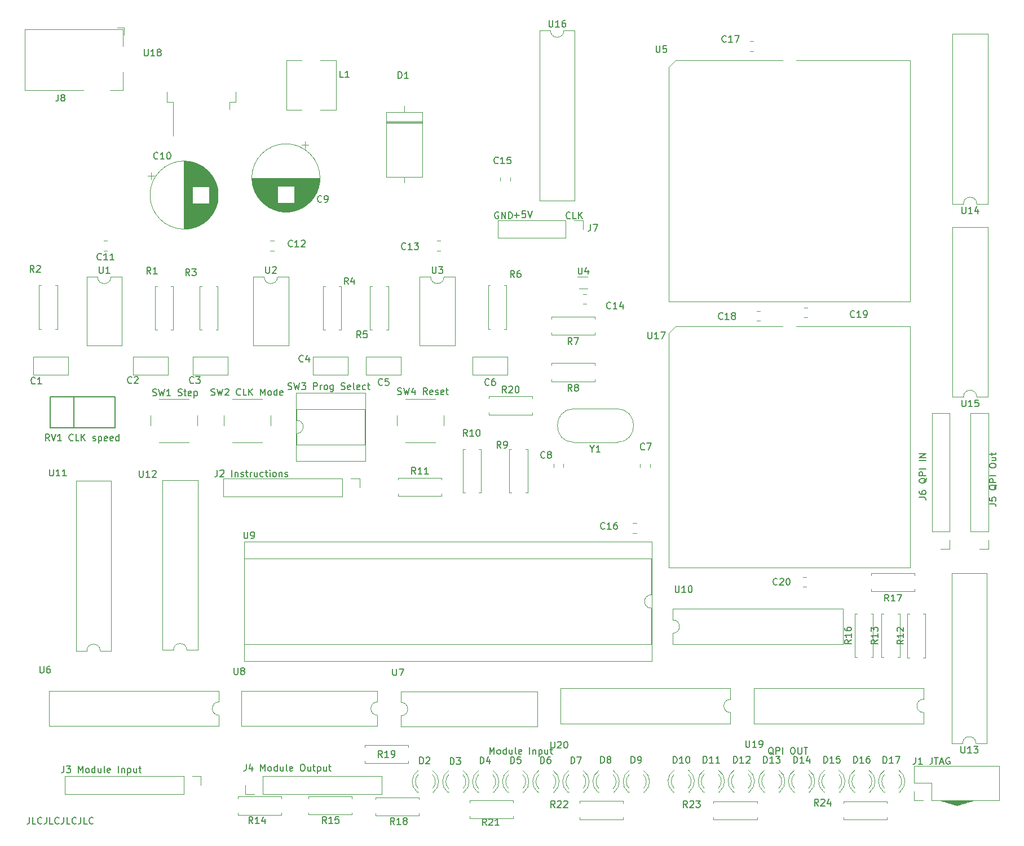
<source format=gbr>
%TF.GenerationSoftware,KiCad,Pcbnew,(5.1.10)-1*%
%TF.CreationDate,2021-07-17T09:59:34+08:00*%
%TF.ProjectId,MAX7000CPU,4d415837-3030-4304-9350-552e6b696361,rev?*%
%TF.SameCoordinates,Original*%
%TF.FileFunction,Legend,Top*%
%TF.FilePolarity,Positive*%
%FSLAX46Y46*%
G04 Gerber Fmt 4.6, Leading zero omitted, Abs format (unit mm)*
G04 Created by KiCad (PCBNEW (5.1.10)-1) date 2021-07-17 09:59:34*
%MOMM*%
%LPD*%
G01*
G04 APERTURE LIST*
%ADD10C,0.100000*%
%ADD11C,0.150000*%
%ADD12C,0.120000*%
%ADD13C,0.200000*%
G04 APERTURE END LIST*
D10*
G36*
X157226000Y-133858000D02*
G01*
X154686000Y-133096000D01*
X159766000Y-133096000D01*
X157226000Y-133858000D01*
G37*
X157226000Y-133858000D02*
X154686000Y-133096000D01*
X159766000Y-133096000D01*
X157226000Y-133858000D01*
D11*
X87051142Y-126182380D02*
X87051142Y-125182380D01*
X87384476Y-125896666D01*
X87717809Y-125182380D01*
X87717809Y-126182380D01*
X88336857Y-126182380D02*
X88241619Y-126134761D01*
X88194000Y-126087142D01*
X88146380Y-125991904D01*
X88146380Y-125706190D01*
X88194000Y-125610952D01*
X88241619Y-125563333D01*
X88336857Y-125515714D01*
X88479714Y-125515714D01*
X88574952Y-125563333D01*
X88622571Y-125610952D01*
X88670190Y-125706190D01*
X88670190Y-125991904D01*
X88622571Y-126087142D01*
X88574952Y-126134761D01*
X88479714Y-126182380D01*
X88336857Y-126182380D01*
X89527333Y-126182380D02*
X89527333Y-125182380D01*
X89527333Y-126134761D02*
X89432095Y-126182380D01*
X89241619Y-126182380D01*
X89146380Y-126134761D01*
X89098761Y-126087142D01*
X89051142Y-125991904D01*
X89051142Y-125706190D01*
X89098761Y-125610952D01*
X89146380Y-125563333D01*
X89241619Y-125515714D01*
X89432095Y-125515714D01*
X89527333Y-125563333D01*
X90432095Y-125515714D02*
X90432095Y-126182380D01*
X90003523Y-125515714D02*
X90003523Y-126039523D01*
X90051142Y-126134761D01*
X90146380Y-126182380D01*
X90289238Y-126182380D01*
X90384476Y-126134761D01*
X90432095Y-126087142D01*
X91051142Y-126182380D02*
X90955904Y-126134761D01*
X90908285Y-126039523D01*
X90908285Y-125182380D01*
X91813047Y-126134761D02*
X91717809Y-126182380D01*
X91527333Y-126182380D01*
X91432095Y-126134761D01*
X91384476Y-126039523D01*
X91384476Y-125658571D01*
X91432095Y-125563333D01*
X91527333Y-125515714D01*
X91717809Y-125515714D01*
X91813047Y-125563333D01*
X91860666Y-125658571D01*
X91860666Y-125753809D01*
X91384476Y-125849047D01*
X93051142Y-126182380D02*
X93051142Y-125182380D01*
X93527333Y-125515714D02*
X93527333Y-126182380D01*
X93527333Y-125610952D02*
X93574952Y-125563333D01*
X93670190Y-125515714D01*
X93813047Y-125515714D01*
X93908285Y-125563333D01*
X93955904Y-125658571D01*
X93955904Y-126182380D01*
X94432095Y-125515714D02*
X94432095Y-126515714D01*
X94432095Y-125563333D02*
X94527333Y-125515714D01*
X94717809Y-125515714D01*
X94813047Y-125563333D01*
X94860666Y-125610952D01*
X94908285Y-125706190D01*
X94908285Y-125991904D01*
X94860666Y-126087142D01*
X94813047Y-126134761D01*
X94717809Y-126182380D01*
X94527333Y-126182380D01*
X94432095Y-126134761D01*
X95765428Y-125515714D02*
X95765428Y-126182380D01*
X95336857Y-125515714D02*
X95336857Y-126039523D01*
X95384476Y-126134761D01*
X95479714Y-126182380D01*
X95622571Y-126182380D01*
X95717809Y-126134761D01*
X95765428Y-126087142D01*
X96098761Y-125515714D02*
X96479714Y-125515714D01*
X96241619Y-125182380D02*
X96241619Y-126039523D01*
X96289238Y-126134761D01*
X96384476Y-126182380D01*
X96479714Y-126182380D01*
X129659333Y-126277619D02*
X129564095Y-126230000D01*
X129468857Y-126134761D01*
X129326000Y-125991904D01*
X129230761Y-125944285D01*
X129135523Y-125944285D01*
X129183142Y-126182380D02*
X129087904Y-126134761D01*
X128992666Y-126039523D01*
X128945047Y-125849047D01*
X128945047Y-125515714D01*
X128992666Y-125325238D01*
X129087904Y-125230000D01*
X129183142Y-125182380D01*
X129373619Y-125182380D01*
X129468857Y-125230000D01*
X129564095Y-125325238D01*
X129611714Y-125515714D01*
X129611714Y-125849047D01*
X129564095Y-126039523D01*
X129468857Y-126134761D01*
X129373619Y-126182380D01*
X129183142Y-126182380D01*
X130040285Y-126182380D02*
X130040285Y-125182380D01*
X130421238Y-125182380D01*
X130516476Y-125230000D01*
X130564095Y-125277619D01*
X130611714Y-125372857D01*
X130611714Y-125515714D01*
X130564095Y-125610952D01*
X130516476Y-125658571D01*
X130421238Y-125706190D01*
X130040285Y-125706190D01*
X131040285Y-126182380D02*
X131040285Y-125182380D01*
X132468857Y-125182380D02*
X132659333Y-125182380D01*
X132754571Y-125230000D01*
X132849809Y-125325238D01*
X132897428Y-125515714D01*
X132897428Y-125849047D01*
X132849809Y-126039523D01*
X132754571Y-126134761D01*
X132659333Y-126182380D01*
X132468857Y-126182380D01*
X132373619Y-126134761D01*
X132278380Y-126039523D01*
X132230761Y-125849047D01*
X132230761Y-125515714D01*
X132278380Y-125325238D01*
X132373619Y-125230000D01*
X132468857Y-125182380D01*
X133326000Y-125182380D02*
X133326000Y-125991904D01*
X133373619Y-126087142D01*
X133421238Y-126134761D01*
X133516476Y-126182380D01*
X133706952Y-126182380D01*
X133802190Y-126134761D01*
X133849809Y-126087142D01*
X133897428Y-125991904D01*
X133897428Y-125182380D01*
X134230761Y-125182380D02*
X134802190Y-125182380D01*
X134516476Y-126182380D02*
X134516476Y-125182380D01*
X99144761Y-45677142D02*
X99097142Y-45724761D01*
X98954285Y-45772380D01*
X98859047Y-45772380D01*
X98716190Y-45724761D01*
X98620952Y-45629523D01*
X98573333Y-45534285D01*
X98525714Y-45343809D01*
X98525714Y-45200952D01*
X98573333Y-45010476D01*
X98620952Y-44915238D01*
X98716190Y-44820000D01*
X98859047Y-44772380D01*
X98954285Y-44772380D01*
X99097142Y-44820000D01*
X99144761Y-44867619D01*
X100049523Y-45772380D02*
X99573333Y-45772380D01*
X99573333Y-44772380D01*
X100382857Y-45772380D02*
X100382857Y-44772380D01*
X100954285Y-45772380D02*
X100525714Y-45200952D01*
X100954285Y-44772380D02*
X100382857Y-45343809D01*
X90694285Y-45221428D02*
X91456190Y-45221428D01*
X91075238Y-45602380D02*
X91075238Y-44840476D01*
X92408571Y-44602380D02*
X91932380Y-44602380D01*
X91884761Y-45078571D01*
X91932380Y-45030952D01*
X92027619Y-44983333D01*
X92265714Y-44983333D01*
X92360952Y-45030952D01*
X92408571Y-45078571D01*
X92456190Y-45173809D01*
X92456190Y-45411904D01*
X92408571Y-45507142D01*
X92360952Y-45554761D01*
X92265714Y-45602380D01*
X92027619Y-45602380D01*
X91932380Y-45554761D01*
X91884761Y-45507142D01*
X92741904Y-44602380D02*
X93075238Y-45602380D01*
X93408571Y-44602380D01*
X88358095Y-44800000D02*
X88262857Y-44752380D01*
X88120000Y-44752380D01*
X87977142Y-44800000D01*
X87881904Y-44895238D01*
X87834285Y-44990476D01*
X87786666Y-45180952D01*
X87786666Y-45323809D01*
X87834285Y-45514285D01*
X87881904Y-45609523D01*
X87977142Y-45704761D01*
X88120000Y-45752380D01*
X88215238Y-45752380D01*
X88358095Y-45704761D01*
X88405714Y-45657142D01*
X88405714Y-45323809D01*
X88215238Y-45323809D01*
X88834285Y-45752380D02*
X88834285Y-44752380D01*
X89405714Y-45752380D01*
X89405714Y-44752380D01*
X89881904Y-45752380D02*
X89881904Y-44752380D01*
X90120000Y-44752380D01*
X90262857Y-44800000D01*
X90358095Y-44895238D01*
X90405714Y-44990476D01*
X90453333Y-45180952D01*
X90453333Y-45323809D01*
X90405714Y-45514285D01*
X90358095Y-45609523D01*
X90262857Y-45704761D01*
X90120000Y-45752380D01*
X89881904Y-45752380D01*
X17940952Y-135682380D02*
X17940952Y-136396666D01*
X17893333Y-136539523D01*
X17798095Y-136634761D01*
X17655238Y-136682380D01*
X17560000Y-136682380D01*
X18893333Y-136682380D02*
X18417142Y-136682380D01*
X18417142Y-135682380D01*
X19798095Y-136587142D02*
X19750476Y-136634761D01*
X19607619Y-136682380D01*
X19512380Y-136682380D01*
X19369523Y-136634761D01*
X19274285Y-136539523D01*
X19226666Y-136444285D01*
X19179047Y-136253809D01*
X19179047Y-136110952D01*
X19226666Y-135920476D01*
X19274285Y-135825238D01*
X19369523Y-135730000D01*
X19512380Y-135682380D01*
X19607619Y-135682380D01*
X19750476Y-135730000D01*
X19798095Y-135777619D01*
X20512380Y-135682380D02*
X20512380Y-136396666D01*
X20464761Y-136539523D01*
X20369523Y-136634761D01*
X20226666Y-136682380D01*
X20131428Y-136682380D01*
X21464761Y-136682380D02*
X20988571Y-136682380D01*
X20988571Y-135682380D01*
X22369523Y-136587142D02*
X22321904Y-136634761D01*
X22179047Y-136682380D01*
X22083809Y-136682380D01*
X21940952Y-136634761D01*
X21845714Y-136539523D01*
X21798095Y-136444285D01*
X21750476Y-136253809D01*
X21750476Y-136110952D01*
X21798095Y-135920476D01*
X21845714Y-135825238D01*
X21940952Y-135730000D01*
X22083809Y-135682380D01*
X22179047Y-135682380D01*
X22321904Y-135730000D01*
X22369523Y-135777619D01*
X23083809Y-135682380D02*
X23083809Y-136396666D01*
X23036190Y-136539523D01*
X22940952Y-136634761D01*
X22798095Y-136682380D01*
X22702857Y-136682380D01*
X24036190Y-136682380D02*
X23560000Y-136682380D01*
X23560000Y-135682380D01*
X24940952Y-136587142D02*
X24893333Y-136634761D01*
X24750476Y-136682380D01*
X24655238Y-136682380D01*
X24512380Y-136634761D01*
X24417142Y-136539523D01*
X24369523Y-136444285D01*
X24321904Y-136253809D01*
X24321904Y-136110952D01*
X24369523Y-135920476D01*
X24417142Y-135825238D01*
X24512380Y-135730000D01*
X24655238Y-135682380D01*
X24750476Y-135682380D01*
X24893333Y-135730000D01*
X24940952Y-135777619D01*
X25655238Y-135682380D02*
X25655238Y-136396666D01*
X25607619Y-136539523D01*
X25512380Y-136634761D01*
X25369523Y-136682380D01*
X25274285Y-136682380D01*
X26607619Y-136682380D02*
X26131428Y-136682380D01*
X26131428Y-135682380D01*
X27512380Y-136587142D02*
X27464761Y-136634761D01*
X27321904Y-136682380D01*
X27226666Y-136682380D01*
X27083809Y-136634761D01*
X26988571Y-136539523D01*
X26940952Y-136444285D01*
X26893333Y-136253809D01*
X26893333Y-136110952D01*
X26940952Y-135920476D01*
X26988571Y-135825238D01*
X27083809Y-135730000D01*
X27226666Y-135682380D01*
X27321904Y-135682380D01*
X27464761Y-135730000D01*
X27512380Y-135777619D01*
D12*
%TO.C,U6*%
X46400000Y-118350000D02*
X46400000Y-116700000D01*
X46400000Y-116700000D02*
X20880000Y-116700000D01*
X20880000Y-116700000D02*
X20880000Y-122000000D01*
X20880000Y-122000000D02*
X46400000Y-122000000D01*
X46400000Y-122000000D02*
X46400000Y-120350000D01*
X46400000Y-120350000D02*
G75*
G02*
X46400000Y-118350000I0J1000000D01*
G01*
%TO.C,U8*%
X70200000Y-118350000D02*
X70200000Y-116700000D01*
X70200000Y-116700000D02*
X49760000Y-116700000D01*
X49760000Y-116700000D02*
X49760000Y-122000000D01*
X49760000Y-122000000D02*
X70200000Y-122000000D01*
X70200000Y-122000000D02*
X70200000Y-120350000D01*
X70200000Y-120350000D02*
G75*
G02*
X70200000Y-118350000I0J1000000D01*
G01*
%TO.C,U13*%
X156410000Y-124570000D02*
X158060000Y-124570000D01*
X156410000Y-99050000D02*
X156410000Y-124570000D01*
X161710000Y-99050000D02*
X156410000Y-99050000D01*
X161710000Y-124570000D02*
X161710000Y-99050000D01*
X160060000Y-124570000D02*
X161710000Y-124570000D01*
X158060000Y-124570000D02*
G75*
G02*
X160060000Y-124570000I1000000J0D01*
G01*
%TO.C,J7*%
X88240000Y-46010000D02*
X88240000Y-48670000D01*
X98460000Y-46010000D02*
X88240000Y-46010000D01*
X98460000Y-48670000D02*
X88240000Y-48670000D01*
X98460000Y-46010000D02*
X98460000Y-48670000D01*
X99730000Y-46010000D02*
X101060000Y-46010000D01*
X101060000Y-46010000D02*
X101060000Y-47340000D01*
%TO.C,C19*%
X134271248Y-59105000D02*
X134793752Y-59105000D01*
X134271248Y-60575000D02*
X134793752Y-60575000D01*
%TO.C,U17*%
X150195000Y-61970000D02*
X133070000Y-61970000D01*
X150195000Y-98190000D02*
X150195000Y-61970000D01*
X113945000Y-98190000D02*
X150195000Y-98190000D01*
X113945000Y-62970000D02*
X113945000Y-98190000D01*
X114945000Y-61970000D02*
X113945000Y-62970000D01*
X131070000Y-61970000D02*
X114945000Y-61970000D01*
%TO.C,C16*%
X108546248Y-91505000D02*
X109068752Y-91505000D01*
X108546248Y-92975000D02*
X109068752Y-92975000D01*
%TO.C,R24*%
X146710000Y-136010000D02*
X146710000Y-135680000D01*
X140170000Y-136010000D02*
X146710000Y-136010000D01*
X140170000Y-135680000D02*
X140170000Y-136010000D01*
X146710000Y-133270000D02*
X146710000Y-133600000D01*
X140170000Y-133270000D02*
X146710000Y-133270000D01*
X140170000Y-133600000D02*
X140170000Y-133270000D01*
%TO.C,R23*%
X120650000Y-133270000D02*
X120650000Y-133600000D01*
X127190000Y-133270000D02*
X120650000Y-133270000D01*
X127190000Y-133600000D02*
X127190000Y-133270000D01*
X120650000Y-136010000D02*
X120650000Y-135680000D01*
X127190000Y-136010000D02*
X120650000Y-136010000D01*
X127190000Y-135680000D02*
X127190000Y-136010000D01*
%TO.C,R22*%
X107070000Y-136000000D02*
X107070000Y-135670000D01*
X100530000Y-136000000D02*
X107070000Y-136000000D01*
X100530000Y-135670000D02*
X100530000Y-136000000D01*
X107070000Y-133260000D02*
X107070000Y-133590000D01*
X100530000Y-133260000D02*
X107070000Y-133260000D01*
X100530000Y-133590000D02*
X100530000Y-133260000D01*
%TO.C,R21*%
X84020000Y-133130000D02*
X84020000Y-133460000D01*
X90560000Y-133130000D02*
X84020000Y-133130000D01*
X90560000Y-133460000D02*
X90560000Y-133130000D01*
X84020000Y-135870000D02*
X84020000Y-135540000D01*
X90560000Y-135870000D02*
X84020000Y-135870000D01*
X90560000Y-135540000D02*
X90560000Y-135870000D01*
%TO.C,R20*%
X93450000Y-75210000D02*
X93450000Y-74880000D01*
X86910000Y-75210000D02*
X93450000Y-75210000D01*
X86910000Y-74880000D02*
X86910000Y-75210000D01*
X93450000Y-72470000D02*
X93450000Y-72800000D01*
X86910000Y-72470000D02*
X93450000Y-72470000D01*
X86910000Y-72800000D02*
X86910000Y-72470000D01*
%TO.C,R19*%
X74820000Y-127580000D02*
X74820000Y-127250000D01*
X68280000Y-127580000D02*
X74820000Y-127580000D01*
X68280000Y-127250000D02*
X68280000Y-127580000D01*
X74820000Y-124840000D02*
X74820000Y-125170000D01*
X68280000Y-124840000D02*
X74820000Y-124840000D01*
X68280000Y-125170000D02*
X68280000Y-124840000D01*
%TO.C,R18*%
X76440000Y-135420000D02*
X76440000Y-135090000D01*
X69900000Y-135420000D02*
X76440000Y-135420000D01*
X69900000Y-135090000D02*
X69900000Y-135420000D01*
X76440000Y-132680000D02*
X76440000Y-133010000D01*
X69900000Y-132680000D02*
X76440000Y-132680000D01*
X69900000Y-133010000D02*
X69900000Y-132680000D01*
%TO.C,R17*%
X144330000Y-99010000D02*
X144330000Y-99340000D01*
X150870000Y-99010000D02*
X144330000Y-99010000D01*
X150870000Y-99340000D02*
X150870000Y-99010000D01*
X144330000Y-101750000D02*
X144330000Y-101420000D01*
X150870000Y-101750000D02*
X144330000Y-101750000D01*
X150870000Y-101420000D02*
X150870000Y-101750000D01*
%TO.C,R16*%
X144620000Y-105100000D02*
X144290000Y-105100000D01*
X144620000Y-111640000D02*
X144620000Y-105100000D01*
X144290000Y-111640000D02*
X144620000Y-111640000D01*
X141880000Y-105100000D02*
X142210000Y-105100000D01*
X141880000Y-111640000D02*
X141880000Y-105100000D01*
X142210000Y-111640000D02*
X141880000Y-111640000D01*
%TO.C,R15*%
X66390000Y-135290000D02*
X66390000Y-134960000D01*
X59850000Y-135290000D02*
X66390000Y-135290000D01*
X59850000Y-134960000D02*
X59850000Y-135290000D01*
X66390000Y-132550000D02*
X66390000Y-132880000D01*
X59850000Y-132550000D02*
X66390000Y-132550000D01*
X59850000Y-132880000D02*
X59850000Y-132550000D01*
%TO.C,R14*%
X49220000Y-132560000D02*
X49220000Y-132890000D01*
X55760000Y-132560000D02*
X49220000Y-132560000D01*
X55760000Y-132890000D02*
X55760000Y-132560000D01*
X49220000Y-135300000D02*
X49220000Y-134970000D01*
X55760000Y-135300000D02*
X49220000Y-135300000D01*
X55760000Y-134970000D02*
X55760000Y-135300000D01*
%TO.C,R13*%
X148620000Y-105130000D02*
X148290000Y-105130000D01*
X148620000Y-111670000D02*
X148620000Y-105130000D01*
X148290000Y-111670000D02*
X148620000Y-111670000D01*
X145880000Y-105130000D02*
X146210000Y-105130000D01*
X145880000Y-111670000D02*
X145880000Y-105130000D01*
X146210000Y-111670000D02*
X145880000Y-111670000D01*
%TO.C,R12*%
X152480000Y-105140000D02*
X152150000Y-105140000D01*
X152480000Y-111680000D02*
X152480000Y-105140000D01*
X152150000Y-111680000D02*
X152480000Y-111680000D01*
X149740000Y-105140000D02*
X150070000Y-105140000D01*
X149740000Y-111680000D02*
X149740000Y-105140000D01*
X150070000Y-111680000D02*
X149740000Y-111680000D01*
%TO.C,R11*%
X79850000Y-87410000D02*
X79850000Y-87080000D01*
X73310000Y-87410000D02*
X79850000Y-87410000D01*
X73310000Y-87080000D02*
X73310000Y-87410000D01*
X79850000Y-84670000D02*
X79850000Y-85000000D01*
X73310000Y-84670000D02*
X79850000Y-84670000D01*
X73310000Y-85000000D02*
X73310000Y-84670000D01*
%TO.C,R10*%
X83000000Y-86920000D02*
X83330000Y-86920000D01*
X83000000Y-80380000D02*
X83000000Y-86920000D01*
X83330000Y-80380000D02*
X83000000Y-80380000D01*
X85740000Y-86920000D02*
X85410000Y-86920000D01*
X85740000Y-80380000D02*
X85740000Y-86920000D01*
X85410000Y-80380000D02*
X85740000Y-80380000D01*
%TO.C,R9*%
X90000000Y-86920000D02*
X90330000Y-86920000D01*
X90000000Y-80380000D02*
X90000000Y-86920000D01*
X90330000Y-80380000D02*
X90000000Y-80380000D01*
X92740000Y-86920000D02*
X92410000Y-86920000D01*
X92740000Y-80380000D02*
X92740000Y-86920000D01*
X92410000Y-80380000D02*
X92740000Y-80380000D01*
%TO.C,R8*%
X96290000Y-67470000D02*
X96290000Y-67800000D01*
X102830000Y-67470000D02*
X96290000Y-67470000D01*
X102830000Y-67800000D02*
X102830000Y-67470000D01*
X96290000Y-70210000D02*
X96290000Y-69880000D01*
X102830000Y-70210000D02*
X96290000Y-70210000D01*
X102830000Y-69880000D02*
X102830000Y-70210000D01*
%TO.C,R7*%
X96290000Y-60470000D02*
X96290000Y-60800000D01*
X102830000Y-60470000D02*
X96290000Y-60470000D01*
X102830000Y-60800000D02*
X102830000Y-60470000D01*
X96290000Y-63210000D02*
X96290000Y-62880000D01*
X102830000Y-63210000D02*
X96290000Y-63210000D01*
X102830000Y-62880000D02*
X102830000Y-63210000D01*
%TO.C,R6*%
X86800000Y-62320000D02*
X87130000Y-62320000D01*
X86800000Y-55780000D02*
X86800000Y-62320000D01*
X87130000Y-55780000D02*
X86800000Y-55780000D01*
X89540000Y-62320000D02*
X89210000Y-62320000D01*
X89540000Y-55780000D02*
X89540000Y-62320000D01*
X89210000Y-55780000D02*
X89540000Y-55780000D01*
%TO.C,R5*%
X71840000Y-55880000D02*
X71510000Y-55880000D01*
X71840000Y-62420000D02*
X71840000Y-55880000D01*
X71510000Y-62420000D02*
X71840000Y-62420000D01*
X69100000Y-55880000D02*
X69430000Y-55880000D01*
X69100000Y-62420000D02*
X69100000Y-55880000D01*
X69430000Y-62420000D02*
X69100000Y-62420000D01*
%TO.C,R4*%
X62000000Y-62420000D02*
X62330000Y-62420000D01*
X62000000Y-55880000D02*
X62000000Y-62420000D01*
X62330000Y-55880000D02*
X62000000Y-55880000D01*
X64740000Y-62420000D02*
X64410000Y-62420000D01*
X64740000Y-55880000D02*
X64740000Y-62420000D01*
X64410000Y-55880000D02*
X64740000Y-55880000D01*
%TO.C,R3*%
X46240000Y-55880000D02*
X45910000Y-55880000D01*
X46240000Y-62420000D02*
X46240000Y-55880000D01*
X45910000Y-62420000D02*
X46240000Y-62420000D01*
X43500000Y-55880000D02*
X43830000Y-55880000D01*
X43500000Y-62420000D02*
X43500000Y-55880000D01*
X43830000Y-62420000D02*
X43500000Y-62420000D01*
%TO.C,R2*%
X22140000Y-55780000D02*
X21810000Y-55780000D01*
X22140000Y-62320000D02*
X22140000Y-55780000D01*
X21810000Y-62320000D02*
X22140000Y-62320000D01*
X19400000Y-55780000D02*
X19730000Y-55780000D01*
X19400000Y-62320000D02*
X19400000Y-55780000D01*
X19730000Y-62320000D02*
X19400000Y-62320000D01*
%TO.C,R1*%
X36800000Y-62420000D02*
X37130000Y-62420000D01*
X36800000Y-55880000D02*
X36800000Y-62420000D01*
X37130000Y-55880000D02*
X36800000Y-55880000D01*
X39540000Y-62420000D02*
X39210000Y-62420000D01*
X39540000Y-55880000D02*
X39540000Y-62420000D01*
X39210000Y-55880000D02*
X39540000Y-55880000D01*
%TO.C,U20*%
X123200000Y-121600000D02*
X123200000Y-119950000D01*
X97680000Y-121600000D02*
X123200000Y-121600000D01*
X97680000Y-116300000D02*
X97680000Y-121600000D01*
X123200000Y-116300000D02*
X97680000Y-116300000D01*
X123200000Y-117950000D02*
X123200000Y-116300000D01*
X123200000Y-119950000D02*
G75*
G02*
X123200000Y-117950000I0J1000000D01*
G01*
%TO.C,U19*%
X152200000Y-121600000D02*
X152200000Y-119950000D01*
X126680000Y-121600000D02*
X152200000Y-121600000D01*
X126680000Y-116300000D02*
X126680000Y-121600000D01*
X152200000Y-116300000D02*
X126680000Y-116300000D01*
X152200000Y-117950000D02*
X152200000Y-116300000D01*
X152200000Y-119950000D02*
G75*
G02*
X152200000Y-117950000I0J1000000D01*
G01*
%TO.C,U16*%
X99830000Y-17510000D02*
X98180000Y-17510000D01*
X99830000Y-43030000D02*
X99830000Y-17510000D01*
X94530000Y-43030000D02*
X99830000Y-43030000D01*
X94530000Y-17510000D02*
X94530000Y-43030000D01*
X96180000Y-17510000D02*
X94530000Y-17510000D01*
X98180000Y-17510000D02*
G75*
G02*
X96180000Y-17510000I-1000000J0D01*
G01*
%TO.C,U15*%
X156530000Y-72530000D02*
X158180000Y-72530000D01*
X156530000Y-47010000D02*
X156530000Y-72530000D01*
X161830000Y-47010000D02*
X156530000Y-47010000D01*
X161830000Y-72530000D02*
X161830000Y-47010000D01*
X160180000Y-72530000D02*
X161830000Y-72530000D01*
X158180000Y-72530000D02*
G75*
G02*
X160180000Y-72530000I1000000J0D01*
G01*
%TO.C,U14*%
X156530000Y-43530000D02*
X158180000Y-43530000D01*
X156530000Y-18010000D02*
X156530000Y-43530000D01*
X161830000Y-18010000D02*
X156530000Y-18010000D01*
X161830000Y-43530000D02*
X161830000Y-18010000D01*
X160180000Y-43530000D02*
X161830000Y-43530000D01*
X158180000Y-43530000D02*
G75*
G02*
X160180000Y-43530000I1000000J0D01*
G01*
%TO.C,U12*%
X37910000Y-110570000D02*
X39560000Y-110570000D01*
X37910000Y-85050000D02*
X37910000Y-110570000D01*
X43210000Y-85050000D02*
X37910000Y-85050000D01*
X43210000Y-110570000D02*
X43210000Y-85050000D01*
X41560000Y-110570000D02*
X43210000Y-110570000D01*
X39560000Y-110570000D02*
G75*
G02*
X41560000Y-110570000I1000000J0D01*
G01*
%TO.C,U11*%
X24910000Y-110670000D02*
X26560000Y-110670000D01*
X24910000Y-85150000D02*
X24910000Y-110670000D01*
X30210000Y-85150000D02*
X24910000Y-85150000D01*
X30210000Y-110670000D02*
X30210000Y-85150000D01*
X28560000Y-110670000D02*
X30210000Y-110670000D01*
X26560000Y-110670000D02*
G75*
G02*
X28560000Y-110670000I1000000J0D01*
G01*
%TO.C,SW3 Prog Select*%
X57980000Y-71890000D02*
X57980000Y-82170000D01*
X68380000Y-71890000D02*
X57980000Y-71890000D01*
X68380000Y-82170000D02*
X68380000Y-71890000D01*
X57980000Y-82170000D02*
X68380000Y-82170000D01*
X58040000Y-74380000D02*
X58040000Y-76030000D01*
X68320000Y-74380000D02*
X58040000Y-74380000D01*
X68320000Y-79680000D02*
X68320000Y-74380000D01*
X58040000Y-79680000D02*
X68320000Y-79680000D01*
X58040000Y-78030000D02*
X58040000Y-79680000D01*
X58040000Y-76030000D02*
G75*
G02*
X58040000Y-78030000I0J-1000000D01*
G01*
%TO.C,U5*%
X150195000Y-21970000D02*
X133070000Y-21970000D01*
X150195000Y-58190000D02*
X150195000Y-21970000D01*
X113945000Y-58190000D02*
X150195000Y-58190000D01*
X113945000Y-22970000D02*
X113945000Y-58190000D01*
X114945000Y-21970000D02*
X113945000Y-22970000D01*
X131070000Y-21970000D02*
X114945000Y-21970000D01*
%TO.C,U1*%
X31830000Y-54510000D02*
X30180000Y-54510000D01*
X31830000Y-64790000D02*
X31830000Y-54510000D01*
X26530000Y-64790000D02*
X31830000Y-64790000D01*
X26530000Y-54510000D02*
X26530000Y-64790000D01*
X28180000Y-54510000D02*
X26530000Y-54510000D01*
X30180000Y-54510000D02*
G75*
G02*
X28180000Y-54510000I-1000000J0D01*
G01*
%TO.C,U2*%
X56830000Y-54510000D02*
X55180000Y-54510000D01*
X56830000Y-64790000D02*
X56830000Y-54510000D01*
X51530000Y-64790000D02*
X56830000Y-64790000D01*
X51530000Y-54510000D02*
X51530000Y-64790000D01*
X53180000Y-54510000D02*
X51530000Y-54510000D01*
X55180000Y-54510000D02*
G75*
G02*
X53180000Y-54510000I-1000000J0D01*
G01*
%TO.C,U4*%
X100220000Y-54440000D02*
X101770000Y-54440000D01*
X101770000Y-56240000D02*
X100470000Y-56240000D01*
%TO.C,U3*%
X81830000Y-54510000D02*
X80180000Y-54510000D01*
X81830000Y-64790000D02*
X81830000Y-54510000D01*
X76530000Y-64790000D02*
X81830000Y-64790000D01*
X76530000Y-54510000D02*
X76530000Y-64790000D01*
X78180000Y-54510000D02*
X76530000Y-54510000D01*
X80180000Y-54510000D02*
G75*
G02*
X78180000Y-54510000I-1000000J0D01*
G01*
%TO.C,D17*%
X148490000Y-131850000D02*
X148646000Y-131850000D01*
X146174000Y-131850000D02*
X146330000Y-131850000D01*
X148489837Y-129248870D02*
G75*
G02*
X148490000Y-131330961I-1079837J-1041130D01*
G01*
X146330163Y-129248870D02*
G75*
G03*
X146330000Y-131330961I1079837J-1041130D01*
G01*
X148488608Y-128617665D02*
G75*
G02*
X148645516Y-131850000I-1078608J-1672335D01*
G01*
X146331392Y-128617665D02*
G75*
G03*
X146174484Y-131850000I1078608J-1672335D01*
G01*
%TO.C,D16*%
X144010000Y-131850000D02*
X144166000Y-131850000D01*
X141694000Y-131850000D02*
X141850000Y-131850000D01*
X144009837Y-129248870D02*
G75*
G02*
X144010000Y-131330961I-1079837J-1041130D01*
G01*
X141850163Y-129248870D02*
G75*
G03*
X141850000Y-131330961I1079837J-1041130D01*
G01*
X144008608Y-128617665D02*
G75*
G02*
X144165516Y-131850000I-1078608J-1672335D01*
G01*
X141851392Y-128617665D02*
G75*
G03*
X141694484Y-131850000I1078608J-1672335D01*
G01*
%TO.C,D15*%
X139490000Y-131840000D02*
X139646000Y-131840000D01*
X137174000Y-131840000D02*
X137330000Y-131840000D01*
X139489837Y-129238870D02*
G75*
G02*
X139490000Y-131320961I-1079837J-1041130D01*
G01*
X137330163Y-129238870D02*
G75*
G03*
X137330000Y-131320961I1079837J-1041130D01*
G01*
X139488608Y-128607665D02*
G75*
G02*
X139645516Y-131840000I-1078608J-1672335D01*
G01*
X137331392Y-128607665D02*
G75*
G03*
X137174484Y-131840000I1078608J-1672335D01*
G01*
%TO.C,D14*%
X134960000Y-131830000D02*
X135116000Y-131830000D01*
X132644000Y-131830000D02*
X132800000Y-131830000D01*
X134959837Y-129228870D02*
G75*
G02*
X134960000Y-131310961I-1079837J-1041130D01*
G01*
X132800163Y-129228870D02*
G75*
G03*
X132800000Y-131310961I1079837J-1041130D01*
G01*
X134958608Y-128597665D02*
G75*
G02*
X135115516Y-131830000I-1078608J-1672335D01*
G01*
X132801392Y-128597665D02*
G75*
G03*
X132644484Y-131830000I1078608J-1672335D01*
G01*
%TO.C,D13*%
X130470000Y-131830000D02*
X130626000Y-131830000D01*
X128154000Y-131830000D02*
X128310000Y-131830000D01*
X130469837Y-129228870D02*
G75*
G02*
X130470000Y-131310961I-1079837J-1041130D01*
G01*
X128310163Y-129228870D02*
G75*
G03*
X128310000Y-131310961I1079837J-1041130D01*
G01*
X130468608Y-128597665D02*
G75*
G02*
X130625516Y-131830000I-1078608J-1672335D01*
G01*
X128311392Y-128597665D02*
G75*
G03*
X128154484Y-131830000I1078608J-1672335D01*
G01*
%TO.C,D12*%
X125910000Y-131830000D02*
X126066000Y-131830000D01*
X123594000Y-131830000D02*
X123750000Y-131830000D01*
X125909837Y-129228870D02*
G75*
G02*
X125910000Y-131310961I-1079837J-1041130D01*
G01*
X123750163Y-129228870D02*
G75*
G03*
X123750000Y-131310961I1079837J-1041130D01*
G01*
X125908608Y-128597665D02*
G75*
G02*
X126065516Y-131830000I-1078608J-1672335D01*
G01*
X123751392Y-128597665D02*
G75*
G03*
X123594484Y-131830000I1078608J-1672335D01*
G01*
%TO.C,D11*%
X121400000Y-131830000D02*
X121556000Y-131830000D01*
X119084000Y-131830000D02*
X119240000Y-131830000D01*
X121399837Y-129228870D02*
G75*
G02*
X121400000Y-131310961I-1079837J-1041130D01*
G01*
X119240163Y-129228870D02*
G75*
G03*
X119240000Y-131310961I1079837J-1041130D01*
G01*
X121398608Y-128597665D02*
G75*
G02*
X121555516Y-131830000I-1078608J-1672335D01*
G01*
X119241392Y-128597665D02*
G75*
G03*
X119084484Y-131830000I1078608J-1672335D01*
G01*
%TO.C,D10*%
X116880000Y-131830000D02*
X117036000Y-131830000D01*
X114564000Y-131830000D02*
X114720000Y-131830000D01*
X116879837Y-129228870D02*
G75*
G02*
X116880000Y-131310961I-1079837J-1041130D01*
G01*
X114720163Y-129228870D02*
G75*
G03*
X114720000Y-131310961I1079837J-1041130D01*
G01*
X116878608Y-128597665D02*
G75*
G02*
X117035516Y-131830000I-1078608J-1672335D01*
G01*
X114721392Y-128597665D02*
G75*
G03*
X114564484Y-131830000I1078608J-1672335D01*
G01*
%TO.C,D9*%
X110140000Y-131890000D02*
X110296000Y-131890000D01*
X107824000Y-131890000D02*
X107980000Y-131890000D01*
X110139837Y-129288870D02*
G75*
G02*
X110140000Y-131370961I-1079837J-1041130D01*
G01*
X107980163Y-129288870D02*
G75*
G03*
X107980000Y-131370961I1079837J-1041130D01*
G01*
X110138608Y-128657665D02*
G75*
G02*
X110295516Y-131890000I-1078608J-1672335D01*
G01*
X107981392Y-128657665D02*
G75*
G03*
X107824484Y-131890000I1078608J-1672335D01*
G01*
%TO.C,D8*%
X105600000Y-131890000D02*
X105756000Y-131890000D01*
X103284000Y-131890000D02*
X103440000Y-131890000D01*
X105599837Y-129288870D02*
G75*
G02*
X105600000Y-131370961I-1079837J-1041130D01*
G01*
X103440163Y-129288870D02*
G75*
G03*
X103440000Y-131370961I1079837J-1041130D01*
G01*
X105598608Y-128657665D02*
G75*
G02*
X105755516Y-131890000I-1078608J-1672335D01*
G01*
X103441392Y-128657665D02*
G75*
G03*
X103284484Y-131890000I1078608J-1672335D01*
G01*
%TO.C,D7*%
X101070000Y-131890000D02*
X101226000Y-131890000D01*
X98754000Y-131890000D02*
X98910000Y-131890000D01*
X101069837Y-129288870D02*
G75*
G02*
X101070000Y-131370961I-1079837J-1041130D01*
G01*
X98910163Y-129288870D02*
G75*
G03*
X98910000Y-131370961I1079837J-1041130D01*
G01*
X101068608Y-128657665D02*
G75*
G02*
X101225516Y-131890000I-1078608J-1672335D01*
G01*
X98911392Y-128657665D02*
G75*
G03*
X98754484Y-131890000I1078608J-1672335D01*
G01*
%TO.C,D6*%
X96570000Y-131890000D02*
X96726000Y-131890000D01*
X94254000Y-131890000D02*
X94410000Y-131890000D01*
X96569837Y-129288870D02*
G75*
G02*
X96570000Y-131370961I-1079837J-1041130D01*
G01*
X94410163Y-129288870D02*
G75*
G03*
X94410000Y-131370961I1079837J-1041130D01*
G01*
X96568608Y-128657665D02*
G75*
G02*
X96725516Y-131890000I-1078608J-1672335D01*
G01*
X94411392Y-128657665D02*
G75*
G03*
X94254484Y-131890000I1078608J-1672335D01*
G01*
%TO.C,D5*%
X92030000Y-131890000D02*
X92186000Y-131890000D01*
X89714000Y-131890000D02*
X89870000Y-131890000D01*
X92029837Y-129288870D02*
G75*
G02*
X92030000Y-131370961I-1079837J-1041130D01*
G01*
X89870163Y-129288870D02*
G75*
G03*
X89870000Y-131370961I1079837J-1041130D01*
G01*
X92028608Y-128657665D02*
G75*
G02*
X92185516Y-131890000I-1078608J-1672335D01*
G01*
X89871392Y-128657665D02*
G75*
G03*
X89714484Y-131890000I1078608J-1672335D01*
G01*
%TO.C,D4*%
X87530000Y-131890000D02*
X87686000Y-131890000D01*
X85214000Y-131890000D02*
X85370000Y-131890000D01*
X87529837Y-129288870D02*
G75*
G02*
X87530000Y-131370961I-1079837J-1041130D01*
G01*
X85370163Y-129288870D02*
G75*
G03*
X85370000Y-131370961I1079837J-1041130D01*
G01*
X87528608Y-128657665D02*
G75*
G02*
X87685516Y-131890000I-1078608J-1672335D01*
G01*
X85371392Y-128657665D02*
G75*
G03*
X85214484Y-131890000I1078608J-1672335D01*
G01*
%TO.C,D3*%
X83040000Y-131890000D02*
X83196000Y-131890000D01*
X80724000Y-131890000D02*
X80880000Y-131890000D01*
X83039837Y-129288870D02*
G75*
G02*
X83040000Y-131370961I-1079837J-1041130D01*
G01*
X80880163Y-129288870D02*
G75*
G03*
X80880000Y-131370961I1079837J-1041130D01*
G01*
X83038608Y-128657665D02*
G75*
G02*
X83195516Y-131890000I-1078608J-1672335D01*
G01*
X80881392Y-128657665D02*
G75*
G03*
X80724484Y-131890000I1078608J-1672335D01*
G01*
%TO.C,D2*%
X78470000Y-131880000D02*
X78626000Y-131880000D01*
X76154000Y-131880000D02*
X76310000Y-131880000D01*
X78469837Y-129278870D02*
G75*
G02*
X78470000Y-131360961I-1079837J-1041130D01*
G01*
X76310163Y-129278870D02*
G75*
G03*
X76310000Y-131360961I1079837J-1041130D01*
G01*
X78468608Y-128647665D02*
G75*
G02*
X78625516Y-131880000I-1078608J-1672335D01*
G01*
X76311392Y-128647665D02*
G75*
G03*
X76154484Y-131880000I1078608J-1672335D01*
G01*
%TO.C,U9*%
X111300000Y-102260000D02*
X111300000Y-96800000D01*
X111300000Y-96800000D02*
X50220000Y-96800000D01*
X50220000Y-96800000D02*
X50220000Y-109720000D01*
X50220000Y-109720000D02*
X111300000Y-109720000D01*
X111300000Y-109720000D02*
X111300000Y-104260000D01*
X111360000Y-94310000D02*
X50160000Y-94310000D01*
X50160000Y-94310000D02*
X50160000Y-112210000D01*
X50160000Y-112210000D02*
X111360000Y-112210000D01*
X111360000Y-112210000D02*
X111360000Y-94310000D01*
X111300000Y-104260000D02*
G75*
G02*
X111300000Y-102260000I0J1000000D01*
G01*
%TO.C,Y1*%
X106130000Y-79365000D02*
X99730000Y-79365000D01*
X106130000Y-74315000D02*
X99730000Y-74315000D01*
X99730000Y-74315000D02*
G75*
G03*
X99730000Y-79365000I0J-2525000D01*
G01*
X106130000Y-74315000D02*
G75*
G02*
X106130000Y-79365000I0J-2525000D01*
G01*
%TO.C,U10*%
X114540000Y-108030000D02*
X114540000Y-109680000D01*
X114540000Y-109680000D02*
X140060000Y-109680000D01*
X140060000Y-109680000D02*
X140060000Y-104380000D01*
X140060000Y-104380000D02*
X114540000Y-104380000D01*
X114540000Y-104380000D02*
X114540000Y-106030000D01*
X114540000Y-106030000D02*
G75*
G02*
X114540000Y-108030000I0J-1000000D01*
G01*
%TO.C,U7*%
X73740000Y-120430000D02*
X73740000Y-122080000D01*
X73740000Y-122080000D02*
X94180000Y-122080000D01*
X94180000Y-122080000D02*
X94180000Y-116780000D01*
X94180000Y-116780000D02*
X73740000Y-116780000D01*
X73740000Y-116780000D02*
X73740000Y-118430000D01*
X73740000Y-118430000D02*
G75*
G02*
X73740000Y-120430000I0J-1000000D01*
G01*
%TO.C,SW4 Reset*%
X74370000Y-79340000D02*
X78870000Y-79340000D01*
X73120000Y-75340000D02*
X73120000Y-76840000D01*
X78870000Y-72840000D02*
X74370000Y-72840000D01*
X80120000Y-76840000D02*
X80120000Y-75340000D01*
%TO.C,SW2 CLK Mode*%
X48370000Y-79340000D02*
X52870000Y-79340000D01*
X47120000Y-75340000D02*
X47120000Y-76840000D01*
X52870000Y-72840000D02*
X48370000Y-72840000D01*
X54120000Y-76840000D02*
X54120000Y-75340000D01*
%TO.C,SW1 Step*%
X37370000Y-79340000D02*
X41870000Y-79340000D01*
X36120000Y-75340000D02*
X36120000Y-76840000D01*
X41870000Y-72840000D02*
X37370000Y-72840000D01*
X43120000Y-76840000D02*
X43120000Y-75340000D01*
D13*
%TO.C,RV1 CLK speed*%
X21060000Y-77140000D02*
X21060000Y-72540000D01*
X21060000Y-72540000D02*
X24640000Y-72540000D01*
X24640000Y-72540000D02*
X30760000Y-72540000D01*
X30760000Y-72540000D02*
X30760000Y-77140000D01*
X30760000Y-77140000D02*
X24640000Y-77140000D01*
X24640000Y-77140000D02*
X21060000Y-77140000D01*
X24640000Y-77140000D02*
X24640000Y-72540000D01*
D12*
%TO.C,L1*%
X58850000Y-29400000D02*
X56550000Y-29400000D01*
X56550000Y-29400000D02*
X56550000Y-22000000D01*
X56550000Y-22000000D02*
X58850000Y-22000000D01*
X61650000Y-22000000D02*
X63950000Y-22000000D01*
X63950000Y-22000000D02*
X63950000Y-29400000D01*
X63950000Y-29400000D02*
X61650000Y-29400000D01*
%TO.C,J8*%
X32140000Y-18140000D02*
X32140000Y-17090000D01*
X31090000Y-17090000D02*
X32140000Y-17090000D01*
X26040000Y-26490000D02*
X17240000Y-26490000D01*
X17240000Y-26490000D02*
X17240000Y-17290000D01*
X31940000Y-23790000D02*
X31940000Y-26490000D01*
X31940000Y-26490000D02*
X30040000Y-26490000D01*
X17240000Y-17290000D02*
X31940000Y-17290000D01*
X31940000Y-17290000D02*
X31940000Y-19890000D01*
%TO.C,J6 QPI IN*%
X156100000Y-74930000D02*
X153440000Y-74930000D01*
X156100000Y-92770000D02*
X156100000Y-74930000D01*
X153440000Y-92770000D02*
X153440000Y-74930000D01*
X156100000Y-92770000D02*
X153440000Y-92770000D01*
X156100000Y-94040000D02*
X156100000Y-95370000D01*
X156100000Y-95370000D02*
X154770000Y-95370000D01*
%TO.C,J5 QPI Out*%
X161900000Y-74930000D02*
X159240000Y-74930000D01*
X161900000Y-92770000D02*
X161900000Y-74930000D01*
X159240000Y-92770000D02*
X159240000Y-74930000D01*
X161900000Y-92770000D02*
X159240000Y-92770000D01*
X161900000Y-94040000D02*
X161900000Y-95370000D01*
X161900000Y-95370000D02*
X160570000Y-95370000D01*
%TO.C,J4 Module Output*%
X70810000Y-132170000D02*
X70810000Y-129510000D01*
X52970000Y-132170000D02*
X70810000Y-132170000D01*
X52970000Y-129510000D02*
X70810000Y-129510000D01*
X52970000Y-132170000D02*
X52970000Y-129510000D01*
X51700000Y-132170000D02*
X50370000Y-132170000D01*
X50370000Y-132170000D02*
X50370000Y-130840000D01*
%TO.C,J3 Module Input*%
X23260000Y-129510000D02*
X23260000Y-132170000D01*
X41100000Y-129510000D02*
X23260000Y-129510000D01*
X41100000Y-132170000D02*
X23260000Y-132170000D01*
X41100000Y-129510000D02*
X41100000Y-132170000D01*
X42370000Y-129510000D02*
X43700000Y-129510000D01*
X43700000Y-129510000D02*
X43700000Y-130840000D01*
%TO.C,J2 Instructions*%
X47060000Y-84810000D02*
X47060000Y-87470000D01*
X64900000Y-84810000D02*
X47060000Y-84810000D01*
X64900000Y-87470000D02*
X47060000Y-87470000D01*
X64900000Y-84810000D02*
X64900000Y-87470000D01*
X66170000Y-84810000D02*
X67500000Y-84810000D01*
X67500000Y-84810000D02*
X67500000Y-86140000D01*
%TO.C,J1 JTAG*%
X163570000Y-133140000D02*
X163570000Y-127940000D01*
X153350000Y-133140000D02*
X163570000Y-133140000D01*
X150750000Y-127940000D02*
X163570000Y-127940000D01*
X153350000Y-133140000D02*
X153350000Y-130540000D01*
X153350000Y-130540000D02*
X150750000Y-130540000D01*
X150750000Y-130540000D02*
X150750000Y-127940000D01*
X152080000Y-133140000D02*
X150750000Y-133140000D01*
X150750000Y-133140000D02*
X150750000Y-131810000D01*
%TO.C,C18*%
X127631252Y-61075000D02*
X127108748Y-61075000D01*
X127631252Y-59605000D02*
X127108748Y-59605000D01*
%TO.C,C17*%
X126631252Y-20575000D02*
X126108748Y-20575000D01*
X126631252Y-19105000D02*
X126108748Y-19105000D01*
%TO.C,C15*%
X90105000Y-39578748D02*
X90105000Y-40101252D01*
X88635000Y-39578748D02*
X88635000Y-40101252D01*
%TO.C,C20*%
X134108748Y-99605000D02*
X134631252Y-99605000D01*
X134108748Y-101075000D02*
X134631252Y-101075000D01*
%TO.C,C14*%
X101593752Y-58575000D02*
X101071248Y-58575000D01*
X101593752Y-57105000D02*
X101071248Y-57105000D01*
%TO.C,C13*%
X79631252Y-50575000D02*
X79108748Y-50575000D01*
X79631252Y-49105000D02*
X79108748Y-49105000D01*
%TO.C,C12*%
X54631252Y-50575000D02*
X54108748Y-50575000D01*
X54631252Y-49105000D02*
X54108748Y-49105000D01*
%TO.C,C11*%
X29631252Y-50575000D02*
X29108748Y-50575000D01*
X29631252Y-49105000D02*
X29108748Y-49105000D01*
%TO.C,C10*%
X46280000Y-42210000D02*
G75*
G03*
X46280000Y-42210000I-5120000J0D01*
G01*
X41160000Y-37130000D02*
X41160000Y-47290000D01*
X41200000Y-37130000D02*
X41200000Y-47290000D01*
X41240000Y-37130000D02*
X41240000Y-47290000D01*
X41280000Y-37131000D02*
X41280000Y-47289000D01*
X41320000Y-37132000D02*
X41320000Y-47288000D01*
X41360000Y-37133000D02*
X41360000Y-47287000D01*
X41400000Y-37135000D02*
X41400000Y-47285000D01*
X41440000Y-37137000D02*
X41440000Y-47283000D01*
X41480000Y-37140000D02*
X41480000Y-47280000D01*
X41520000Y-37142000D02*
X41520000Y-47278000D01*
X41560000Y-37145000D02*
X41560000Y-47275000D01*
X41600000Y-37148000D02*
X41600000Y-47272000D01*
X41640000Y-37152000D02*
X41640000Y-47268000D01*
X41680000Y-37156000D02*
X41680000Y-47264000D01*
X41720000Y-37160000D02*
X41720000Y-47260000D01*
X41760000Y-37165000D02*
X41760000Y-47255000D01*
X41800000Y-37170000D02*
X41800000Y-47250000D01*
X41840000Y-37175000D02*
X41840000Y-47245000D01*
X41881000Y-37180000D02*
X41881000Y-47240000D01*
X41921000Y-37186000D02*
X41921000Y-47234000D01*
X41961000Y-37192000D02*
X41961000Y-47228000D01*
X42001000Y-37199000D02*
X42001000Y-47221000D01*
X42041000Y-37206000D02*
X42041000Y-47214000D01*
X42081000Y-37213000D02*
X42081000Y-47207000D01*
X42121000Y-37220000D02*
X42121000Y-47200000D01*
X42161000Y-37228000D02*
X42161000Y-47192000D01*
X42201000Y-37236000D02*
X42201000Y-47184000D01*
X42241000Y-37245000D02*
X42241000Y-47175000D01*
X42281000Y-37254000D02*
X42281000Y-47166000D01*
X42321000Y-37263000D02*
X42321000Y-47157000D01*
X42361000Y-37272000D02*
X42361000Y-47148000D01*
X42401000Y-37282000D02*
X42401000Y-47138000D01*
X42441000Y-37292000D02*
X42441000Y-40969000D01*
X42441000Y-43451000D02*
X42441000Y-47128000D01*
X42481000Y-37303000D02*
X42481000Y-40969000D01*
X42481000Y-43451000D02*
X42481000Y-47117000D01*
X42521000Y-37313000D02*
X42521000Y-40969000D01*
X42521000Y-43451000D02*
X42521000Y-47107000D01*
X42561000Y-37325000D02*
X42561000Y-40969000D01*
X42561000Y-43451000D02*
X42561000Y-47095000D01*
X42601000Y-37336000D02*
X42601000Y-40969000D01*
X42601000Y-43451000D02*
X42601000Y-47084000D01*
X42641000Y-37348000D02*
X42641000Y-40969000D01*
X42641000Y-43451000D02*
X42641000Y-47072000D01*
X42681000Y-37360000D02*
X42681000Y-40969000D01*
X42681000Y-43451000D02*
X42681000Y-47060000D01*
X42721000Y-37373000D02*
X42721000Y-40969000D01*
X42721000Y-43451000D02*
X42721000Y-47047000D01*
X42761000Y-37386000D02*
X42761000Y-40969000D01*
X42761000Y-43451000D02*
X42761000Y-47034000D01*
X42801000Y-37399000D02*
X42801000Y-40969000D01*
X42801000Y-43451000D02*
X42801000Y-47021000D01*
X42841000Y-37413000D02*
X42841000Y-40969000D01*
X42841000Y-43451000D02*
X42841000Y-47007000D01*
X42881000Y-37427000D02*
X42881000Y-40969000D01*
X42881000Y-43451000D02*
X42881000Y-46993000D01*
X42921000Y-37442000D02*
X42921000Y-40969000D01*
X42921000Y-43451000D02*
X42921000Y-46978000D01*
X42961000Y-37456000D02*
X42961000Y-40969000D01*
X42961000Y-43451000D02*
X42961000Y-46964000D01*
X43001000Y-37472000D02*
X43001000Y-40969000D01*
X43001000Y-43451000D02*
X43001000Y-46948000D01*
X43041000Y-37487000D02*
X43041000Y-40969000D01*
X43041000Y-43451000D02*
X43041000Y-46933000D01*
X43081000Y-37503000D02*
X43081000Y-40969000D01*
X43081000Y-43451000D02*
X43081000Y-46917000D01*
X43121000Y-37520000D02*
X43121000Y-40969000D01*
X43121000Y-43451000D02*
X43121000Y-46900000D01*
X43161000Y-37536000D02*
X43161000Y-40969000D01*
X43161000Y-43451000D02*
X43161000Y-46884000D01*
X43201000Y-37553000D02*
X43201000Y-40969000D01*
X43201000Y-43451000D02*
X43201000Y-46867000D01*
X43241000Y-37571000D02*
X43241000Y-40969000D01*
X43241000Y-43451000D02*
X43241000Y-46849000D01*
X43281000Y-37589000D02*
X43281000Y-40969000D01*
X43281000Y-43451000D02*
X43281000Y-46831000D01*
X43321000Y-37607000D02*
X43321000Y-40969000D01*
X43321000Y-43451000D02*
X43321000Y-46813000D01*
X43361000Y-37626000D02*
X43361000Y-40969000D01*
X43361000Y-43451000D02*
X43361000Y-46794000D01*
X43401000Y-37646000D02*
X43401000Y-40969000D01*
X43401000Y-43451000D02*
X43401000Y-46774000D01*
X43441000Y-37665000D02*
X43441000Y-40969000D01*
X43441000Y-43451000D02*
X43441000Y-46755000D01*
X43481000Y-37685000D02*
X43481000Y-40969000D01*
X43481000Y-43451000D02*
X43481000Y-46735000D01*
X43521000Y-37706000D02*
X43521000Y-40969000D01*
X43521000Y-43451000D02*
X43521000Y-46714000D01*
X43561000Y-37727000D02*
X43561000Y-40969000D01*
X43561000Y-43451000D02*
X43561000Y-46693000D01*
X43601000Y-37748000D02*
X43601000Y-40969000D01*
X43601000Y-43451000D02*
X43601000Y-46672000D01*
X43641000Y-37770000D02*
X43641000Y-40969000D01*
X43641000Y-43451000D02*
X43641000Y-46650000D01*
X43681000Y-37793000D02*
X43681000Y-40969000D01*
X43681000Y-43451000D02*
X43681000Y-46627000D01*
X43721000Y-37815000D02*
X43721000Y-40969000D01*
X43721000Y-43451000D02*
X43721000Y-46605000D01*
X43761000Y-37839000D02*
X43761000Y-40969000D01*
X43761000Y-43451000D02*
X43761000Y-46581000D01*
X43801000Y-37863000D02*
X43801000Y-40969000D01*
X43801000Y-43451000D02*
X43801000Y-46557000D01*
X43841000Y-37887000D02*
X43841000Y-40969000D01*
X43841000Y-43451000D02*
X43841000Y-46533000D01*
X43881000Y-37912000D02*
X43881000Y-40969000D01*
X43881000Y-43451000D02*
X43881000Y-46508000D01*
X43921000Y-37937000D02*
X43921000Y-40969000D01*
X43921000Y-43451000D02*
X43921000Y-46483000D01*
X43961000Y-37963000D02*
X43961000Y-40969000D01*
X43961000Y-43451000D02*
X43961000Y-46457000D01*
X44001000Y-37989000D02*
X44001000Y-40969000D01*
X44001000Y-43451000D02*
X44001000Y-46431000D01*
X44041000Y-38016000D02*
X44041000Y-40969000D01*
X44041000Y-43451000D02*
X44041000Y-46404000D01*
X44081000Y-38044000D02*
X44081000Y-40969000D01*
X44081000Y-43451000D02*
X44081000Y-46376000D01*
X44121000Y-38072000D02*
X44121000Y-40969000D01*
X44121000Y-43451000D02*
X44121000Y-46348000D01*
X44161000Y-38100000D02*
X44161000Y-40969000D01*
X44161000Y-43451000D02*
X44161000Y-46320000D01*
X44201000Y-38130000D02*
X44201000Y-40969000D01*
X44201000Y-43451000D02*
X44201000Y-46290000D01*
X44241000Y-38160000D02*
X44241000Y-40969000D01*
X44241000Y-43451000D02*
X44241000Y-46260000D01*
X44281000Y-38190000D02*
X44281000Y-40969000D01*
X44281000Y-43451000D02*
X44281000Y-46230000D01*
X44321000Y-38221000D02*
X44321000Y-40969000D01*
X44321000Y-43451000D02*
X44321000Y-46199000D01*
X44361000Y-38253000D02*
X44361000Y-40969000D01*
X44361000Y-43451000D02*
X44361000Y-46167000D01*
X44401000Y-38285000D02*
X44401000Y-40969000D01*
X44401000Y-43451000D02*
X44401000Y-46135000D01*
X44441000Y-38318000D02*
X44441000Y-40969000D01*
X44441000Y-43451000D02*
X44441000Y-46102000D01*
X44481000Y-38352000D02*
X44481000Y-40969000D01*
X44481000Y-43451000D02*
X44481000Y-46068000D01*
X44521000Y-38386000D02*
X44521000Y-40969000D01*
X44521000Y-43451000D02*
X44521000Y-46034000D01*
X44561000Y-38421000D02*
X44561000Y-40969000D01*
X44561000Y-43451000D02*
X44561000Y-45999000D01*
X44601000Y-38457000D02*
X44601000Y-40969000D01*
X44601000Y-43451000D02*
X44601000Y-45963000D01*
X44641000Y-38494000D02*
X44641000Y-40969000D01*
X44641000Y-43451000D02*
X44641000Y-45926000D01*
X44681000Y-38531000D02*
X44681000Y-40969000D01*
X44681000Y-43451000D02*
X44681000Y-45889000D01*
X44721000Y-38570000D02*
X44721000Y-40969000D01*
X44721000Y-43451000D02*
X44721000Y-45850000D01*
X44761000Y-38609000D02*
X44761000Y-40969000D01*
X44761000Y-43451000D02*
X44761000Y-45811000D01*
X44801000Y-38649000D02*
X44801000Y-40969000D01*
X44801000Y-43451000D02*
X44801000Y-45771000D01*
X44841000Y-38690000D02*
X44841000Y-40969000D01*
X44841000Y-43451000D02*
X44841000Y-45730000D01*
X44881000Y-38732000D02*
X44881000Y-40969000D01*
X44881000Y-43451000D02*
X44881000Y-45688000D01*
X44921000Y-38774000D02*
X44921000Y-45646000D01*
X44961000Y-38818000D02*
X44961000Y-45602000D01*
X45001000Y-38863000D02*
X45001000Y-45557000D01*
X45041000Y-38909000D02*
X45041000Y-45511000D01*
X45081000Y-38956000D02*
X45081000Y-45464000D01*
X45121000Y-39004000D02*
X45121000Y-45416000D01*
X45161000Y-39054000D02*
X45161000Y-45366000D01*
X45201000Y-39104000D02*
X45201000Y-45316000D01*
X45241000Y-39156000D02*
X45241000Y-45264000D01*
X45281000Y-39210000D02*
X45281000Y-45210000D01*
X45321000Y-39265000D02*
X45321000Y-45155000D01*
X45361000Y-39321000D02*
X45361000Y-45099000D01*
X45401000Y-39380000D02*
X45401000Y-45040000D01*
X45441000Y-39440000D02*
X45441000Y-44980000D01*
X45481000Y-39501000D02*
X45481000Y-44919000D01*
X45521000Y-39565000D02*
X45521000Y-44855000D01*
X45561000Y-39631000D02*
X45561000Y-44789000D01*
X45601000Y-39700000D02*
X45601000Y-44720000D01*
X45641000Y-39771000D02*
X45641000Y-44649000D01*
X45681000Y-39845000D02*
X45681000Y-44575000D01*
X45721000Y-39921000D02*
X45721000Y-44499000D01*
X45761000Y-40001000D02*
X45761000Y-44419000D01*
X45801000Y-40085000D02*
X45801000Y-44335000D01*
X45841000Y-40173000D02*
X45841000Y-44247000D01*
X45881000Y-40266000D02*
X45881000Y-44154000D01*
X45921000Y-40364000D02*
X45921000Y-44056000D01*
X45961000Y-40468000D02*
X45961000Y-43952000D01*
X46001000Y-40580000D02*
X46001000Y-43840000D01*
X46041000Y-40700000D02*
X46041000Y-43720000D01*
X46081000Y-40832000D02*
X46081000Y-43588000D01*
X46121000Y-40980000D02*
X46121000Y-43440000D01*
X46161000Y-41148000D02*
X46161000Y-43272000D01*
X46201000Y-41348000D02*
X46201000Y-43072000D01*
X46241000Y-41611000D02*
X46241000Y-42809000D01*
X35680354Y-39335000D02*
X36680354Y-39335000D01*
X36180354Y-38835000D02*
X36180354Y-39835000D01*
%TO.C,C9*%
X61560000Y-39630000D02*
G75*
G03*
X61560000Y-39630000I-5120000J0D01*
G01*
X61520000Y-39630000D02*
X51360000Y-39630000D01*
X61520000Y-39670000D02*
X51360000Y-39670000D01*
X61520000Y-39710000D02*
X51360000Y-39710000D01*
X61519000Y-39750000D02*
X51361000Y-39750000D01*
X61518000Y-39790000D02*
X51362000Y-39790000D01*
X61517000Y-39830000D02*
X51363000Y-39830000D01*
X61515000Y-39870000D02*
X51365000Y-39870000D01*
X61513000Y-39910000D02*
X51367000Y-39910000D01*
X61510000Y-39950000D02*
X51370000Y-39950000D01*
X61508000Y-39990000D02*
X51372000Y-39990000D01*
X61505000Y-40030000D02*
X51375000Y-40030000D01*
X61502000Y-40070000D02*
X51378000Y-40070000D01*
X61498000Y-40110000D02*
X51382000Y-40110000D01*
X61494000Y-40150000D02*
X51386000Y-40150000D01*
X61490000Y-40190000D02*
X51390000Y-40190000D01*
X61485000Y-40230000D02*
X51395000Y-40230000D01*
X61480000Y-40270000D02*
X51400000Y-40270000D01*
X61475000Y-40310000D02*
X51405000Y-40310000D01*
X61470000Y-40351000D02*
X51410000Y-40351000D01*
X61464000Y-40391000D02*
X51416000Y-40391000D01*
X61458000Y-40431000D02*
X51422000Y-40431000D01*
X61451000Y-40471000D02*
X51429000Y-40471000D01*
X61444000Y-40511000D02*
X51436000Y-40511000D01*
X61437000Y-40551000D02*
X51443000Y-40551000D01*
X61430000Y-40591000D02*
X51450000Y-40591000D01*
X61422000Y-40631000D02*
X51458000Y-40631000D01*
X61414000Y-40671000D02*
X51466000Y-40671000D01*
X61405000Y-40711000D02*
X51475000Y-40711000D01*
X61396000Y-40751000D02*
X51484000Y-40751000D01*
X61387000Y-40791000D02*
X51493000Y-40791000D01*
X61378000Y-40831000D02*
X51502000Y-40831000D01*
X61368000Y-40871000D02*
X51512000Y-40871000D01*
X61358000Y-40911000D02*
X57681000Y-40911000D01*
X55199000Y-40911000D02*
X51522000Y-40911000D01*
X61347000Y-40951000D02*
X57681000Y-40951000D01*
X55199000Y-40951000D02*
X51533000Y-40951000D01*
X61337000Y-40991000D02*
X57681000Y-40991000D01*
X55199000Y-40991000D02*
X51543000Y-40991000D01*
X61325000Y-41031000D02*
X57681000Y-41031000D01*
X55199000Y-41031000D02*
X51555000Y-41031000D01*
X61314000Y-41071000D02*
X57681000Y-41071000D01*
X55199000Y-41071000D02*
X51566000Y-41071000D01*
X61302000Y-41111000D02*
X57681000Y-41111000D01*
X55199000Y-41111000D02*
X51578000Y-41111000D01*
X61290000Y-41151000D02*
X57681000Y-41151000D01*
X55199000Y-41151000D02*
X51590000Y-41151000D01*
X61277000Y-41191000D02*
X57681000Y-41191000D01*
X55199000Y-41191000D02*
X51603000Y-41191000D01*
X61264000Y-41231000D02*
X57681000Y-41231000D01*
X55199000Y-41231000D02*
X51616000Y-41231000D01*
X61251000Y-41271000D02*
X57681000Y-41271000D01*
X55199000Y-41271000D02*
X51629000Y-41271000D01*
X61237000Y-41311000D02*
X57681000Y-41311000D01*
X55199000Y-41311000D02*
X51643000Y-41311000D01*
X61223000Y-41351000D02*
X57681000Y-41351000D01*
X55199000Y-41351000D02*
X51657000Y-41351000D01*
X61208000Y-41391000D02*
X57681000Y-41391000D01*
X55199000Y-41391000D02*
X51672000Y-41391000D01*
X61194000Y-41431000D02*
X57681000Y-41431000D01*
X55199000Y-41431000D02*
X51686000Y-41431000D01*
X61178000Y-41471000D02*
X57681000Y-41471000D01*
X55199000Y-41471000D02*
X51702000Y-41471000D01*
X61163000Y-41511000D02*
X57681000Y-41511000D01*
X55199000Y-41511000D02*
X51717000Y-41511000D01*
X61147000Y-41551000D02*
X57681000Y-41551000D01*
X55199000Y-41551000D02*
X51733000Y-41551000D01*
X61130000Y-41591000D02*
X57681000Y-41591000D01*
X55199000Y-41591000D02*
X51750000Y-41591000D01*
X61114000Y-41631000D02*
X57681000Y-41631000D01*
X55199000Y-41631000D02*
X51766000Y-41631000D01*
X61097000Y-41671000D02*
X57681000Y-41671000D01*
X55199000Y-41671000D02*
X51783000Y-41671000D01*
X61079000Y-41711000D02*
X57681000Y-41711000D01*
X55199000Y-41711000D02*
X51801000Y-41711000D01*
X61061000Y-41751000D02*
X57681000Y-41751000D01*
X55199000Y-41751000D02*
X51819000Y-41751000D01*
X61043000Y-41791000D02*
X57681000Y-41791000D01*
X55199000Y-41791000D02*
X51837000Y-41791000D01*
X61024000Y-41831000D02*
X57681000Y-41831000D01*
X55199000Y-41831000D02*
X51856000Y-41831000D01*
X61004000Y-41871000D02*
X57681000Y-41871000D01*
X55199000Y-41871000D02*
X51876000Y-41871000D01*
X60985000Y-41911000D02*
X57681000Y-41911000D01*
X55199000Y-41911000D02*
X51895000Y-41911000D01*
X60965000Y-41951000D02*
X57681000Y-41951000D01*
X55199000Y-41951000D02*
X51915000Y-41951000D01*
X60944000Y-41991000D02*
X57681000Y-41991000D01*
X55199000Y-41991000D02*
X51936000Y-41991000D01*
X60923000Y-42031000D02*
X57681000Y-42031000D01*
X55199000Y-42031000D02*
X51957000Y-42031000D01*
X60902000Y-42071000D02*
X57681000Y-42071000D01*
X55199000Y-42071000D02*
X51978000Y-42071000D01*
X60880000Y-42111000D02*
X57681000Y-42111000D01*
X55199000Y-42111000D02*
X52000000Y-42111000D01*
X60857000Y-42151000D02*
X57681000Y-42151000D01*
X55199000Y-42151000D02*
X52023000Y-42151000D01*
X60835000Y-42191000D02*
X57681000Y-42191000D01*
X55199000Y-42191000D02*
X52045000Y-42191000D01*
X60811000Y-42231000D02*
X57681000Y-42231000D01*
X55199000Y-42231000D02*
X52069000Y-42231000D01*
X60787000Y-42271000D02*
X57681000Y-42271000D01*
X55199000Y-42271000D02*
X52093000Y-42271000D01*
X60763000Y-42311000D02*
X57681000Y-42311000D01*
X55199000Y-42311000D02*
X52117000Y-42311000D01*
X60738000Y-42351000D02*
X57681000Y-42351000D01*
X55199000Y-42351000D02*
X52142000Y-42351000D01*
X60713000Y-42391000D02*
X57681000Y-42391000D01*
X55199000Y-42391000D02*
X52167000Y-42391000D01*
X60687000Y-42431000D02*
X57681000Y-42431000D01*
X55199000Y-42431000D02*
X52193000Y-42431000D01*
X60661000Y-42471000D02*
X57681000Y-42471000D01*
X55199000Y-42471000D02*
X52219000Y-42471000D01*
X60634000Y-42511000D02*
X57681000Y-42511000D01*
X55199000Y-42511000D02*
X52246000Y-42511000D01*
X60606000Y-42551000D02*
X57681000Y-42551000D01*
X55199000Y-42551000D02*
X52274000Y-42551000D01*
X60578000Y-42591000D02*
X57681000Y-42591000D01*
X55199000Y-42591000D02*
X52302000Y-42591000D01*
X60550000Y-42631000D02*
X57681000Y-42631000D01*
X55199000Y-42631000D02*
X52330000Y-42631000D01*
X60520000Y-42671000D02*
X57681000Y-42671000D01*
X55199000Y-42671000D02*
X52360000Y-42671000D01*
X60490000Y-42711000D02*
X57681000Y-42711000D01*
X55199000Y-42711000D02*
X52390000Y-42711000D01*
X60460000Y-42751000D02*
X57681000Y-42751000D01*
X55199000Y-42751000D02*
X52420000Y-42751000D01*
X60429000Y-42791000D02*
X57681000Y-42791000D01*
X55199000Y-42791000D02*
X52451000Y-42791000D01*
X60397000Y-42831000D02*
X57681000Y-42831000D01*
X55199000Y-42831000D02*
X52483000Y-42831000D01*
X60365000Y-42871000D02*
X57681000Y-42871000D01*
X55199000Y-42871000D02*
X52515000Y-42871000D01*
X60332000Y-42911000D02*
X57681000Y-42911000D01*
X55199000Y-42911000D02*
X52548000Y-42911000D01*
X60298000Y-42951000D02*
X57681000Y-42951000D01*
X55199000Y-42951000D02*
X52582000Y-42951000D01*
X60264000Y-42991000D02*
X57681000Y-42991000D01*
X55199000Y-42991000D02*
X52616000Y-42991000D01*
X60229000Y-43031000D02*
X57681000Y-43031000D01*
X55199000Y-43031000D02*
X52651000Y-43031000D01*
X60193000Y-43071000D02*
X57681000Y-43071000D01*
X55199000Y-43071000D02*
X52687000Y-43071000D01*
X60156000Y-43111000D02*
X57681000Y-43111000D01*
X55199000Y-43111000D02*
X52724000Y-43111000D01*
X60119000Y-43151000D02*
X57681000Y-43151000D01*
X55199000Y-43151000D02*
X52761000Y-43151000D01*
X60080000Y-43191000D02*
X57681000Y-43191000D01*
X55199000Y-43191000D02*
X52800000Y-43191000D01*
X60041000Y-43231000D02*
X57681000Y-43231000D01*
X55199000Y-43231000D02*
X52839000Y-43231000D01*
X60001000Y-43271000D02*
X57681000Y-43271000D01*
X55199000Y-43271000D02*
X52879000Y-43271000D01*
X59960000Y-43311000D02*
X57681000Y-43311000D01*
X55199000Y-43311000D02*
X52920000Y-43311000D01*
X59918000Y-43351000D02*
X57681000Y-43351000D01*
X55199000Y-43351000D02*
X52962000Y-43351000D01*
X59876000Y-43391000D02*
X53004000Y-43391000D01*
X59832000Y-43431000D02*
X53048000Y-43431000D01*
X59787000Y-43471000D02*
X53093000Y-43471000D01*
X59741000Y-43511000D02*
X53139000Y-43511000D01*
X59694000Y-43551000D02*
X53186000Y-43551000D01*
X59646000Y-43591000D02*
X53234000Y-43591000D01*
X59596000Y-43631000D02*
X53284000Y-43631000D01*
X59546000Y-43671000D02*
X53334000Y-43671000D01*
X59494000Y-43711000D02*
X53386000Y-43711000D01*
X59440000Y-43751000D02*
X53440000Y-43751000D01*
X59385000Y-43791000D02*
X53495000Y-43791000D01*
X59329000Y-43831000D02*
X53551000Y-43831000D01*
X59270000Y-43871000D02*
X53610000Y-43871000D01*
X59210000Y-43911000D02*
X53670000Y-43911000D01*
X59149000Y-43951000D02*
X53731000Y-43951000D01*
X59085000Y-43991000D02*
X53795000Y-43991000D01*
X59019000Y-44031000D02*
X53861000Y-44031000D01*
X58950000Y-44071000D02*
X53930000Y-44071000D01*
X58879000Y-44111000D02*
X54001000Y-44111000D01*
X58805000Y-44151000D02*
X54075000Y-44151000D01*
X58729000Y-44191000D02*
X54151000Y-44191000D01*
X58649000Y-44231000D02*
X54231000Y-44231000D01*
X58565000Y-44271000D02*
X54315000Y-44271000D01*
X58477000Y-44311000D02*
X54403000Y-44311000D01*
X58384000Y-44351000D02*
X54496000Y-44351000D01*
X58286000Y-44391000D02*
X54594000Y-44391000D01*
X58182000Y-44431000D02*
X54698000Y-44431000D01*
X58070000Y-44471000D02*
X54810000Y-44471000D01*
X57950000Y-44511000D02*
X54930000Y-44511000D01*
X57818000Y-44551000D02*
X55062000Y-44551000D01*
X57670000Y-44591000D02*
X55210000Y-44591000D01*
X57502000Y-44631000D02*
X55378000Y-44631000D01*
X57302000Y-44671000D02*
X55578000Y-44671000D01*
X57039000Y-44711000D02*
X55841000Y-44711000D01*
X59315000Y-34150354D02*
X59315000Y-35150354D01*
X59815000Y-34650354D02*
X58815000Y-34650354D01*
%TO.C,C8*%
X98105000Y-82578748D02*
X98105000Y-83101252D01*
X96635000Y-82578748D02*
X96635000Y-83101252D01*
%TO.C,C7*%
X111105000Y-82616248D02*
X111105000Y-83138752D01*
X109635000Y-82616248D02*
X109635000Y-83138752D01*
%TO.C,C6*%
X89740000Y-69210000D02*
X84500000Y-69210000D01*
X89740000Y-66470000D02*
X84500000Y-66470000D01*
X89740000Y-69210000D02*
X89740000Y-66470000D01*
X84500000Y-69210000D02*
X84500000Y-66470000D01*
%TO.C,C5*%
X73740000Y-69210000D02*
X68500000Y-69210000D01*
X73740000Y-66470000D02*
X68500000Y-66470000D01*
X73740000Y-69210000D02*
X73740000Y-66470000D01*
X68500000Y-69210000D02*
X68500000Y-66470000D01*
%TO.C,C4*%
X65740000Y-69210000D02*
X60500000Y-69210000D01*
X65740000Y-66470000D02*
X60500000Y-66470000D01*
X65740000Y-69210000D02*
X65740000Y-66470000D01*
X60500000Y-69210000D02*
X60500000Y-66470000D01*
%TO.C,C3*%
X47740000Y-69210000D02*
X42500000Y-69210000D01*
X47740000Y-66470000D02*
X42500000Y-66470000D01*
X47740000Y-69210000D02*
X47740000Y-66470000D01*
X42500000Y-69210000D02*
X42500000Y-66470000D01*
%TO.C,C2*%
X38740000Y-69210000D02*
X33500000Y-69210000D01*
X38740000Y-66470000D02*
X33500000Y-66470000D01*
X38740000Y-69210000D02*
X38740000Y-66470000D01*
X33500000Y-69210000D02*
X33500000Y-66470000D01*
%TO.C,C1*%
X23740000Y-69210000D02*
X18500000Y-69210000D01*
X23740000Y-66470000D02*
X18500000Y-66470000D01*
X23740000Y-69210000D02*
X23740000Y-66470000D01*
X18500000Y-69210000D02*
X18500000Y-66470000D01*
%TO.C,U18*%
X47990000Y-28215000D02*
X47990000Y-29315000D01*
X48940000Y-28215000D02*
X47990000Y-28215000D01*
X48940000Y-26715000D02*
X48940000Y-28215000D01*
X39490000Y-28215000D02*
X39490000Y-33340000D01*
X38540000Y-28215000D02*
X39490000Y-28215000D01*
X38540000Y-26715000D02*
X38540000Y-28215000D01*
%TO.C,D1*%
X76940000Y-31145000D02*
X71500000Y-31145000D01*
X76940000Y-31385000D02*
X71500000Y-31385000D01*
X76940000Y-31265000D02*
X71500000Y-31265000D01*
X74220000Y-40370000D02*
X74220000Y-39460000D01*
X74220000Y-28810000D02*
X74220000Y-29720000D01*
X76940000Y-39460000D02*
X76940000Y-29720000D01*
X71500000Y-39460000D02*
X76940000Y-39460000D01*
X71500000Y-29720000D02*
X71500000Y-39460000D01*
X76940000Y-29720000D02*
X71500000Y-29720000D01*
%TO.C,U6*%
D11*
X19518095Y-112992380D02*
X19518095Y-113801904D01*
X19565714Y-113897142D01*
X19613333Y-113944761D01*
X19708571Y-113992380D01*
X19899047Y-113992380D01*
X19994285Y-113944761D01*
X20041904Y-113897142D01*
X20089523Y-113801904D01*
X20089523Y-112992380D01*
X20994285Y-112992380D02*
X20803809Y-112992380D01*
X20708571Y-113040000D01*
X20660952Y-113087619D01*
X20565714Y-113230476D01*
X20518095Y-113420952D01*
X20518095Y-113801904D01*
X20565714Y-113897142D01*
X20613333Y-113944761D01*
X20708571Y-113992380D01*
X20899047Y-113992380D01*
X20994285Y-113944761D01*
X21041904Y-113897142D01*
X21089523Y-113801904D01*
X21089523Y-113563809D01*
X21041904Y-113468571D01*
X20994285Y-113420952D01*
X20899047Y-113373333D01*
X20708571Y-113373333D01*
X20613333Y-113420952D01*
X20565714Y-113468571D01*
X20518095Y-113563809D01*
%TO.C,U8*%
X48658095Y-113232380D02*
X48658095Y-114041904D01*
X48705714Y-114137142D01*
X48753333Y-114184761D01*
X48848571Y-114232380D01*
X49039047Y-114232380D01*
X49134285Y-114184761D01*
X49181904Y-114137142D01*
X49229523Y-114041904D01*
X49229523Y-113232380D01*
X49848571Y-113660952D02*
X49753333Y-113613333D01*
X49705714Y-113565714D01*
X49658095Y-113470476D01*
X49658095Y-113422857D01*
X49705714Y-113327619D01*
X49753333Y-113280000D01*
X49848571Y-113232380D01*
X50039047Y-113232380D01*
X50134285Y-113280000D01*
X50181904Y-113327619D01*
X50229523Y-113422857D01*
X50229523Y-113470476D01*
X50181904Y-113565714D01*
X50134285Y-113613333D01*
X50039047Y-113660952D01*
X49848571Y-113660952D01*
X49753333Y-113708571D01*
X49705714Y-113756190D01*
X49658095Y-113851428D01*
X49658095Y-114041904D01*
X49705714Y-114137142D01*
X49753333Y-114184761D01*
X49848571Y-114232380D01*
X50039047Y-114232380D01*
X50134285Y-114184761D01*
X50181904Y-114137142D01*
X50229523Y-114041904D01*
X50229523Y-113851428D01*
X50181904Y-113756190D01*
X50134285Y-113708571D01*
X50039047Y-113660952D01*
%TO.C,U13*%
X157821904Y-125022380D02*
X157821904Y-125831904D01*
X157869523Y-125927142D01*
X157917142Y-125974761D01*
X158012380Y-126022380D01*
X158202857Y-126022380D01*
X158298095Y-125974761D01*
X158345714Y-125927142D01*
X158393333Y-125831904D01*
X158393333Y-125022380D01*
X159393333Y-126022380D02*
X158821904Y-126022380D01*
X159107619Y-126022380D02*
X159107619Y-125022380D01*
X159012380Y-125165238D01*
X158917142Y-125260476D01*
X158821904Y-125308095D01*
X159726666Y-125022380D02*
X160345714Y-125022380D01*
X160012380Y-125403333D01*
X160155238Y-125403333D01*
X160250476Y-125450952D01*
X160298095Y-125498571D01*
X160345714Y-125593809D01*
X160345714Y-125831904D01*
X160298095Y-125927142D01*
X160250476Y-125974761D01*
X160155238Y-126022380D01*
X159869523Y-126022380D01*
X159774285Y-125974761D01*
X159726666Y-125927142D01*
%TO.C,J7*%
X102196666Y-46592380D02*
X102196666Y-47306666D01*
X102149047Y-47449523D01*
X102053809Y-47544761D01*
X101910952Y-47592380D01*
X101815714Y-47592380D01*
X102577619Y-46592380D02*
X103244285Y-46592380D01*
X102815714Y-47592380D01*
%TO.C,C19*%
X141827142Y-60497142D02*
X141779523Y-60544761D01*
X141636666Y-60592380D01*
X141541428Y-60592380D01*
X141398571Y-60544761D01*
X141303333Y-60449523D01*
X141255714Y-60354285D01*
X141208095Y-60163809D01*
X141208095Y-60020952D01*
X141255714Y-59830476D01*
X141303333Y-59735238D01*
X141398571Y-59640000D01*
X141541428Y-59592380D01*
X141636666Y-59592380D01*
X141779523Y-59640000D01*
X141827142Y-59687619D01*
X142779523Y-60592380D02*
X142208095Y-60592380D01*
X142493809Y-60592380D02*
X142493809Y-59592380D01*
X142398571Y-59735238D01*
X142303333Y-59830476D01*
X142208095Y-59878095D01*
X143255714Y-60592380D02*
X143446190Y-60592380D01*
X143541428Y-60544761D01*
X143589047Y-60497142D01*
X143684285Y-60354285D01*
X143731904Y-60163809D01*
X143731904Y-59782857D01*
X143684285Y-59687619D01*
X143636666Y-59640000D01*
X143541428Y-59592380D01*
X143350952Y-59592380D01*
X143255714Y-59640000D01*
X143208095Y-59687619D01*
X143160476Y-59782857D01*
X143160476Y-60020952D01*
X143208095Y-60116190D01*
X143255714Y-60163809D01*
X143350952Y-60211428D01*
X143541428Y-60211428D01*
X143636666Y-60163809D01*
X143684285Y-60116190D01*
X143731904Y-60020952D01*
%TO.C,U17*%
X110811904Y-62792380D02*
X110811904Y-63601904D01*
X110859523Y-63697142D01*
X110907142Y-63744761D01*
X111002380Y-63792380D01*
X111192857Y-63792380D01*
X111288095Y-63744761D01*
X111335714Y-63697142D01*
X111383333Y-63601904D01*
X111383333Y-62792380D01*
X112383333Y-63792380D02*
X111811904Y-63792380D01*
X112097619Y-63792380D02*
X112097619Y-62792380D01*
X112002380Y-62935238D01*
X111907142Y-63030476D01*
X111811904Y-63078095D01*
X112716666Y-62792380D02*
X113383333Y-62792380D01*
X112954761Y-63792380D01*
%TO.C,C16*%
X104327142Y-92297142D02*
X104279523Y-92344761D01*
X104136666Y-92392380D01*
X104041428Y-92392380D01*
X103898571Y-92344761D01*
X103803333Y-92249523D01*
X103755714Y-92154285D01*
X103708095Y-91963809D01*
X103708095Y-91820952D01*
X103755714Y-91630476D01*
X103803333Y-91535238D01*
X103898571Y-91440000D01*
X104041428Y-91392380D01*
X104136666Y-91392380D01*
X104279523Y-91440000D01*
X104327142Y-91487619D01*
X105279523Y-92392380D02*
X104708095Y-92392380D01*
X104993809Y-92392380D02*
X104993809Y-91392380D01*
X104898571Y-91535238D01*
X104803333Y-91630476D01*
X104708095Y-91678095D01*
X106136666Y-91392380D02*
X105946190Y-91392380D01*
X105850952Y-91440000D01*
X105803333Y-91487619D01*
X105708095Y-91630476D01*
X105660476Y-91820952D01*
X105660476Y-92201904D01*
X105708095Y-92297142D01*
X105755714Y-92344761D01*
X105850952Y-92392380D01*
X106041428Y-92392380D01*
X106136666Y-92344761D01*
X106184285Y-92297142D01*
X106231904Y-92201904D01*
X106231904Y-91963809D01*
X106184285Y-91868571D01*
X106136666Y-91820952D01*
X106041428Y-91773333D01*
X105850952Y-91773333D01*
X105755714Y-91820952D01*
X105708095Y-91868571D01*
X105660476Y-91963809D01*
%TO.C,R24*%
X136397142Y-133952380D02*
X136063809Y-133476190D01*
X135825714Y-133952380D02*
X135825714Y-132952380D01*
X136206666Y-132952380D01*
X136301904Y-133000000D01*
X136349523Y-133047619D01*
X136397142Y-133142857D01*
X136397142Y-133285714D01*
X136349523Y-133380952D01*
X136301904Y-133428571D01*
X136206666Y-133476190D01*
X135825714Y-133476190D01*
X136778095Y-133047619D02*
X136825714Y-133000000D01*
X136920952Y-132952380D01*
X137159047Y-132952380D01*
X137254285Y-133000000D01*
X137301904Y-133047619D01*
X137349523Y-133142857D01*
X137349523Y-133238095D01*
X137301904Y-133380952D01*
X136730476Y-133952380D01*
X137349523Y-133952380D01*
X138206666Y-133285714D02*
X138206666Y-133952380D01*
X137968571Y-132904761D02*
X137730476Y-133619047D01*
X138349523Y-133619047D01*
%TO.C,R23*%
X116727142Y-134202380D02*
X116393809Y-133726190D01*
X116155714Y-134202380D02*
X116155714Y-133202380D01*
X116536666Y-133202380D01*
X116631904Y-133250000D01*
X116679523Y-133297619D01*
X116727142Y-133392857D01*
X116727142Y-133535714D01*
X116679523Y-133630952D01*
X116631904Y-133678571D01*
X116536666Y-133726190D01*
X116155714Y-133726190D01*
X117108095Y-133297619D02*
X117155714Y-133250000D01*
X117250952Y-133202380D01*
X117489047Y-133202380D01*
X117584285Y-133250000D01*
X117631904Y-133297619D01*
X117679523Y-133392857D01*
X117679523Y-133488095D01*
X117631904Y-133630952D01*
X117060476Y-134202380D01*
X117679523Y-134202380D01*
X118012857Y-133202380D02*
X118631904Y-133202380D01*
X118298571Y-133583333D01*
X118441428Y-133583333D01*
X118536666Y-133630952D01*
X118584285Y-133678571D01*
X118631904Y-133773809D01*
X118631904Y-134011904D01*
X118584285Y-134107142D01*
X118536666Y-134154761D01*
X118441428Y-134202380D01*
X118155714Y-134202380D01*
X118060476Y-134154761D01*
X118012857Y-134107142D01*
%TO.C,R22*%
X96837142Y-134202380D02*
X96503809Y-133726190D01*
X96265714Y-134202380D02*
X96265714Y-133202380D01*
X96646666Y-133202380D01*
X96741904Y-133250000D01*
X96789523Y-133297619D01*
X96837142Y-133392857D01*
X96837142Y-133535714D01*
X96789523Y-133630952D01*
X96741904Y-133678571D01*
X96646666Y-133726190D01*
X96265714Y-133726190D01*
X97218095Y-133297619D02*
X97265714Y-133250000D01*
X97360952Y-133202380D01*
X97599047Y-133202380D01*
X97694285Y-133250000D01*
X97741904Y-133297619D01*
X97789523Y-133392857D01*
X97789523Y-133488095D01*
X97741904Y-133630952D01*
X97170476Y-134202380D01*
X97789523Y-134202380D01*
X98170476Y-133297619D02*
X98218095Y-133250000D01*
X98313333Y-133202380D01*
X98551428Y-133202380D01*
X98646666Y-133250000D01*
X98694285Y-133297619D01*
X98741904Y-133392857D01*
X98741904Y-133488095D01*
X98694285Y-133630952D01*
X98122857Y-134202380D01*
X98741904Y-134202380D01*
%TO.C,R21*%
X86547142Y-136892380D02*
X86213809Y-136416190D01*
X85975714Y-136892380D02*
X85975714Y-135892380D01*
X86356666Y-135892380D01*
X86451904Y-135940000D01*
X86499523Y-135987619D01*
X86547142Y-136082857D01*
X86547142Y-136225714D01*
X86499523Y-136320952D01*
X86451904Y-136368571D01*
X86356666Y-136416190D01*
X85975714Y-136416190D01*
X86928095Y-135987619D02*
X86975714Y-135940000D01*
X87070952Y-135892380D01*
X87309047Y-135892380D01*
X87404285Y-135940000D01*
X87451904Y-135987619D01*
X87499523Y-136082857D01*
X87499523Y-136178095D01*
X87451904Y-136320952D01*
X86880476Y-136892380D01*
X87499523Y-136892380D01*
X88451904Y-136892380D02*
X87880476Y-136892380D01*
X88166190Y-136892380D02*
X88166190Y-135892380D01*
X88070952Y-136035238D01*
X87975714Y-136130476D01*
X87880476Y-136178095D01*
%TO.C,R20*%
X89537142Y-71922380D02*
X89203809Y-71446190D01*
X88965714Y-71922380D02*
X88965714Y-70922380D01*
X89346666Y-70922380D01*
X89441904Y-70970000D01*
X89489523Y-71017619D01*
X89537142Y-71112857D01*
X89537142Y-71255714D01*
X89489523Y-71350952D01*
X89441904Y-71398571D01*
X89346666Y-71446190D01*
X88965714Y-71446190D01*
X89918095Y-71017619D02*
X89965714Y-70970000D01*
X90060952Y-70922380D01*
X90299047Y-70922380D01*
X90394285Y-70970000D01*
X90441904Y-71017619D01*
X90489523Y-71112857D01*
X90489523Y-71208095D01*
X90441904Y-71350952D01*
X89870476Y-71922380D01*
X90489523Y-71922380D01*
X91108571Y-70922380D02*
X91203809Y-70922380D01*
X91299047Y-70970000D01*
X91346666Y-71017619D01*
X91394285Y-71112857D01*
X91441904Y-71303333D01*
X91441904Y-71541428D01*
X91394285Y-71731904D01*
X91346666Y-71827142D01*
X91299047Y-71874761D01*
X91203809Y-71922380D01*
X91108571Y-71922380D01*
X91013333Y-71874761D01*
X90965714Y-71827142D01*
X90918095Y-71731904D01*
X90870476Y-71541428D01*
X90870476Y-71303333D01*
X90918095Y-71112857D01*
X90965714Y-71017619D01*
X91013333Y-70970000D01*
X91108571Y-70922380D01*
%TO.C,R19*%
X70917142Y-126662380D02*
X70583809Y-126186190D01*
X70345714Y-126662380D02*
X70345714Y-125662380D01*
X70726666Y-125662380D01*
X70821904Y-125710000D01*
X70869523Y-125757619D01*
X70917142Y-125852857D01*
X70917142Y-125995714D01*
X70869523Y-126090952D01*
X70821904Y-126138571D01*
X70726666Y-126186190D01*
X70345714Y-126186190D01*
X71869523Y-126662380D02*
X71298095Y-126662380D01*
X71583809Y-126662380D02*
X71583809Y-125662380D01*
X71488571Y-125805238D01*
X71393333Y-125900476D01*
X71298095Y-125948095D01*
X72345714Y-126662380D02*
X72536190Y-126662380D01*
X72631428Y-126614761D01*
X72679047Y-126567142D01*
X72774285Y-126424285D01*
X72821904Y-126233809D01*
X72821904Y-125852857D01*
X72774285Y-125757619D01*
X72726666Y-125710000D01*
X72631428Y-125662380D01*
X72440952Y-125662380D01*
X72345714Y-125710000D01*
X72298095Y-125757619D01*
X72250476Y-125852857D01*
X72250476Y-126090952D01*
X72298095Y-126186190D01*
X72345714Y-126233809D01*
X72440952Y-126281428D01*
X72631428Y-126281428D01*
X72726666Y-126233809D01*
X72774285Y-126186190D01*
X72821904Y-126090952D01*
%TO.C,R18*%
X72737142Y-136752380D02*
X72403809Y-136276190D01*
X72165714Y-136752380D02*
X72165714Y-135752380D01*
X72546666Y-135752380D01*
X72641904Y-135800000D01*
X72689523Y-135847619D01*
X72737142Y-135942857D01*
X72737142Y-136085714D01*
X72689523Y-136180952D01*
X72641904Y-136228571D01*
X72546666Y-136276190D01*
X72165714Y-136276190D01*
X73689523Y-136752380D02*
X73118095Y-136752380D01*
X73403809Y-136752380D02*
X73403809Y-135752380D01*
X73308571Y-135895238D01*
X73213333Y-135990476D01*
X73118095Y-136038095D01*
X74260952Y-136180952D02*
X74165714Y-136133333D01*
X74118095Y-136085714D01*
X74070476Y-135990476D01*
X74070476Y-135942857D01*
X74118095Y-135847619D01*
X74165714Y-135800000D01*
X74260952Y-135752380D01*
X74451428Y-135752380D01*
X74546666Y-135800000D01*
X74594285Y-135847619D01*
X74641904Y-135942857D01*
X74641904Y-135990476D01*
X74594285Y-136085714D01*
X74546666Y-136133333D01*
X74451428Y-136180952D01*
X74260952Y-136180952D01*
X74165714Y-136228571D01*
X74118095Y-136276190D01*
X74070476Y-136371428D01*
X74070476Y-136561904D01*
X74118095Y-136657142D01*
X74165714Y-136704761D01*
X74260952Y-136752380D01*
X74451428Y-136752380D01*
X74546666Y-136704761D01*
X74594285Y-136657142D01*
X74641904Y-136561904D01*
X74641904Y-136371428D01*
X74594285Y-136276190D01*
X74546666Y-136228571D01*
X74451428Y-136180952D01*
%TO.C,R17*%
X146957142Y-103202380D02*
X146623809Y-102726190D01*
X146385714Y-103202380D02*
X146385714Y-102202380D01*
X146766666Y-102202380D01*
X146861904Y-102250000D01*
X146909523Y-102297619D01*
X146957142Y-102392857D01*
X146957142Y-102535714D01*
X146909523Y-102630952D01*
X146861904Y-102678571D01*
X146766666Y-102726190D01*
X146385714Y-102726190D01*
X147909523Y-103202380D02*
X147338095Y-103202380D01*
X147623809Y-103202380D02*
X147623809Y-102202380D01*
X147528571Y-102345238D01*
X147433333Y-102440476D01*
X147338095Y-102488095D01*
X148242857Y-102202380D02*
X148909523Y-102202380D01*
X148480952Y-103202380D01*
%TO.C,R16*%
X141332380Y-109012857D02*
X140856190Y-109346190D01*
X141332380Y-109584285D02*
X140332380Y-109584285D01*
X140332380Y-109203333D01*
X140380000Y-109108095D01*
X140427619Y-109060476D01*
X140522857Y-109012857D01*
X140665714Y-109012857D01*
X140760952Y-109060476D01*
X140808571Y-109108095D01*
X140856190Y-109203333D01*
X140856190Y-109584285D01*
X141332380Y-108060476D02*
X141332380Y-108631904D01*
X141332380Y-108346190D02*
X140332380Y-108346190D01*
X140475238Y-108441428D01*
X140570476Y-108536666D01*
X140618095Y-108631904D01*
X140332380Y-107203333D02*
X140332380Y-107393809D01*
X140380000Y-107489047D01*
X140427619Y-107536666D01*
X140570476Y-107631904D01*
X140760952Y-107679523D01*
X141141904Y-107679523D01*
X141237142Y-107631904D01*
X141284761Y-107584285D01*
X141332380Y-107489047D01*
X141332380Y-107298571D01*
X141284761Y-107203333D01*
X141237142Y-107155714D01*
X141141904Y-107108095D01*
X140903809Y-107108095D01*
X140808571Y-107155714D01*
X140760952Y-107203333D01*
X140713333Y-107298571D01*
X140713333Y-107489047D01*
X140760952Y-107584285D01*
X140808571Y-107631904D01*
X140903809Y-107679523D01*
%TO.C,R15*%
X62517142Y-136582380D02*
X62183809Y-136106190D01*
X61945714Y-136582380D02*
X61945714Y-135582380D01*
X62326666Y-135582380D01*
X62421904Y-135630000D01*
X62469523Y-135677619D01*
X62517142Y-135772857D01*
X62517142Y-135915714D01*
X62469523Y-136010952D01*
X62421904Y-136058571D01*
X62326666Y-136106190D01*
X61945714Y-136106190D01*
X63469523Y-136582380D02*
X62898095Y-136582380D01*
X63183809Y-136582380D02*
X63183809Y-135582380D01*
X63088571Y-135725238D01*
X62993333Y-135820476D01*
X62898095Y-135868095D01*
X64374285Y-135582380D02*
X63898095Y-135582380D01*
X63850476Y-136058571D01*
X63898095Y-136010952D01*
X63993333Y-135963333D01*
X64231428Y-135963333D01*
X64326666Y-136010952D01*
X64374285Y-136058571D01*
X64421904Y-136153809D01*
X64421904Y-136391904D01*
X64374285Y-136487142D01*
X64326666Y-136534761D01*
X64231428Y-136582380D01*
X63993333Y-136582380D01*
X63898095Y-136534761D01*
X63850476Y-136487142D01*
%TO.C,R14*%
X51477142Y-136612380D02*
X51143809Y-136136190D01*
X50905714Y-136612380D02*
X50905714Y-135612380D01*
X51286666Y-135612380D01*
X51381904Y-135660000D01*
X51429523Y-135707619D01*
X51477142Y-135802857D01*
X51477142Y-135945714D01*
X51429523Y-136040952D01*
X51381904Y-136088571D01*
X51286666Y-136136190D01*
X50905714Y-136136190D01*
X52429523Y-136612380D02*
X51858095Y-136612380D01*
X52143809Y-136612380D02*
X52143809Y-135612380D01*
X52048571Y-135755238D01*
X51953333Y-135850476D01*
X51858095Y-135898095D01*
X53286666Y-135945714D02*
X53286666Y-136612380D01*
X53048571Y-135564761D02*
X52810476Y-136279047D01*
X53429523Y-136279047D01*
%TO.C,R13*%
X145332380Y-109042857D02*
X144856190Y-109376190D01*
X145332380Y-109614285D02*
X144332380Y-109614285D01*
X144332380Y-109233333D01*
X144380000Y-109138095D01*
X144427619Y-109090476D01*
X144522857Y-109042857D01*
X144665714Y-109042857D01*
X144760952Y-109090476D01*
X144808571Y-109138095D01*
X144856190Y-109233333D01*
X144856190Y-109614285D01*
X145332380Y-108090476D02*
X145332380Y-108661904D01*
X145332380Y-108376190D02*
X144332380Y-108376190D01*
X144475238Y-108471428D01*
X144570476Y-108566666D01*
X144618095Y-108661904D01*
X144332380Y-107757142D02*
X144332380Y-107138095D01*
X144713333Y-107471428D01*
X144713333Y-107328571D01*
X144760952Y-107233333D01*
X144808571Y-107185714D01*
X144903809Y-107138095D01*
X145141904Y-107138095D01*
X145237142Y-107185714D01*
X145284761Y-107233333D01*
X145332380Y-107328571D01*
X145332380Y-107614285D01*
X145284761Y-107709523D01*
X145237142Y-107757142D01*
%TO.C,R12*%
X149192380Y-109052857D02*
X148716190Y-109386190D01*
X149192380Y-109624285D02*
X148192380Y-109624285D01*
X148192380Y-109243333D01*
X148240000Y-109148095D01*
X148287619Y-109100476D01*
X148382857Y-109052857D01*
X148525714Y-109052857D01*
X148620952Y-109100476D01*
X148668571Y-109148095D01*
X148716190Y-109243333D01*
X148716190Y-109624285D01*
X149192380Y-108100476D02*
X149192380Y-108671904D01*
X149192380Y-108386190D02*
X148192380Y-108386190D01*
X148335238Y-108481428D01*
X148430476Y-108576666D01*
X148478095Y-108671904D01*
X148287619Y-107719523D02*
X148240000Y-107671904D01*
X148192380Y-107576666D01*
X148192380Y-107338571D01*
X148240000Y-107243333D01*
X148287619Y-107195714D01*
X148382857Y-107148095D01*
X148478095Y-107148095D01*
X148620952Y-107195714D01*
X149192380Y-107767142D01*
X149192380Y-107148095D01*
%TO.C,R11*%
X75937142Y-84122380D02*
X75603809Y-83646190D01*
X75365714Y-84122380D02*
X75365714Y-83122380D01*
X75746666Y-83122380D01*
X75841904Y-83170000D01*
X75889523Y-83217619D01*
X75937142Y-83312857D01*
X75937142Y-83455714D01*
X75889523Y-83550952D01*
X75841904Y-83598571D01*
X75746666Y-83646190D01*
X75365714Y-83646190D01*
X76889523Y-84122380D02*
X76318095Y-84122380D01*
X76603809Y-84122380D02*
X76603809Y-83122380D01*
X76508571Y-83265238D01*
X76413333Y-83360476D01*
X76318095Y-83408095D01*
X77841904Y-84122380D02*
X77270476Y-84122380D01*
X77556190Y-84122380D02*
X77556190Y-83122380D01*
X77460952Y-83265238D01*
X77365714Y-83360476D01*
X77270476Y-83408095D01*
%TO.C,R10*%
X83685142Y-78430380D02*
X83351809Y-77954190D01*
X83113714Y-78430380D02*
X83113714Y-77430380D01*
X83494666Y-77430380D01*
X83589904Y-77478000D01*
X83637523Y-77525619D01*
X83685142Y-77620857D01*
X83685142Y-77763714D01*
X83637523Y-77858952D01*
X83589904Y-77906571D01*
X83494666Y-77954190D01*
X83113714Y-77954190D01*
X84637523Y-78430380D02*
X84066095Y-78430380D01*
X84351809Y-78430380D02*
X84351809Y-77430380D01*
X84256571Y-77573238D01*
X84161333Y-77668476D01*
X84066095Y-77716095D01*
X85256571Y-77430380D02*
X85351809Y-77430380D01*
X85447047Y-77478000D01*
X85494666Y-77525619D01*
X85542285Y-77620857D01*
X85589904Y-77811333D01*
X85589904Y-78049428D01*
X85542285Y-78239904D01*
X85494666Y-78335142D01*
X85447047Y-78382761D01*
X85351809Y-78430380D01*
X85256571Y-78430380D01*
X85161333Y-78382761D01*
X85113714Y-78335142D01*
X85066095Y-78239904D01*
X85018476Y-78049428D01*
X85018476Y-77811333D01*
X85066095Y-77620857D01*
X85113714Y-77525619D01*
X85161333Y-77478000D01*
X85256571Y-77430380D01*
%TO.C,R9*%
X88733333Y-80208380D02*
X88400000Y-79732190D01*
X88161904Y-80208380D02*
X88161904Y-79208380D01*
X88542857Y-79208380D01*
X88638095Y-79256000D01*
X88685714Y-79303619D01*
X88733333Y-79398857D01*
X88733333Y-79541714D01*
X88685714Y-79636952D01*
X88638095Y-79684571D01*
X88542857Y-79732190D01*
X88161904Y-79732190D01*
X89209523Y-80208380D02*
X89400000Y-80208380D01*
X89495238Y-80160761D01*
X89542857Y-80113142D01*
X89638095Y-79970285D01*
X89685714Y-79779809D01*
X89685714Y-79398857D01*
X89638095Y-79303619D01*
X89590476Y-79256000D01*
X89495238Y-79208380D01*
X89304761Y-79208380D01*
X89209523Y-79256000D01*
X89161904Y-79303619D01*
X89114285Y-79398857D01*
X89114285Y-79636952D01*
X89161904Y-79732190D01*
X89209523Y-79779809D01*
X89304761Y-79827428D01*
X89495238Y-79827428D01*
X89590476Y-79779809D01*
X89638095Y-79732190D01*
X89685714Y-79636952D01*
%TO.C,R8*%
X99393333Y-71662380D02*
X99060000Y-71186190D01*
X98821904Y-71662380D02*
X98821904Y-70662380D01*
X99202857Y-70662380D01*
X99298095Y-70710000D01*
X99345714Y-70757619D01*
X99393333Y-70852857D01*
X99393333Y-70995714D01*
X99345714Y-71090952D01*
X99298095Y-71138571D01*
X99202857Y-71186190D01*
X98821904Y-71186190D01*
X99964761Y-71090952D02*
X99869523Y-71043333D01*
X99821904Y-70995714D01*
X99774285Y-70900476D01*
X99774285Y-70852857D01*
X99821904Y-70757619D01*
X99869523Y-70710000D01*
X99964761Y-70662380D01*
X100155238Y-70662380D01*
X100250476Y-70710000D01*
X100298095Y-70757619D01*
X100345714Y-70852857D01*
X100345714Y-70900476D01*
X100298095Y-70995714D01*
X100250476Y-71043333D01*
X100155238Y-71090952D01*
X99964761Y-71090952D01*
X99869523Y-71138571D01*
X99821904Y-71186190D01*
X99774285Y-71281428D01*
X99774285Y-71471904D01*
X99821904Y-71567142D01*
X99869523Y-71614761D01*
X99964761Y-71662380D01*
X100155238Y-71662380D01*
X100250476Y-71614761D01*
X100298095Y-71567142D01*
X100345714Y-71471904D01*
X100345714Y-71281428D01*
X100298095Y-71186190D01*
X100250476Y-71138571D01*
X100155238Y-71090952D01*
%TO.C,R7*%
X99393333Y-64662380D02*
X99060000Y-64186190D01*
X98821904Y-64662380D02*
X98821904Y-63662380D01*
X99202857Y-63662380D01*
X99298095Y-63710000D01*
X99345714Y-63757619D01*
X99393333Y-63852857D01*
X99393333Y-63995714D01*
X99345714Y-64090952D01*
X99298095Y-64138571D01*
X99202857Y-64186190D01*
X98821904Y-64186190D01*
X99726666Y-63662380D02*
X100393333Y-63662380D01*
X99964761Y-64662380D01*
%TO.C,R6*%
X90765333Y-54554380D02*
X90432000Y-54078190D01*
X90193904Y-54554380D02*
X90193904Y-53554380D01*
X90574857Y-53554380D01*
X90670095Y-53602000D01*
X90717714Y-53649619D01*
X90765333Y-53744857D01*
X90765333Y-53887714D01*
X90717714Y-53982952D01*
X90670095Y-54030571D01*
X90574857Y-54078190D01*
X90193904Y-54078190D01*
X91622476Y-53554380D02*
X91432000Y-53554380D01*
X91336761Y-53602000D01*
X91289142Y-53649619D01*
X91193904Y-53792476D01*
X91146285Y-53982952D01*
X91146285Y-54363904D01*
X91193904Y-54459142D01*
X91241523Y-54506761D01*
X91336761Y-54554380D01*
X91527238Y-54554380D01*
X91622476Y-54506761D01*
X91670095Y-54459142D01*
X91717714Y-54363904D01*
X91717714Y-54125809D01*
X91670095Y-54030571D01*
X91622476Y-53982952D01*
X91527238Y-53935333D01*
X91336761Y-53935333D01*
X91241523Y-53982952D01*
X91193904Y-54030571D01*
X91146285Y-54125809D01*
%TO.C,R5*%
X67693333Y-63642380D02*
X67360000Y-63166190D01*
X67121904Y-63642380D02*
X67121904Y-62642380D01*
X67502857Y-62642380D01*
X67598095Y-62690000D01*
X67645714Y-62737619D01*
X67693333Y-62832857D01*
X67693333Y-62975714D01*
X67645714Y-63070952D01*
X67598095Y-63118571D01*
X67502857Y-63166190D01*
X67121904Y-63166190D01*
X68598095Y-62642380D02*
X68121904Y-62642380D01*
X68074285Y-63118571D01*
X68121904Y-63070952D01*
X68217142Y-63023333D01*
X68455238Y-63023333D01*
X68550476Y-63070952D01*
X68598095Y-63118571D01*
X68645714Y-63213809D01*
X68645714Y-63451904D01*
X68598095Y-63547142D01*
X68550476Y-63594761D01*
X68455238Y-63642380D01*
X68217142Y-63642380D01*
X68121904Y-63594761D01*
X68074285Y-63547142D01*
%TO.C,R4*%
X65803333Y-55612380D02*
X65470000Y-55136190D01*
X65231904Y-55612380D02*
X65231904Y-54612380D01*
X65612857Y-54612380D01*
X65708095Y-54660000D01*
X65755714Y-54707619D01*
X65803333Y-54802857D01*
X65803333Y-54945714D01*
X65755714Y-55040952D01*
X65708095Y-55088571D01*
X65612857Y-55136190D01*
X65231904Y-55136190D01*
X66660476Y-54945714D02*
X66660476Y-55612380D01*
X66422380Y-54564761D02*
X66184285Y-55279047D01*
X66803333Y-55279047D01*
%TO.C,R3*%
X41997333Y-54300380D02*
X41664000Y-53824190D01*
X41425904Y-54300380D02*
X41425904Y-53300380D01*
X41806857Y-53300380D01*
X41902095Y-53348000D01*
X41949714Y-53395619D01*
X41997333Y-53490857D01*
X41997333Y-53633714D01*
X41949714Y-53728952D01*
X41902095Y-53776571D01*
X41806857Y-53824190D01*
X41425904Y-53824190D01*
X42330666Y-53300380D02*
X42949714Y-53300380D01*
X42616380Y-53681333D01*
X42759238Y-53681333D01*
X42854476Y-53728952D01*
X42902095Y-53776571D01*
X42949714Y-53871809D01*
X42949714Y-54109904D01*
X42902095Y-54205142D01*
X42854476Y-54252761D01*
X42759238Y-54300380D01*
X42473523Y-54300380D01*
X42378285Y-54252761D01*
X42330666Y-54205142D01*
%TO.C,R2*%
X18629333Y-53792380D02*
X18296000Y-53316190D01*
X18057904Y-53792380D02*
X18057904Y-52792380D01*
X18438857Y-52792380D01*
X18534095Y-52840000D01*
X18581714Y-52887619D01*
X18629333Y-52982857D01*
X18629333Y-53125714D01*
X18581714Y-53220952D01*
X18534095Y-53268571D01*
X18438857Y-53316190D01*
X18057904Y-53316190D01*
X19010285Y-52887619D02*
X19057904Y-52840000D01*
X19153142Y-52792380D01*
X19391238Y-52792380D01*
X19486476Y-52840000D01*
X19534095Y-52887619D01*
X19581714Y-52982857D01*
X19581714Y-53078095D01*
X19534095Y-53220952D01*
X18962666Y-53792380D01*
X19581714Y-53792380D01*
%TO.C,R1*%
X36155333Y-54046380D02*
X35822000Y-53570190D01*
X35583904Y-54046380D02*
X35583904Y-53046380D01*
X35964857Y-53046380D01*
X36060095Y-53094000D01*
X36107714Y-53141619D01*
X36155333Y-53236857D01*
X36155333Y-53379714D01*
X36107714Y-53474952D01*
X36060095Y-53522571D01*
X35964857Y-53570190D01*
X35583904Y-53570190D01*
X37107714Y-54046380D02*
X36536285Y-54046380D01*
X36822000Y-54046380D02*
X36822000Y-53046380D01*
X36726761Y-53189238D01*
X36631523Y-53284476D01*
X36536285Y-53332095D01*
%TO.C,U20*%
X96221904Y-124292380D02*
X96221904Y-125101904D01*
X96269523Y-125197142D01*
X96317142Y-125244761D01*
X96412380Y-125292380D01*
X96602857Y-125292380D01*
X96698095Y-125244761D01*
X96745714Y-125197142D01*
X96793333Y-125101904D01*
X96793333Y-124292380D01*
X97221904Y-124387619D02*
X97269523Y-124340000D01*
X97364761Y-124292380D01*
X97602857Y-124292380D01*
X97698095Y-124340000D01*
X97745714Y-124387619D01*
X97793333Y-124482857D01*
X97793333Y-124578095D01*
X97745714Y-124720952D01*
X97174285Y-125292380D01*
X97793333Y-125292380D01*
X98412380Y-124292380D02*
X98507619Y-124292380D01*
X98602857Y-124340000D01*
X98650476Y-124387619D01*
X98698095Y-124482857D01*
X98745714Y-124673333D01*
X98745714Y-124911428D01*
X98698095Y-125101904D01*
X98650476Y-125197142D01*
X98602857Y-125244761D01*
X98507619Y-125292380D01*
X98412380Y-125292380D01*
X98317142Y-125244761D01*
X98269523Y-125197142D01*
X98221904Y-125101904D01*
X98174285Y-124911428D01*
X98174285Y-124673333D01*
X98221904Y-124482857D01*
X98269523Y-124387619D01*
X98317142Y-124340000D01*
X98412380Y-124292380D01*
%TO.C,U19*%
X125507904Y-124166380D02*
X125507904Y-124975904D01*
X125555523Y-125071142D01*
X125603142Y-125118761D01*
X125698380Y-125166380D01*
X125888857Y-125166380D01*
X125984095Y-125118761D01*
X126031714Y-125071142D01*
X126079333Y-124975904D01*
X126079333Y-124166380D01*
X127079333Y-125166380D02*
X126507904Y-125166380D01*
X126793619Y-125166380D02*
X126793619Y-124166380D01*
X126698380Y-124309238D01*
X126603142Y-124404476D01*
X126507904Y-124452095D01*
X127555523Y-125166380D02*
X127746000Y-125166380D01*
X127841238Y-125118761D01*
X127888857Y-125071142D01*
X127984095Y-124928285D01*
X128031714Y-124737809D01*
X128031714Y-124356857D01*
X127984095Y-124261619D01*
X127936476Y-124214000D01*
X127841238Y-124166380D01*
X127650761Y-124166380D01*
X127555523Y-124214000D01*
X127507904Y-124261619D01*
X127460285Y-124356857D01*
X127460285Y-124594952D01*
X127507904Y-124690190D01*
X127555523Y-124737809D01*
X127650761Y-124785428D01*
X127841238Y-124785428D01*
X127936476Y-124737809D01*
X127984095Y-124690190D01*
X128031714Y-124594952D01*
%TO.C,U16*%
X95941904Y-15962380D02*
X95941904Y-16771904D01*
X95989523Y-16867142D01*
X96037142Y-16914761D01*
X96132380Y-16962380D01*
X96322857Y-16962380D01*
X96418095Y-16914761D01*
X96465714Y-16867142D01*
X96513333Y-16771904D01*
X96513333Y-15962380D01*
X97513333Y-16962380D02*
X96941904Y-16962380D01*
X97227619Y-16962380D02*
X97227619Y-15962380D01*
X97132380Y-16105238D01*
X97037142Y-16200476D01*
X96941904Y-16248095D01*
X98370476Y-15962380D02*
X98180000Y-15962380D01*
X98084761Y-16010000D01*
X98037142Y-16057619D01*
X97941904Y-16200476D01*
X97894285Y-16390952D01*
X97894285Y-16771904D01*
X97941904Y-16867142D01*
X97989523Y-16914761D01*
X98084761Y-16962380D01*
X98275238Y-16962380D01*
X98370476Y-16914761D01*
X98418095Y-16867142D01*
X98465714Y-16771904D01*
X98465714Y-16533809D01*
X98418095Y-16438571D01*
X98370476Y-16390952D01*
X98275238Y-16343333D01*
X98084761Y-16343333D01*
X97989523Y-16390952D01*
X97941904Y-16438571D01*
X97894285Y-16533809D01*
%TO.C,U15*%
X157941904Y-72982380D02*
X157941904Y-73791904D01*
X157989523Y-73887142D01*
X158037142Y-73934761D01*
X158132380Y-73982380D01*
X158322857Y-73982380D01*
X158418095Y-73934761D01*
X158465714Y-73887142D01*
X158513333Y-73791904D01*
X158513333Y-72982380D01*
X159513333Y-73982380D02*
X158941904Y-73982380D01*
X159227619Y-73982380D02*
X159227619Y-72982380D01*
X159132380Y-73125238D01*
X159037142Y-73220476D01*
X158941904Y-73268095D01*
X160418095Y-72982380D02*
X159941904Y-72982380D01*
X159894285Y-73458571D01*
X159941904Y-73410952D01*
X160037142Y-73363333D01*
X160275238Y-73363333D01*
X160370476Y-73410952D01*
X160418095Y-73458571D01*
X160465714Y-73553809D01*
X160465714Y-73791904D01*
X160418095Y-73887142D01*
X160370476Y-73934761D01*
X160275238Y-73982380D01*
X160037142Y-73982380D01*
X159941904Y-73934761D01*
X159894285Y-73887142D01*
%TO.C,U14*%
X157941904Y-43982380D02*
X157941904Y-44791904D01*
X157989523Y-44887142D01*
X158037142Y-44934761D01*
X158132380Y-44982380D01*
X158322857Y-44982380D01*
X158418095Y-44934761D01*
X158465714Y-44887142D01*
X158513333Y-44791904D01*
X158513333Y-43982380D01*
X159513333Y-44982380D02*
X158941904Y-44982380D01*
X159227619Y-44982380D02*
X159227619Y-43982380D01*
X159132380Y-44125238D01*
X159037142Y-44220476D01*
X158941904Y-44268095D01*
X160370476Y-44315714D02*
X160370476Y-44982380D01*
X160132380Y-43934761D02*
X159894285Y-44649047D01*
X160513333Y-44649047D01*
%TO.C,U12*%
X34441904Y-83592380D02*
X34441904Y-84401904D01*
X34489523Y-84497142D01*
X34537142Y-84544761D01*
X34632380Y-84592380D01*
X34822857Y-84592380D01*
X34918095Y-84544761D01*
X34965714Y-84497142D01*
X35013333Y-84401904D01*
X35013333Y-83592380D01*
X36013333Y-84592380D02*
X35441904Y-84592380D01*
X35727619Y-84592380D02*
X35727619Y-83592380D01*
X35632380Y-83735238D01*
X35537142Y-83830476D01*
X35441904Y-83878095D01*
X36394285Y-83687619D02*
X36441904Y-83640000D01*
X36537142Y-83592380D01*
X36775238Y-83592380D01*
X36870476Y-83640000D01*
X36918095Y-83687619D01*
X36965714Y-83782857D01*
X36965714Y-83878095D01*
X36918095Y-84020952D01*
X36346666Y-84592380D01*
X36965714Y-84592380D01*
%TO.C,U11*%
X20961904Y-83402380D02*
X20961904Y-84211904D01*
X21009523Y-84307142D01*
X21057142Y-84354761D01*
X21152380Y-84402380D01*
X21342857Y-84402380D01*
X21438095Y-84354761D01*
X21485714Y-84307142D01*
X21533333Y-84211904D01*
X21533333Y-83402380D01*
X22533333Y-84402380D02*
X21961904Y-84402380D01*
X22247619Y-84402380D02*
X22247619Y-83402380D01*
X22152380Y-83545238D01*
X22057142Y-83640476D01*
X21961904Y-83688095D01*
X23485714Y-84402380D02*
X22914285Y-84402380D01*
X23200000Y-84402380D02*
X23200000Y-83402380D01*
X23104761Y-83545238D01*
X23009523Y-83640476D01*
X22914285Y-83688095D01*
%TO.C,SW3 Prog Select*%
X56750952Y-71374761D02*
X56893809Y-71422380D01*
X57131904Y-71422380D01*
X57227142Y-71374761D01*
X57274761Y-71327142D01*
X57322380Y-71231904D01*
X57322380Y-71136666D01*
X57274761Y-71041428D01*
X57227142Y-70993809D01*
X57131904Y-70946190D01*
X56941428Y-70898571D01*
X56846190Y-70850952D01*
X56798571Y-70803333D01*
X56750952Y-70708095D01*
X56750952Y-70612857D01*
X56798571Y-70517619D01*
X56846190Y-70470000D01*
X56941428Y-70422380D01*
X57179523Y-70422380D01*
X57322380Y-70470000D01*
X57655714Y-70422380D02*
X57893809Y-71422380D01*
X58084285Y-70708095D01*
X58274761Y-71422380D01*
X58512857Y-70422380D01*
X58798571Y-70422380D02*
X59417619Y-70422380D01*
X59084285Y-70803333D01*
X59227142Y-70803333D01*
X59322380Y-70850952D01*
X59369999Y-70898571D01*
X59417619Y-70993809D01*
X59417619Y-71231904D01*
X59369999Y-71327142D01*
X59322380Y-71374761D01*
X59227142Y-71422380D01*
X58941428Y-71422380D01*
X58846190Y-71374761D01*
X58798571Y-71327142D01*
X60608095Y-71422380D02*
X60608095Y-70422380D01*
X60989047Y-70422380D01*
X61084285Y-70470000D01*
X61131904Y-70517619D01*
X61179523Y-70612857D01*
X61179523Y-70755714D01*
X61131904Y-70850952D01*
X61084285Y-70898571D01*
X60989047Y-70946190D01*
X60608095Y-70946190D01*
X61608095Y-71422380D02*
X61608095Y-70755714D01*
X61608095Y-70946190D02*
X61655714Y-70850952D01*
X61703333Y-70803333D01*
X61798571Y-70755714D01*
X61893809Y-70755714D01*
X62370000Y-71422380D02*
X62274761Y-71374761D01*
X62227142Y-71327142D01*
X62179523Y-71231904D01*
X62179523Y-70946190D01*
X62227142Y-70850952D01*
X62274761Y-70803333D01*
X62370000Y-70755714D01*
X62512857Y-70755714D01*
X62608095Y-70803333D01*
X62655714Y-70850952D01*
X62703333Y-70946190D01*
X62703333Y-71231904D01*
X62655714Y-71327142D01*
X62608095Y-71374761D01*
X62512857Y-71422380D01*
X62370000Y-71422380D01*
X63560476Y-70755714D02*
X63560476Y-71565238D01*
X63512857Y-71660476D01*
X63465238Y-71708095D01*
X63370000Y-71755714D01*
X63227142Y-71755714D01*
X63131904Y-71708095D01*
X63560476Y-71374761D02*
X63465238Y-71422380D01*
X63274761Y-71422380D01*
X63179523Y-71374761D01*
X63131904Y-71327142D01*
X63084285Y-71231904D01*
X63084285Y-70946190D01*
X63131904Y-70850952D01*
X63179523Y-70803333D01*
X63274761Y-70755714D01*
X63465238Y-70755714D01*
X63560476Y-70803333D01*
X64750952Y-71374761D02*
X64893809Y-71422380D01*
X65131904Y-71422380D01*
X65227142Y-71374761D01*
X65274761Y-71327142D01*
X65322380Y-71231904D01*
X65322380Y-71136666D01*
X65274761Y-71041428D01*
X65227142Y-70993809D01*
X65131904Y-70946190D01*
X64941428Y-70898571D01*
X64846190Y-70850952D01*
X64798571Y-70803333D01*
X64750952Y-70708095D01*
X64750952Y-70612857D01*
X64798571Y-70517619D01*
X64846190Y-70470000D01*
X64941428Y-70422380D01*
X65179523Y-70422380D01*
X65322380Y-70470000D01*
X66131904Y-71374761D02*
X66036666Y-71422380D01*
X65846190Y-71422380D01*
X65750952Y-71374761D01*
X65703333Y-71279523D01*
X65703333Y-70898571D01*
X65750952Y-70803333D01*
X65846190Y-70755714D01*
X66036666Y-70755714D01*
X66131904Y-70803333D01*
X66179523Y-70898571D01*
X66179523Y-70993809D01*
X65703333Y-71089047D01*
X66750952Y-71422380D02*
X66655714Y-71374761D01*
X66608095Y-71279523D01*
X66608095Y-70422380D01*
X67512857Y-71374761D02*
X67417619Y-71422380D01*
X67227142Y-71422380D01*
X67131904Y-71374761D01*
X67084285Y-71279523D01*
X67084285Y-70898571D01*
X67131904Y-70803333D01*
X67227142Y-70755714D01*
X67417619Y-70755714D01*
X67512857Y-70803333D01*
X67560476Y-70898571D01*
X67560476Y-70993809D01*
X67084285Y-71089047D01*
X68417619Y-71374761D02*
X68322380Y-71422380D01*
X68131904Y-71422380D01*
X68036666Y-71374761D01*
X67989047Y-71327142D01*
X67941428Y-71231904D01*
X67941428Y-70946190D01*
X67989047Y-70850952D01*
X68036666Y-70803333D01*
X68131904Y-70755714D01*
X68322380Y-70755714D01*
X68417619Y-70803333D01*
X68703333Y-70755714D02*
X69084285Y-70755714D01*
X68846190Y-70422380D02*
X68846190Y-71279523D01*
X68893809Y-71374761D01*
X68989047Y-71422380D01*
X69084285Y-71422380D01*
%TO.C,U5*%
X112048095Y-19782380D02*
X112048095Y-20591904D01*
X112095714Y-20687142D01*
X112143333Y-20734761D01*
X112238571Y-20782380D01*
X112429047Y-20782380D01*
X112524285Y-20734761D01*
X112571904Y-20687142D01*
X112619523Y-20591904D01*
X112619523Y-19782380D01*
X113571904Y-19782380D02*
X113095714Y-19782380D01*
X113048095Y-20258571D01*
X113095714Y-20210952D01*
X113190952Y-20163333D01*
X113429047Y-20163333D01*
X113524285Y-20210952D01*
X113571904Y-20258571D01*
X113619523Y-20353809D01*
X113619523Y-20591904D01*
X113571904Y-20687142D01*
X113524285Y-20734761D01*
X113429047Y-20782380D01*
X113190952Y-20782380D01*
X113095714Y-20734761D01*
X113048095Y-20687142D01*
%TO.C,U1*%
X28418095Y-52962380D02*
X28418095Y-53771904D01*
X28465714Y-53867142D01*
X28513333Y-53914761D01*
X28608571Y-53962380D01*
X28799047Y-53962380D01*
X28894285Y-53914761D01*
X28941904Y-53867142D01*
X28989523Y-53771904D01*
X28989523Y-52962380D01*
X29989523Y-53962380D02*
X29418095Y-53962380D01*
X29703809Y-53962380D02*
X29703809Y-52962380D01*
X29608571Y-53105238D01*
X29513333Y-53200476D01*
X29418095Y-53248095D01*
%TO.C,U2*%
X53418095Y-52962380D02*
X53418095Y-53771904D01*
X53465714Y-53867142D01*
X53513333Y-53914761D01*
X53608571Y-53962380D01*
X53799047Y-53962380D01*
X53894285Y-53914761D01*
X53941904Y-53867142D01*
X53989523Y-53771904D01*
X53989523Y-52962380D01*
X54418095Y-53057619D02*
X54465714Y-53010000D01*
X54560952Y-52962380D01*
X54799047Y-52962380D01*
X54894285Y-53010000D01*
X54941904Y-53057619D01*
X54989523Y-53152857D01*
X54989523Y-53248095D01*
X54941904Y-53390952D01*
X54370476Y-53962380D01*
X54989523Y-53962380D01*
%TO.C,U4*%
X100358095Y-53092380D02*
X100358095Y-53901904D01*
X100405714Y-53997142D01*
X100453333Y-54044761D01*
X100548571Y-54092380D01*
X100739047Y-54092380D01*
X100834285Y-54044761D01*
X100881904Y-53997142D01*
X100929523Y-53901904D01*
X100929523Y-53092380D01*
X101834285Y-53425714D02*
X101834285Y-54092380D01*
X101596190Y-53044761D02*
X101358095Y-53759047D01*
X101977142Y-53759047D01*
%TO.C,U3*%
X78418095Y-52962380D02*
X78418095Y-53771904D01*
X78465714Y-53867142D01*
X78513333Y-53914761D01*
X78608571Y-53962380D01*
X78799047Y-53962380D01*
X78894285Y-53914761D01*
X78941904Y-53867142D01*
X78989523Y-53771904D01*
X78989523Y-52962380D01*
X79370476Y-52962380D02*
X79989523Y-52962380D01*
X79656190Y-53343333D01*
X79799047Y-53343333D01*
X79894285Y-53390952D01*
X79941904Y-53438571D01*
X79989523Y-53533809D01*
X79989523Y-53771904D01*
X79941904Y-53867142D01*
X79894285Y-53914761D01*
X79799047Y-53962380D01*
X79513333Y-53962380D01*
X79418095Y-53914761D01*
X79370476Y-53867142D01*
%TO.C,D17*%
X146125714Y-127562380D02*
X146125714Y-126562380D01*
X146363809Y-126562380D01*
X146506666Y-126610000D01*
X146601904Y-126705238D01*
X146649523Y-126800476D01*
X146697142Y-126990952D01*
X146697142Y-127133809D01*
X146649523Y-127324285D01*
X146601904Y-127419523D01*
X146506666Y-127514761D01*
X146363809Y-127562380D01*
X146125714Y-127562380D01*
X147649523Y-127562380D02*
X147078095Y-127562380D01*
X147363809Y-127562380D02*
X147363809Y-126562380D01*
X147268571Y-126705238D01*
X147173333Y-126800476D01*
X147078095Y-126848095D01*
X147982857Y-126562380D02*
X148649523Y-126562380D01*
X148220952Y-127562380D01*
%TO.C,D16*%
X141685714Y-127512380D02*
X141685714Y-126512380D01*
X141923809Y-126512380D01*
X142066666Y-126560000D01*
X142161904Y-126655238D01*
X142209523Y-126750476D01*
X142257142Y-126940952D01*
X142257142Y-127083809D01*
X142209523Y-127274285D01*
X142161904Y-127369523D01*
X142066666Y-127464761D01*
X141923809Y-127512380D01*
X141685714Y-127512380D01*
X143209523Y-127512380D02*
X142638095Y-127512380D01*
X142923809Y-127512380D02*
X142923809Y-126512380D01*
X142828571Y-126655238D01*
X142733333Y-126750476D01*
X142638095Y-126798095D01*
X144066666Y-126512380D02*
X143876190Y-126512380D01*
X143780952Y-126560000D01*
X143733333Y-126607619D01*
X143638095Y-126750476D01*
X143590476Y-126940952D01*
X143590476Y-127321904D01*
X143638095Y-127417142D01*
X143685714Y-127464761D01*
X143780952Y-127512380D01*
X143971428Y-127512380D01*
X144066666Y-127464761D01*
X144114285Y-127417142D01*
X144161904Y-127321904D01*
X144161904Y-127083809D01*
X144114285Y-126988571D01*
X144066666Y-126940952D01*
X143971428Y-126893333D01*
X143780952Y-126893333D01*
X143685714Y-126940952D01*
X143638095Y-126988571D01*
X143590476Y-127083809D01*
%TO.C,D15*%
X137195714Y-127512380D02*
X137195714Y-126512380D01*
X137433809Y-126512380D01*
X137576666Y-126560000D01*
X137671904Y-126655238D01*
X137719523Y-126750476D01*
X137767142Y-126940952D01*
X137767142Y-127083809D01*
X137719523Y-127274285D01*
X137671904Y-127369523D01*
X137576666Y-127464761D01*
X137433809Y-127512380D01*
X137195714Y-127512380D01*
X138719523Y-127512380D02*
X138148095Y-127512380D01*
X138433809Y-127512380D02*
X138433809Y-126512380D01*
X138338571Y-126655238D01*
X138243333Y-126750476D01*
X138148095Y-126798095D01*
X139624285Y-126512380D02*
X139148095Y-126512380D01*
X139100476Y-126988571D01*
X139148095Y-126940952D01*
X139243333Y-126893333D01*
X139481428Y-126893333D01*
X139576666Y-126940952D01*
X139624285Y-126988571D01*
X139671904Y-127083809D01*
X139671904Y-127321904D01*
X139624285Y-127417142D01*
X139576666Y-127464761D01*
X139481428Y-127512380D01*
X139243333Y-127512380D01*
X139148095Y-127464761D01*
X139100476Y-127417142D01*
%TO.C,D14*%
X132695714Y-127532380D02*
X132695714Y-126532380D01*
X132933809Y-126532380D01*
X133076666Y-126580000D01*
X133171904Y-126675238D01*
X133219523Y-126770476D01*
X133267142Y-126960952D01*
X133267142Y-127103809D01*
X133219523Y-127294285D01*
X133171904Y-127389523D01*
X133076666Y-127484761D01*
X132933809Y-127532380D01*
X132695714Y-127532380D01*
X134219523Y-127532380D02*
X133648095Y-127532380D01*
X133933809Y-127532380D02*
X133933809Y-126532380D01*
X133838571Y-126675238D01*
X133743333Y-126770476D01*
X133648095Y-126818095D01*
X135076666Y-126865714D02*
X135076666Y-127532380D01*
X134838571Y-126484761D02*
X134600476Y-127199047D01*
X135219523Y-127199047D01*
%TO.C,D13*%
X128165714Y-127532380D02*
X128165714Y-126532380D01*
X128403809Y-126532380D01*
X128546666Y-126580000D01*
X128641904Y-126675238D01*
X128689523Y-126770476D01*
X128737142Y-126960952D01*
X128737142Y-127103809D01*
X128689523Y-127294285D01*
X128641904Y-127389523D01*
X128546666Y-127484761D01*
X128403809Y-127532380D01*
X128165714Y-127532380D01*
X129689523Y-127532380D02*
X129118095Y-127532380D01*
X129403809Y-127532380D02*
X129403809Y-126532380D01*
X129308571Y-126675238D01*
X129213333Y-126770476D01*
X129118095Y-126818095D01*
X130022857Y-126532380D02*
X130641904Y-126532380D01*
X130308571Y-126913333D01*
X130451428Y-126913333D01*
X130546666Y-126960952D01*
X130594285Y-127008571D01*
X130641904Y-127103809D01*
X130641904Y-127341904D01*
X130594285Y-127437142D01*
X130546666Y-127484761D01*
X130451428Y-127532380D01*
X130165714Y-127532380D01*
X130070476Y-127484761D01*
X130022857Y-127437142D01*
%TO.C,D12*%
X123655714Y-127512380D02*
X123655714Y-126512380D01*
X123893809Y-126512380D01*
X124036666Y-126560000D01*
X124131904Y-126655238D01*
X124179523Y-126750476D01*
X124227142Y-126940952D01*
X124227142Y-127083809D01*
X124179523Y-127274285D01*
X124131904Y-127369523D01*
X124036666Y-127464761D01*
X123893809Y-127512380D01*
X123655714Y-127512380D01*
X125179523Y-127512380D02*
X124608095Y-127512380D01*
X124893809Y-127512380D02*
X124893809Y-126512380D01*
X124798571Y-126655238D01*
X124703333Y-126750476D01*
X124608095Y-126798095D01*
X125560476Y-126607619D02*
X125608095Y-126560000D01*
X125703333Y-126512380D01*
X125941428Y-126512380D01*
X126036666Y-126560000D01*
X126084285Y-126607619D01*
X126131904Y-126702857D01*
X126131904Y-126798095D01*
X126084285Y-126940952D01*
X125512857Y-127512380D01*
X126131904Y-127512380D01*
%TO.C,D11*%
X119105714Y-127512380D02*
X119105714Y-126512380D01*
X119343809Y-126512380D01*
X119486666Y-126560000D01*
X119581904Y-126655238D01*
X119629523Y-126750476D01*
X119677142Y-126940952D01*
X119677142Y-127083809D01*
X119629523Y-127274285D01*
X119581904Y-127369523D01*
X119486666Y-127464761D01*
X119343809Y-127512380D01*
X119105714Y-127512380D01*
X120629523Y-127512380D02*
X120058095Y-127512380D01*
X120343809Y-127512380D02*
X120343809Y-126512380D01*
X120248571Y-126655238D01*
X120153333Y-126750476D01*
X120058095Y-126798095D01*
X121581904Y-127512380D02*
X121010476Y-127512380D01*
X121296190Y-127512380D02*
X121296190Y-126512380D01*
X121200952Y-126655238D01*
X121105714Y-126750476D01*
X121010476Y-126798095D01*
%TO.C,D10*%
X114605714Y-127552380D02*
X114605714Y-126552380D01*
X114843809Y-126552380D01*
X114986666Y-126600000D01*
X115081904Y-126695238D01*
X115129523Y-126790476D01*
X115177142Y-126980952D01*
X115177142Y-127123809D01*
X115129523Y-127314285D01*
X115081904Y-127409523D01*
X114986666Y-127504761D01*
X114843809Y-127552380D01*
X114605714Y-127552380D01*
X116129523Y-127552380D02*
X115558095Y-127552380D01*
X115843809Y-127552380D02*
X115843809Y-126552380D01*
X115748571Y-126695238D01*
X115653333Y-126790476D01*
X115558095Y-126838095D01*
X116748571Y-126552380D02*
X116843809Y-126552380D01*
X116939047Y-126600000D01*
X116986666Y-126647619D01*
X117034285Y-126742857D01*
X117081904Y-126933333D01*
X117081904Y-127171428D01*
X117034285Y-127361904D01*
X116986666Y-127457142D01*
X116939047Y-127504761D01*
X116843809Y-127552380D01*
X116748571Y-127552380D01*
X116653333Y-127504761D01*
X116605714Y-127457142D01*
X116558095Y-127361904D01*
X116510476Y-127171428D01*
X116510476Y-126933333D01*
X116558095Y-126742857D01*
X116605714Y-126647619D01*
X116653333Y-126600000D01*
X116748571Y-126552380D01*
%TO.C,D9*%
X108301904Y-127532380D02*
X108301904Y-126532380D01*
X108540000Y-126532380D01*
X108682857Y-126580000D01*
X108778095Y-126675238D01*
X108825714Y-126770476D01*
X108873333Y-126960952D01*
X108873333Y-127103809D01*
X108825714Y-127294285D01*
X108778095Y-127389523D01*
X108682857Y-127484761D01*
X108540000Y-127532380D01*
X108301904Y-127532380D01*
X109349523Y-127532380D02*
X109540000Y-127532380D01*
X109635238Y-127484761D01*
X109682857Y-127437142D01*
X109778095Y-127294285D01*
X109825714Y-127103809D01*
X109825714Y-126722857D01*
X109778095Y-126627619D01*
X109730476Y-126580000D01*
X109635238Y-126532380D01*
X109444761Y-126532380D01*
X109349523Y-126580000D01*
X109301904Y-126627619D01*
X109254285Y-126722857D01*
X109254285Y-126960952D01*
X109301904Y-127056190D01*
X109349523Y-127103809D01*
X109444761Y-127151428D01*
X109635238Y-127151428D01*
X109730476Y-127103809D01*
X109778095Y-127056190D01*
X109825714Y-126960952D01*
%TO.C,D8*%
X103721904Y-127552380D02*
X103721904Y-126552380D01*
X103960000Y-126552380D01*
X104102857Y-126600000D01*
X104198095Y-126695238D01*
X104245714Y-126790476D01*
X104293333Y-126980952D01*
X104293333Y-127123809D01*
X104245714Y-127314285D01*
X104198095Y-127409523D01*
X104102857Y-127504761D01*
X103960000Y-127552380D01*
X103721904Y-127552380D01*
X104864761Y-126980952D02*
X104769523Y-126933333D01*
X104721904Y-126885714D01*
X104674285Y-126790476D01*
X104674285Y-126742857D01*
X104721904Y-126647619D01*
X104769523Y-126600000D01*
X104864761Y-126552380D01*
X105055238Y-126552380D01*
X105150476Y-126600000D01*
X105198095Y-126647619D01*
X105245714Y-126742857D01*
X105245714Y-126790476D01*
X105198095Y-126885714D01*
X105150476Y-126933333D01*
X105055238Y-126980952D01*
X104864761Y-126980952D01*
X104769523Y-127028571D01*
X104721904Y-127076190D01*
X104674285Y-127171428D01*
X104674285Y-127361904D01*
X104721904Y-127457142D01*
X104769523Y-127504761D01*
X104864761Y-127552380D01*
X105055238Y-127552380D01*
X105150476Y-127504761D01*
X105198095Y-127457142D01*
X105245714Y-127361904D01*
X105245714Y-127171428D01*
X105198095Y-127076190D01*
X105150476Y-127028571D01*
X105055238Y-126980952D01*
%TO.C,D7*%
X99251904Y-127602380D02*
X99251904Y-126602380D01*
X99490000Y-126602380D01*
X99632857Y-126650000D01*
X99728095Y-126745238D01*
X99775714Y-126840476D01*
X99823333Y-127030952D01*
X99823333Y-127173809D01*
X99775714Y-127364285D01*
X99728095Y-127459523D01*
X99632857Y-127554761D01*
X99490000Y-127602380D01*
X99251904Y-127602380D01*
X100156666Y-126602380D02*
X100823333Y-126602380D01*
X100394761Y-127602380D01*
%TO.C,D6*%
X94691904Y-127592380D02*
X94691904Y-126592380D01*
X94930000Y-126592380D01*
X95072857Y-126640000D01*
X95168095Y-126735238D01*
X95215714Y-126830476D01*
X95263333Y-127020952D01*
X95263333Y-127163809D01*
X95215714Y-127354285D01*
X95168095Y-127449523D01*
X95072857Y-127544761D01*
X94930000Y-127592380D01*
X94691904Y-127592380D01*
X96120476Y-126592380D02*
X95930000Y-126592380D01*
X95834761Y-126640000D01*
X95787142Y-126687619D01*
X95691904Y-126830476D01*
X95644285Y-127020952D01*
X95644285Y-127401904D01*
X95691904Y-127497142D01*
X95739523Y-127544761D01*
X95834761Y-127592380D01*
X96025238Y-127592380D01*
X96120476Y-127544761D01*
X96168095Y-127497142D01*
X96215714Y-127401904D01*
X96215714Y-127163809D01*
X96168095Y-127068571D01*
X96120476Y-127020952D01*
X96025238Y-126973333D01*
X95834761Y-126973333D01*
X95739523Y-127020952D01*
X95691904Y-127068571D01*
X95644285Y-127163809D01*
%TO.C,D5*%
X90201904Y-127592380D02*
X90201904Y-126592380D01*
X90440000Y-126592380D01*
X90582857Y-126640000D01*
X90678095Y-126735238D01*
X90725714Y-126830476D01*
X90773333Y-127020952D01*
X90773333Y-127163809D01*
X90725714Y-127354285D01*
X90678095Y-127449523D01*
X90582857Y-127544761D01*
X90440000Y-127592380D01*
X90201904Y-127592380D01*
X91678095Y-126592380D02*
X91201904Y-126592380D01*
X91154285Y-127068571D01*
X91201904Y-127020952D01*
X91297142Y-126973333D01*
X91535238Y-126973333D01*
X91630476Y-127020952D01*
X91678095Y-127068571D01*
X91725714Y-127163809D01*
X91725714Y-127401904D01*
X91678095Y-127497142D01*
X91630476Y-127544761D01*
X91535238Y-127592380D01*
X91297142Y-127592380D01*
X91201904Y-127544761D01*
X91154285Y-127497142D01*
%TO.C,D4*%
X85621904Y-127622380D02*
X85621904Y-126622380D01*
X85860000Y-126622380D01*
X86002857Y-126670000D01*
X86098095Y-126765238D01*
X86145714Y-126860476D01*
X86193333Y-127050952D01*
X86193333Y-127193809D01*
X86145714Y-127384285D01*
X86098095Y-127479523D01*
X86002857Y-127574761D01*
X85860000Y-127622380D01*
X85621904Y-127622380D01*
X87050476Y-126955714D02*
X87050476Y-127622380D01*
X86812380Y-126574761D02*
X86574285Y-127289047D01*
X87193333Y-127289047D01*
%TO.C,D3*%
X81131904Y-127742380D02*
X81131904Y-126742380D01*
X81370000Y-126742380D01*
X81512857Y-126790000D01*
X81608095Y-126885238D01*
X81655714Y-126980476D01*
X81703333Y-127170952D01*
X81703333Y-127313809D01*
X81655714Y-127504285D01*
X81608095Y-127599523D01*
X81512857Y-127694761D01*
X81370000Y-127742380D01*
X81131904Y-127742380D01*
X82036666Y-126742380D02*
X82655714Y-126742380D01*
X82322380Y-127123333D01*
X82465238Y-127123333D01*
X82560476Y-127170952D01*
X82608095Y-127218571D01*
X82655714Y-127313809D01*
X82655714Y-127551904D01*
X82608095Y-127647142D01*
X82560476Y-127694761D01*
X82465238Y-127742380D01*
X82179523Y-127742380D01*
X82084285Y-127694761D01*
X82036666Y-127647142D01*
%TO.C,D2*%
X76551904Y-127652380D02*
X76551904Y-126652380D01*
X76790000Y-126652380D01*
X76932857Y-126700000D01*
X77028095Y-126795238D01*
X77075714Y-126890476D01*
X77123333Y-127080952D01*
X77123333Y-127223809D01*
X77075714Y-127414285D01*
X77028095Y-127509523D01*
X76932857Y-127604761D01*
X76790000Y-127652380D01*
X76551904Y-127652380D01*
X77504285Y-126747619D02*
X77551904Y-126700000D01*
X77647142Y-126652380D01*
X77885238Y-126652380D01*
X77980476Y-126700000D01*
X78028095Y-126747619D01*
X78075714Y-126842857D01*
X78075714Y-126938095D01*
X78028095Y-127080952D01*
X77456666Y-127652380D01*
X78075714Y-127652380D01*
%TO.C,U9*%
X50138095Y-92802380D02*
X50138095Y-93611904D01*
X50185714Y-93707142D01*
X50233333Y-93754761D01*
X50328571Y-93802380D01*
X50519047Y-93802380D01*
X50614285Y-93754761D01*
X50661904Y-93707142D01*
X50709523Y-93611904D01*
X50709523Y-92802380D01*
X51233333Y-93802380D02*
X51423809Y-93802380D01*
X51519047Y-93754761D01*
X51566666Y-93707142D01*
X51661904Y-93564285D01*
X51709523Y-93373809D01*
X51709523Y-92992857D01*
X51661904Y-92897619D01*
X51614285Y-92850000D01*
X51519047Y-92802380D01*
X51328571Y-92802380D01*
X51233333Y-92850000D01*
X51185714Y-92897619D01*
X51138095Y-92992857D01*
X51138095Y-93230952D01*
X51185714Y-93326190D01*
X51233333Y-93373809D01*
X51328571Y-93421428D01*
X51519047Y-93421428D01*
X51614285Y-93373809D01*
X51661904Y-93326190D01*
X51709523Y-93230952D01*
%TO.C,Y1*%
X102453809Y-80341190D02*
X102453809Y-80817380D01*
X102120476Y-79817380D02*
X102453809Y-80341190D01*
X102787142Y-79817380D01*
X103644285Y-80817380D02*
X103072857Y-80817380D01*
X103358571Y-80817380D02*
X103358571Y-79817380D01*
X103263333Y-79960238D01*
X103168095Y-80055476D01*
X103072857Y-80103095D01*
%TO.C,U10*%
X114921904Y-100902380D02*
X114921904Y-101711904D01*
X114969523Y-101807142D01*
X115017142Y-101854761D01*
X115112380Y-101902380D01*
X115302857Y-101902380D01*
X115398095Y-101854761D01*
X115445714Y-101807142D01*
X115493333Y-101711904D01*
X115493333Y-100902380D01*
X116493333Y-101902380D02*
X115921904Y-101902380D01*
X116207619Y-101902380D02*
X116207619Y-100902380D01*
X116112380Y-101045238D01*
X116017142Y-101140476D01*
X115921904Y-101188095D01*
X117112380Y-100902380D02*
X117207619Y-100902380D01*
X117302857Y-100950000D01*
X117350476Y-100997619D01*
X117398095Y-101092857D01*
X117445714Y-101283333D01*
X117445714Y-101521428D01*
X117398095Y-101711904D01*
X117350476Y-101807142D01*
X117302857Y-101854761D01*
X117207619Y-101902380D01*
X117112380Y-101902380D01*
X117017142Y-101854761D01*
X116969523Y-101807142D01*
X116921904Y-101711904D01*
X116874285Y-101521428D01*
X116874285Y-101283333D01*
X116921904Y-101092857D01*
X116969523Y-100997619D01*
X117017142Y-100950000D01*
X117112380Y-100902380D01*
%TO.C,U7*%
X72488095Y-113372380D02*
X72488095Y-114181904D01*
X72535714Y-114277142D01*
X72583333Y-114324761D01*
X72678571Y-114372380D01*
X72869047Y-114372380D01*
X72964285Y-114324761D01*
X73011904Y-114277142D01*
X73059523Y-114181904D01*
X73059523Y-113372380D01*
X73440476Y-113372380D02*
X74107142Y-113372380D01*
X73678571Y-114372380D01*
%TO.C,SW4 Reset*%
X73228095Y-72134761D02*
X73370952Y-72182380D01*
X73609047Y-72182380D01*
X73704285Y-72134761D01*
X73751904Y-72087142D01*
X73799523Y-71991904D01*
X73799523Y-71896666D01*
X73751904Y-71801428D01*
X73704285Y-71753809D01*
X73609047Y-71706190D01*
X73418571Y-71658571D01*
X73323333Y-71610952D01*
X73275714Y-71563333D01*
X73228095Y-71468095D01*
X73228095Y-71372857D01*
X73275714Y-71277619D01*
X73323333Y-71230000D01*
X73418571Y-71182380D01*
X73656666Y-71182380D01*
X73799523Y-71230000D01*
X74132857Y-71182380D02*
X74370952Y-72182380D01*
X74561428Y-71468095D01*
X74751904Y-72182380D01*
X74990000Y-71182380D01*
X75799523Y-71515714D02*
X75799523Y-72182380D01*
X75561428Y-71134761D02*
X75323333Y-71849047D01*
X75942380Y-71849047D01*
X77656666Y-72182380D02*
X77323333Y-71706190D01*
X77085238Y-72182380D02*
X77085238Y-71182380D01*
X77466190Y-71182380D01*
X77561428Y-71230000D01*
X77609047Y-71277619D01*
X77656666Y-71372857D01*
X77656666Y-71515714D01*
X77609047Y-71610952D01*
X77561428Y-71658571D01*
X77466190Y-71706190D01*
X77085238Y-71706190D01*
X78466190Y-72134761D02*
X78370952Y-72182380D01*
X78180476Y-72182380D01*
X78085238Y-72134761D01*
X78037619Y-72039523D01*
X78037619Y-71658571D01*
X78085238Y-71563333D01*
X78180476Y-71515714D01*
X78370952Y-71515714D01*
X78466190Y-71563333D01*
X78513809Y-71658571D01*
X78513809Y-71753809D01*
X78037619Y-71849047D01*
X78894761Y-72134761D02*
X78990000Y-72182380D01*
X79180476Y-72182380D01*
X79275714Y-72134761D01*
X79323333Y-72039523D01*
X79323333Y-71991904D01*
X79275714Y-71896666D01*
X79180476Y-71849047D01*
X79037619Y-71849047D01*
X78942380Y-71801428D01*
X78894761Y-71706190D01*
X78894761Y-71658571D01*
X78942380Y-71563333D01*
X79037619Y-71515714D01*
X79180476Y-71515714D01*
X79275714Y-71563333D01*
X80132857Y-72134761D02*
X80037619Y-72182380D01*
X79847142Y-72182380D01*
X79751904Y-72134761D01*
X79704285Y-72039523D01*
X79704285Y-71658571D01*
X79751904Y-71563333D01*
X79847142Y-71515714D01*
X80037619Y-71515714D01*
X80132857Y-71563333D01*
X80180476Y-71658571D01*
X80180476Y-71753809D01*
X79704285Y-71849047D01*
X80466190Y-71515714D02*
X80847142Y-71515714D01*
X80609047Y-71182380D02*
X80609047Y-72039523D01*
X80656666Y-72134761D01*
X80751904Y-72182380D01*
X80847142Y-72182380D01*
%TO.C,SW2 CLK Mode*%
X45215238Y-72244761D02*
X45358095Y-72292380D01*
X45596190Y-72292380D01*
X45691428Y-72244761D01*
X45739047Y-72197142D01*
X45786666Y-72101904D01*
X45786666Y-72006666D01*
X45739047Y-71911428D01*
X45691428Y-71863809D01*
X45596190Y-71816190D01*
X45405714Y-71768571D01*
X45310476Y-71720952D01*
X45262857Y-71673333D01*
X45215238Y-71578095D01*
X45215238Y-71482857D01*
X45262857Y-71387619D01*
X45310476Y-71340000D01*
X45405714Y-71292380D01*
X45643809Y-71292380D01*
X45786666Y-71340000D01*
X46120000Y-71292380D02*
X46358095Y-72292380D01*
X46548571Y-71578095D01*
X46739047Y-72292380D01*
X46977142Y-71292380D01*
X47310476Y-71387619D02*
X47358095Y-71340000D01*
X47453333Y-71292380D01*
X47691428Y-71292380D01*
X47786666Y-71340000D01*
X47834285Y-71387619D01*
X47881904Y-71482857D01*
X47881904Y-71578095D01*
X47834285Y-71720952D01*
X47262857Y-72292380D01*
X47881904Y-72292380D01*
X49643809Y-72197142D02*
X49596190Y-72244761D01*
X49453333Y-72292380D01*
X49358095Y-72292380D01*
X49215238Y-72244761D01*
X49120000Y-72149523D01*
X49072380Y-72054285D01*
X49024761Y-71863809D01*
X49024761Y-71720952D01*
X49072380Y-71530476D01*
X49120000Y-71435238D01*
X49215238Y-71340000D01*
X49358095Y-71292380D01*
X49453333Y-71292380D01*
X49596190Y-71340000D01*
X49643809Y-71387619D01*
X50548571Y-72292380D02*
X50072380Y-72292380D01*
X50072380Y-71292380D01*
X50881904Y-72292380D02*
X50881904Y-71292380D01*
X51453333Y-72292380D02*
X51024761Y-71720952D01*
X51453333Y-71292380D02*
X50881904Y-71863809D01*
X52643809Y-72292380D02*
X52643809Y-71292380D01*
X52977142Y-72006666D01*
X53310476Y-71292380D01*
X53310476Y-72292380D01*
X53929523Y-72292380D02*
X53834285Y-72244761D01*
X53786666Y-72197142D01*
X53739047Y-72101904D01*
X53739047Y-71816190D01*
X53786666Y-71720952D01*
X53834285Y-71673333D01*
X53929523Y-71625714D01*
X54072380Y-71625714D01*
X54167619Y-71673333D01*
X54215238Y-71720952D01*
X54262857Y-71816190D01*
X54262857Y-72101904D01*
X54215238Y-72197142D01*
X54167619Y-72244761D01*
X54072380Y-72292380D01*
X53929523Y-72292380D01*
X55120000Y-72292380D02*
X55120000Y-71292380D01*
X55120000Y-72244761D02*
X55024761Y-72292380D01*
X54834285Y-72292380D01*
X54739047Y-72244761D01*
X54691428Y-72197142D01*
X54643809Y-72101904D01*
X54643809Y-71816190D01*
X54691428Y-71720952D01*
X54739047Y-71673333D01*
X54834285Y-71625714D01*
X55024761Y-71625714D01*
X55120000Y-71673333D01*
X55977142Y-72244761D02*
X55881904Y-72292380D01*
X55691428Y-72292380D01*
X55596190Y-72244761D01*
X55548571Y-72149523D01*
X55548571Y-71768571D01*
X55596190Y-71673333D01*
X55691428Y-71625714D01*
X55881904Y-71625714D01*
X55977142Y-71673333D01*
X56024761Y-71768571D01*
X56024761Y-71863809D01*
X55548571Y-71959047D01*
%TO.C,SW1 Step*%
X36442857Y-72304761D02*
X36585714Y-72352380D01*
X36823809Y-72352380D01*
X36919047Y-72304761D01*
X36966666Y-72257142D01*
X37014285Y-72161904D01*
X37014285Y-72066666D01*
X36966666Y-71971428D01*
X36919047Y-71923809D01*
X36823809Y-71876190D01*
X36633333Y-71828571D01*
X36538095Y-71780952D01*
X36490476Y-71733333D01*
X36442857Y-71638095D01*
X36442857Y-71542857D01*
X36490476Y-71447619D01*
X36538095Y-71400000D01*
X36633333Y-71352380D01*
X36871428Y-71352380D01*
X37014285Y-71400000D01*
X37347619Y-71352380D02*
X37585714Y-72352380D01*
X37776190Y-71638095D01*
X37966666Y-72352380D01*
X38204761Y-71352380D01*
X39109523Y-72352380D02*
X38538095Y-72352380D01*
X38823809Y-72352380D02*
X38823809Y-71352380D01*
X38728571Y-71495238D01*
X38633333Y-71590476D01*
X38538095Y-71638095D01*
X40252380Y-72304761D02*
X40395238Y-72352380D01*
X40633333Y-72352380D01*
X40728571Y-72304761D01*
X40776190Y-72257142D01*
X40823809Y-72161904D01*
X40823809Y-72066666D01*
X40776190Y-71971428D01*
X40728571Y-71923809D01*
X40633333Y-71876190D01*
X40442857Y-71828571D01*
X40347619Y-71780952D01*
X40300000Y-71733333D01*
X40252380Y-71638095D01*
X40252380Y-71542857D01*
X40300000Y-71447619D01*
X40347619Y-71400000D01*
X40442857Y-71352380D01*
X40680952Y-71352380D01*
X40823809Y-71400000D01*
X41109523Y-71685714D02*
X41490476Y-71685714D01*
X41252380Y-71352380D02*
X41252380Y-72209523D01*
X41300000Y-72304761D01*
X41395238Y-72352380D01*
X41490476Y-72352380D01*
X42204761Y-72304761D02*
X42109523Y-72352380D01*
X41919047Y-72352380D01*
X41823809Y-72304761D01*
X41776190Y-72209523D01*
X41776190Y-71828571D01*
X41823809Y-71733333D01*
X41919047Y-71685714D01*
X42109523Y-71685714D01*
X42204761Y-71733333D01*
X42252380Y-71828571D01*
X42252380Y-71923809D01*
X41776190Y-72019047D01*
X42680952Y-71685714D02*
X42680952Y-72685714D01*
X42680952Y-71733333D02*
X42776190Y-71685714D01*
X42966666Y-71685714D01*
X43061904Y-71733333D01*
X43109523Y-71780952D01*
X43157142Y-71876190D01*
X43157142Y-72161904D01*
X43109523Y-72257142D01*
X43061904Y-72304761D01*
X42966666Y-72352380D01*
X42776190Y-72352380D01*
X42680952Y-72304761D01*
%TO.C,RV1 CLK speed*%
X20929333Y-79132573D02*
X20595858Y-78656180D01*
X20357662Y-79132573D02*
X20357662Y-78132148D01*
X20738776Y-78132148D01*
X20834055Y-78179787D01*
X20881694Y-78227426D01*
X20929333Y-78322705D01*
X20929333Y-78465623D01*
X20881694Y-78560901D01*
X20834055Y-78608541D01*
X20738776Y-78656180D01*
X20357662Y-78656180D01*
X21215169Y-78132148D02*
X21548644Y-79132573D01*
X21882119Y-78132148D01*
X22739626Y-79132573D02*
X22167955Y-79132573D01*
X22453791Y-79132573D02*
X22453791Y-78132148D01*
X22358512Y-78275066D01*
X22263233Y-78370344D01*
X22167955Y-78417983D01*
X24502280Y-79037294D02*
X24454641Y-79084933D01*
X24311723Y-79132573D01*
X24216444Y-79132573D01*
X24073526Y-79084933D01*
X23978248Y-78989655D01*
X23930608Y-78894376D01*
X23882969Y-78703819D01*
X23882969Y-78560901D01*
X23930608Y-78370344D01*
X23978248Y-78275066D01*
X24073526Y-78179787D01*
X24216444Y-78132148D01*
X24311723Y-78132148D01*
X24454641Y-78179787D01*
X24502280Y-78227426D01*
X25407426Y-79132573D02*
X24931033Y-79132573D01*
X24931033Y-78132148D01*
X25740901Y-79132573D02*
X25740901Y-78132148D01*
X26312573Y-79132573D02*
X25883819Y-78560901D01*
X26312573Y-78132148D02*
X25740901Y-78703819D01*
X27455916Y-79084933D02*
X27551194Y-79132573D01*
X27741751Y-79132573D01*
X27837030Y-79084933D01*
X27884669Y-78989655D01*
X27884669Y-78942016D01*
X27837030Y-78846737D01*
X27741751Y-78799098D01*
X27598833Y-78799098D01*
X27503555Y-78751458D01*
X27455916Y-78656180D01*
X27455916Y-78608541D01*
X27503555Y-78513262D01*
X27598833Y-78465623D01*
X27741751Y-78465623D01*
X27837030Y-78513262D01*
X28313423Y-78465623D02*
X28313423Y-79466048D01*
X28313423Y-78513262D02*
X28408701Y-78465623D01*
X28599258Y-78465623D01*
X28694537Y-78513262D01*
X28742176Y-78560901D01*
X28789816Y-78656180D01*
X28789816Y-78942016D01*
X28742176Y-79037294D01*
X28694537Y-79084933D01*
X28599258Y-79132573D01*
X28408701Y-79132573D01*
X28313423Y-79084933D01*
X29599683Y-79084933D02*
X29504405Y-79132573D01*
X29313848Y-79132573D01*
X29218569Y-79084933D01*
X29170930Y-78989655D01*
X29170930Y-78608541D01*
X29218569Y-78513262D01*
X29313848Y-78465623D01*
X29504405Y-78465623D01*
X29599683Y-78513262D01*
X29647323Y-78608541D01*
X29647323Y-78703819D01*
X29170930Y-78799098D01*
X30457191Y-79084933D02*
X30361912Y-79132573D01*
X30171355Y-79132573D01*
X30076076Y-79084933D01*
X30028437Y-78989655D01*
X30028437Y-78608541D01*
X30076076Y-78513262D01*
X30171355Y-78465623D01*
X30361912Y-78465623D01*
X30457191Y-78513262D01*
X30504830Y-78608541D01*
X30504830Y-78703819D01*
X30028437Y-78799098D01*
X31362337Y-79132573D02*
X31362337Y-78132148D01*
X31362337Y-79084933D02*
X31267058Y-79132573D01*
X31076501Y-79132573D01*
X30981223Y-79084933D01*
X30933583Y-79037294D01*
X30885944Y-78942016D01*
X30885944Y-78656180D01*
X30933583Y-78560901D01*
X30981223Y-78513262D01*
X31076501Y-78465623D01*
X31267058Y-78465623D01*
X31362337Y-78513262D01*
%TO.C,L1*%
X65083333Y-24542380D02*
X64607142Y-24542380D01*
X64607142Y-23542380D01*
X65940476Y-24542380D02*
X65369047Y-24542380D01*
X65654761Y-24542380D02*
X65654761Y-23542380D01*
X65559523Y-23685238D01*
X65464285Y-23780476D01*
X65369047Y-23828095D01*
%TO.C,J8*%
X22256666Y-27092380D02*
X22256666Y-27806666D01*
X22209047Y-27949523D01*
X22113809Y-28044761D01*
X21970952Y-28092380D01*
X21875714Y-28092380D01*
X22875714Y-27520952D02*
X22780476Y-27473333D01*
X22732857Y-27425714D01*
X22685238Y-27330476D01*
X22685238Y-27282857D01*
X22732857Y-27187619D01*
X22780476Y-27140000D01*
X22875714Y-27092380D01*
X23066190Y-27092380D01*
X23161428Y-27140000D01*
X23209047Y-27187619D01*
X23256666Y-27282857D01*
X23256666Y-27330476D01*
X23209047Y-27425714D01*
X23161428Y-27473333D01*
X23066190Y-27520952D01*
X22875714Y-27520952D01*
X22780476Y-27568571D01*
X22732857Y-27616190D01*
X22685238Y-27711428D01*
X22685238Y-27901904D01*
X22732857Y-27997142D01*
X22780476Y-28044761D01*
X22875714Y-28092380D01*
X23066190Y-28092380D01*
X23161428Y-28044761D01*
X23209047Y-27997142D01*
X23256666Y-27901904D01*
X23256666Y-27711428D01*
X23209047Y-27616190D01*
X23161428Y-27568571D01*
X23066190Y-27520952D01*
%TO.C,J6 QPI IN*%
X151542380Y-87599047D02*
X152256666Y-87599047D01*
X152399523Y-87646666D01*
X152494761Y-87741904D01*
X152542380Y-87884761D01*
X152542380Y-87980000D01*
X151542380Y-86694285D02*
X151542380Y-86884761D01*
X151590000Y-86980000D01*
X151637619Y-87027619D01*
X151780476Y-87122857D01*
X151970952Y-87170476D01*
X152351904Y-87170476D01*
X152447142Y-87122857D01*
X152494761Y-87075238D01*
X152542380Y-86980000D01*
X152542380Y-86789523D01*
X152494761Y-86694285D01*
X152447142Y-86646666D01*
X152351904Y-86599047D01*
X152113809Y-86599047D01*
X152018571Y-86646666D01*
X151970952Y-86694285D01*
X151923333Y-86789523D01*
X151923333Y-86980000D01*
X151970952Y-87075238D01*
X152018571Y-87122857D01*
X152113809Y-87170476D01*
X152637619Y-84741904D02*
X152590000Y-84837142D01*
X152494761Y-84932380D01*
X152351904Y-85075238D01*
X152304285Y-85170476D01*
X152304285Y-85265714D01*
X152542380Y-85218095D02*
X152494761Y-85313333D01*
X152399523Y-85408571D01*
X152209047Y-85456190D01*
X151875714Y-85456190D01*
X151685238Y-85408571D01*
X151590000Y-85313333D01*
X151542380Y-85218095D01*
X151542380Y-85027619D01*
X151590000Y-84932380D01*
X151685238Y-84837142D01*
X151875714Y-84789523D01*
X152209047Y-84789523D01*
X152399523Y-84837142D01*
X152494761Y-84932380D01*
X152542380Y-85027619D01*
X152542380Y-85218095D01*
X152542380Y-84360952D02*
X151542380Y-84360952D01*
X151542380Y-83980000D01*
X151590000Y-83884761D01*
X151637619Y-83837142D01*
X151732857Y-83789523D01*
X151875714Y-83789523D01*
X151970952Y-83837142D01*
X152018571Y-83884761D01*
X152066190Y-83980000D01*
X152066190Y-84360952D01*
X152542380Y-83360952D02*
X151542380Y-83360952D01*
X152542380Y-82122857D02*
X151542380Y-82122857D01*
X152542380Y-81646666D02*
X151542380Y-81646666D01*
X152542380Y-81075238D01*
X151542380Y-81075238D01*
%TO.C,J5 QPI Out*%
X162072380Y-88599047D02*
X162786666Y-88599047D01*
X162929523Y-88646666D01*
X163024761Y-88741904D01*
X163072380Y-88884761D01*
X163072380Y-88980000D01*
X162072380Y-87646666D02*
X162072380Y-88122857D01*
X162548571Y-88170476D01*
X162500952Y-88122857D01*
X162453333Y-88027619D01*
X162453333Y-87789523D01*
X162500952Y-87694285D01*
X162548571Y-87646666D01*
X162643809Y-87599047D01*
X162881904Y-87599047D01*
X162977142Y-87646666D01*
X163024761Y-87694285D01*
X163072380Y-87789523D01*
X163072380Y-88027619D01*
X163024761Y-88122857D01*
X162977142Y-88170476D01*
X163167619Y-85741904D02*
X163120000Y-85837142D01*
X163024761Y-85932380D01*
X162881904Y-86075238D01*
X162834285Y-86170476D01*
X162834285Y-86265714D01*
X163072380Y-86218095D02*
X163024761Y-86313333D01*
X162929523Y-86408571D01*
X162739047Y-86456190D01*
X162405714Y-86456190D01*
X162215238Y-86408571D01*
X162120000Y-86313333D01*
X162072380Y-86218095D01*
X162072380Y-86027619D01*
X162120000Y-85932380D01*
X162215238Y-85837142D01*
X162405714Y-85789523D01*
X162739047Y-85789523D01*
X162929523Y-85837142D01*
X163024761Y-85932380D01*
X163072380Y-86027619D01*
X163072380Y-86218095D01*
X163072380Y-85360952D02*
X162072380Y-85360952D01*
X162072380Y-84980000D01*
X162120000Y-84884761D01*
X162167619Y-84837142D01*
X162262857Y-84789523D01*
X162405714Y-84789523D01*
X162500952Y-84837142D01*
X162548571Y-84884761D01*
X162596190Y-84980000D01*
X162596190Y-85360952D01*
X163072380Y-84360952D02*
X162072380Y-84360952D01*
X162072380Y-82932380D02*
X162072380Y-82741904D01*
X162120000Y-82646666D01*
X162215238Y-82551428D01*
X162405714Y-82503809D01*
X162739047Y-82503809D01*
X162929523Y-82551428D01*
X163024761Y-82646666D01*
X163072380Y-82741904D01*
X163072380Y-82932380D01*
X163024761Y-83027619D01*
X162929523Y-83122857D01*
X162739047Y-83170476D01*
X162405714Y-83170476D01*
X162215238Y-83122857D01*
X162120000Y-83027619D01*
X162072380Y-82932380D01*
X162405714Y-81646666D02*
X163072380Y-81646666D01*
X162405714Y-82075238D02*
X162929523Y-82075238D01*
X163024761Y-82027619D01*
X163072380Y-81932380D01*
X163072380Y-81789523D01*
X163024761Y-81694285D01*
X162977142Y-81646666D01*
X162405714Y-81313333D02*
X162405714Y-80932380D01*
X162072380Y-81170476D02*
X162929523Y-81170476D01*
X163024761Y-81122857D01*
X163072380Y-81027619D01*
X163072380Y-80932380D01*
%TO.C,J4 Module Output*%
X50475333Y-127722380D02*
X50475333Y-128436666D01*
X50427714Y-128579523D01*
X50332476Y-128674761D01*
X50189619Y-128722380D01*
X50094380Y-128722380D01*
X51380095Y-128055714D02*
X51380095Y-128722380D01*
X51142000Y-127674761D02*
X50903904Y-128389047D01*
X51522952Y-128389047D01*
X52665809Y-128722380D02*
X52665809Y-127722380D01*
X52999142Y-128436666D01*
X53332476Y-127722380D01*
X53332476Y-128722380D01*
X53951523Y-128722380D02*
X53856285Y-128674761D01*
X53808666Y-128627142D01*
X53761047Y-128531904D01*
X53761047Y-128246190D01*
X53808666Y-128150952D01*
X53856285Y-128103333D01*
X53951523Y-128055714D01*
X54094380Y-128055714D01*
X54189619Y-128103333D01*
X54237238Y-128150952D01*
X54284857Y-128246190D01*
X54284857Y-128531904D01*
X54237238Y-128627142D01*
X54189619Y-128674761D01*
X54094380Y-128722380D01*
X53951523Y-128722380D01*
X55142000Y-128722380D02*
X55142000Y-127722380D01*
X55142000Y-128674761D02*
X55046761Y-128722380D01*
X54856285Y-128722380D01*
X54761047Y-128674761D01*
X54713428Y-128627142D01*
X54665809Y-128531904D01*
X54665809Y-128246190D01*
X54713428Y-128150952D01*
X54761047Y-128103333D01*
X54856285Y-128055714D01*
X55046761Y-128055714D01*
X55142000Y-128103333D01*
X56046761Y-128055714D02*
X56046761Y-128722380D01*
X55618190Y-128055714D02*
X55618190Y-128579523D01*
X55665809Y-128674761D01*
X55761047Y-128722380D01*
X55903904Y-128722380D01*
X55999142Y-128674761D01*
X56046761Y-128627142D01*
X56665809Y-128722380D02*
X56570571Y-128674761D01*
X56522952Y-128579523D01*
X56522952Y-127722380D01*
X57427714Y-128674761D02*
X57332476Y-128722380D01*
X57141999Y-128722380D01*
X57046761Y-128674761D01*
X56999142Y-128579523D01*
X56999142Y-128198571D01*
X57046761Y-128103333D01*
X57141999Y-128055714D01*
X57332476Y-128055714D01*
X57427714Y-128103333D01*
X57475333Y-128198571D01*
X57475333Y-128293809D01*
X56999142Y-128389047D01*
X58856285Y-127722380D02*
X59046761Y-127722380D01*
X59142000Y-127770000D01*
X59237238Y-127865238D01*
X59284857Y-128055714D01*
X59284857Y-128389047D01*
X59237238Y-128579523D01*
X59142000Y-128674761D01*
X59046761Y-128722380D01*
X58856285Y-128722380D01*
X58761047Y-128674761D01*
X58665809Y-128579523D01*
X58618190Y-128389047D01*
X58618190Y-128055714D01*
X58665809Y-127865238D01*
X58761047Y-127770000D01*
X58856285Y-127722380D01*
X60141999Y-128055714D02*
X60141999Y-128722380D01*
X59713428Y-128055714D02*
X59713428Y-128579523D01*
X59761047Y-128674761D01*
X59856285Y-128722380D01*
X59999142Y-128722380D01*
X60094380Y-128674761D01*
X60141999Y-128627142D01*
X60475333Y-128055714D02*
X60856285Y-128055714D01*
X60618190Y-127722380D02*
X60618190Y-128579523D01*
X60665809Y-128674761D01*
X60761047Y-128722380D01*
X60856285Y-128722380D01*
X61189619Y-128055714D02*
X61189619Y-129055714D01*
X61189619Y-128103333D02*
X61284857Y-128055714D01*
X61475333Y-128055714D01*
X61570571Y-128103333D01*
X61618190Y-128150952D01*
X61665809Y-128246190D01*
X61665809Y-128531904D01*
X61618190Y-128627142D01*
X61570571Y-128674761D01*
X61475333Y-128722380D01*
X61284857Y-128722380D01*
X61189619Y-128674761D01*
X62522952Y-128055714D02*
X62522952Y-128722380D01*
X62094380Y-128055714D02*
X62094380Y-128579523D01*
X62141999Y-128674761D01*
X62237238Y-128722380D01*
X62380095Y-128722380D01*
X62475333Y-128674761D01*
X62522952Y-128627142D01*
X62856285Y-128055714D02*
X63237238Y-128055714D01*
X62999142Y-127722380D02*
X62999142Y-128579523D01*
X63046761Y-128674761D01*
X63141999Y-128722380D01*
X63237238Y-128722380D01*
%TO.C,J3 Module Input*%
X23106761Y-127976380D02*
X23106761Y-128690666D01*
X23059142Y-128833523D01*
X22963904Y-128928761D01*
X22821047Y-128976380D01*
X22725809Y-128976380D01*
X23487714Y-127976380D02*
X24106761Y-127976380D01*
X23773428Y-128357333D01*
X23916285Y-128357333D01*
X24011523Y-128404952D01*
X24059142Y-128452571D01*
X24106761Y-128547809D01*
X24106761Y-128785904D01*
X24059142Y-128881142D01*
X24011523Y-128928761D01*
X23916285Y-128976380D01*
X23630571Y-128976380D01*
X23535333Y-128928761D01*
X23487714Y-128881142D01*
X25297238Y-128976380D02*
X25297238Y-127976380D01*
X25630571Y-128690666D01*
X25963904Y-127976380D01*
X25963904Y-128976380D01*
X26582952Y-128976380D02*
X26487714Y-128928761D01*
X26440095Y-128881142D01*
X26392476Y-128785904D01*
X26392476Y-128500190D01*
X26440095Y-128404952D01*
X26487714Y-128357333D01*
X26582952Y-128309714D01*
X26725809Y-128309714D01*
X26821047Y-128357333D01*
X26868666Y-128404952D01*
X26916285Y-128500190D01*
X26916285Y-128785904D01*
X26868666Y-128881142D01*
X26821047Y-128928761D01*
X26725809Y-128976380D01*
X26582952Y-128976380D01*
X27773428Y-128976380D02*
X27773428Y-127976380D01*
X27773428Y-128928761D02*
X27678190Y-128976380D01*
X27487714Y-128976380D01*
X27392476Y-128928761D01*
X27344857Y-128881142D01*
X27297238Y-128785904D01*
X27297238Y-128500190D01*
X27344857Y-128404952D01*
X27392476Y-128357333D01*
X27487714Y-128309714D01*
X27678190Y-128309714D01*
X27773428Y-128357333D01*
X28678190Y-128309714D02*
X28678190Y-128976380D01*
X28249619Y-128309714D02*
X28249619Y-128833523D01*
X28297238Y-128928761D01*
X28392476Y-128976380D01*
X28535333Y-128976380D01*
X28630571Y-128928761D01*
X28678190Y-128881142D01*
X29297238Y-128976380D02*
X29202000Y-128928761D01*
X29154380Y-128833523D01*
X29154380Y-127976380D01*
X30059142Y-128928761D02*
X29963904Y-128976380D01*
X29773428Y-128976380D01*
X29678190Y-128928761D01*
X29630571Y-128833523D01*
X29630571Y-128452571D01*
X29678190Y-128357333D01*
X29773428Y-128309714D01*
X29963904Y-128309714D01*
X30059142Y-128357333D01*
X30106761Y-128452571D01*
X30106761Y-128547809D01*
X29630571Y-128643047D01*
X31297238Y-128976380D02*
X31297238Y-127976380D01*
X31773428Y-128309714D02*
X31773428Y-128976380D01*
X31773428Y-128404952D02*
X31821047Y-128357333D01*
X31916285Y-128309714D01*
X32059142Y-128309714D01*
X32154380Y-128357333D01*
X32202000Y-128452571D01*
X32202000Y-128976380D01*
X32678190Y-128309714D02*
X32678190Y-129309714D01*
X32678190Y-128357333D02*
X32773428Y-128309714D01*
X32963904Y-128309714D01*
X33059142Y-128357333D01*
X33106761Y-128404952D01*
X33154380Y-128500190D01*
X33154380Y-128785904D01*
X33106761Y-128881142D01*
X33059142Y-128928761D01*
X32963904Y-128976380D01*
X32773428Y-128976380D01*
X32678190Y-128928761D01*
X34011523Y-128309714D02*
X34011523Y-128976380D01*
X33582952Y-128309714D02*
X33582952Y-128833523D01*
X33630571Y-128928761D01*
X33725809Y-128976380D01*
X33868666Y-128976380D01*
X33963904Y-128928761D01*
X34011523Y-128881142D01*
X34344857Y-128309714D02*
X34725809Y-128309714D01*
X34487714Y-127976380D02*
X34487714Y-128833523D01*
X34535333Y-128928761D01*
X34630571Y-128976380D01*
X34725809Y-128976380D01*
%TO.C,J2 Instructions*%
X46150952Y-83512380D02*
X46150952Y-84226666D01*
X46103333Y-84369523D01*
X46008095Y-84464761D01*
X45865238Y-84512380D01*
X45770000Y-84512380D01*
X46579523Y-83607619D02*
X46627142Y-83560000D01*
X46722380Y-83512380D01*
X46960476Y-83512380D01*
X47055714Y-83560000D01*
X47103333Y-83607619D01*
X47150952Y-83702857D01*
X47150952Y-83798095D01*
X47103333Y-83940952D01*
X46531904Y-84512380D01*
X47150952Y-84512380D01*
X48341428Y-84512380D02*
X48341428Y-83512380D01*
X48817619Y-83845714D02*
X48817619Y-84512380D01*
X48817619Y-83940952D02*
X48865238Y-83893333D01*
X48960476Y-83845714D01*
X49103333Y-83845714D01*
X49198571Y-83893333D01*
X49246190Y-83988571D01*
X49246190Y-84512380D01*
X49674761Y-84464761D02*
X49770000Y-84512380D01*
X49960476Y-84512380D01*
X50055714Y-84464761D01*
X50103333Y-84369523D01*
X50103333Y-84321904D01*
X50055714Y-84226666D01*
X49960476Y-84179047D01*
X49817619Y-84179047D01*
X49722380Y-84131428D01*
X49674761Y-84036190D01*
X49674761Y-83988571D01*
X49722380Y-83893333D01*
X49817619Y-83845714D01*
X49960476Y-83845714D01*
X50055714Y-83893333D01*
X50389047Y-83845714D02*
X50770000Y-83845714D01*
X50531904Y-83512380D02*
X50531904Y-84369523D01*
X50579523Y-84464761D01*
X50674761Y-84512380D01*
X50770000Y-84512380D01*
X51103333Y-84512380D02*
X51103333Y-83845714D01*
X51103333Y-84036190D02*
X51150952Y-83940952D01*
X51198571Y-83893333D01*
X51293809Y-83845714D01*
X51389047Y-83845714D01*
X52150952Y-83845714D02*
X52150952Y-84512380D01*
X51722380Y-83845714D02*
X51722380Y-84369523D01*
X51770000Y-84464761D01*
X51865238Y-84512380D01*
X52008095Y-84512380D01*
X52103333Y-84464761D01*
X52150952Y-84417142D01*
X53055714Y-84464761D02*
X52960476Y-84512380D01*
X52770000Y-84512380D01*
X52674761Y-84464761D01*
X52627142Y-84417142D01*
X52579523Y-84321904D01*
X52579523Y-84036190D01*
X52627142Y-83940952D01*
X52674761Y-83893333D01*
X52770000Y-83845714D01*
X52960476Y-83845714D01*
X53055714Y-83893333D01*
X53341428Y-83845714D02*
X53722380Y-83845714D01*
X53484285Y-83512380D02*
X53484285Y-84369523D01*
X53531904Y-84464761D01*
X53627142Y-84512380D01*
X53722380Y-84512380D01*
X54055714Y-84512380D02*
X54055714Y-83845714D01*
X54055714Y-83512380D02*
X54008095Y-83560000D01*
X54055714Y-83607619D01*
X54103333Y-83560000D01*
X54055714Y-83512380D01*
X54055714Y-83607619D01*
X54674761Y-84512380D02*
X54579523Y-84464761D01*
X54531904Y-84417142D01*
X54484285Y-84321904D01*
X54484285Y-84036190D01*
X54531904Y-83940952D01*
X54579523Y-83893333D01*
X54674761Y-83845714D01*
X54817619Y-83845714D01*
X54912857Y-83893333D01*
X54960476Y-83940952D01*
X55008095Y-84036190D01*
X55008095Y-84321904D01*
X54960476Y-84417142D01*
X54912857Y-84464761D01*
X54817619Y-84512380D01*
X54674761Y-84512380D01*
X55436666Y-83845714D02*
X55436666Y-84512380D01*
X55436666Y-83940952D02*
X55484285Y-83893333D01*
X55579523Y-83845714D01*
X55722380Y-83845714D01*
X55817619Y-83893333D01*
X55865238Y-83988571D01*
X55865238Y-84512380D01*
X56293809Y-84464761D02*
X56389047Y-84512380D01*
X56579523Y-84512380D01*
X56674761Y-84464761D01*
X56722380Y-84369523D01*
X56722380Y-84321904D01*
X56674761Y-84226666D01*
X56579523Y-84179047D01*
X56436666Y-84179047D01*
X56341428Y-84131428D01*
X56293809Y-84036190D01*
X56293809Y-83988571D01*
X56341428Y-83893333D01*
X56436666Y-83845714D01*
X56579523Y-83845714D01*
X56674761Y-83893333D01*
%TO.C,J1 JTAG*%
X151011238Y-126706380D02*
X151011238Y-127420666D01*
X150963619Y-127563523D01*
X150868380Y-127658761D01*
X150725523Y-127706380D01*
X150630285Y-127706380D01*
X152011238Y-127706380D02*
X151439809Y-127706380D01*
X151725523Y-127706380D02*
X151725523Y-126706380D01*
X151630285Y-126849238D01*
X151535047Y-126944476D01*
X151439809Y-126992095D01*
X153487428Y-126706380D02*
X153487428Y-127420666D01*
X153439809Y-127563523D01*
X153344571Y-127658761D01*
X153201714Y-127706380D01*
X153106476Y-127706380D01*
X153820761Y-126706380D02*
X154392190Y-126706380D01*
X154106476Y-127706380D02*
X154106476Y-126706380D01*
X154677904Y-127420666D02*
X155154095Y-127420666D01*
X154582666Y-127706380D02*
X154916000Y-126706380D01*
X155249333Y-127706380D01*
X156106476Y-126754000D02*
X156011238Y-126706380D01*
X155868380Y-126706380D01*
X155725523Y-126754000D01*
X155630285Y-126849238D01*
X155582666Y-126944476D01*
X155535047Y-127134952D01*
X155535047Y-127277809D01*
X155582666Y-127468285D01*
X155630285Y-127563523D01*
X155725523Y-127658761D01*
X155868380Y-127706380D01*
X155963619Y-127706380D01*
X156106476Y-127658761D01*
X156154095Y-127611142D01*
X156154095Y-127277809D01*
X155963619Y-127277809D01*
%TO.C,C18*%
X122027142Y-60797142D02*
X121979523Y-60844761D01*
X121836666Y-60892380D01*
X121741428Y-60892380D01*
X121598571Y-60844761D01*
X121503333Y-60749523D01*
X121455714Y-60654285D01*
X121408095Y-60463809D01*
X121408095Y-60320952D01*
X121455714Y-60130476D01*
X121503333Y-60035238D01*
X121598571Y-59940000D01*
X121741428Y-59892380D01*
X121836666Y-59892380D01*
X121979523Y-59940000D01*
X122027142Y-59987619D01*
X122979523Y-60892380D02*
X122408095Y-60892380D01*
X122693809Y-60892380D02*
X122693809Y-59892380D01*
X122598571Y-60035238D01*
X122503333Y-60130476D01*
X122408095Y-60178095D01*
X123550952Y-60320952D02*
X123455714Y-60273333D01*
X123408095Y-60225714D01*
X123360476Y-60130476D01*
X123360476Y-60082857D01*
X123408095Y-59987619D01*
X123455714Y-59940000D01*
X123550952Y-59892380D01*
X123741428Y-59892380D01*
X123836666Y-59940000D01*
X123884285Y-59987619D01*
X123931904Y-60082857D01*
X123931904Y-60130476D01*
X123884285Y-60225714D01*
X123836666Y-60273333D01*
X123741428Y-60320952D01*
X123550952Y-60320952D01*
X123455714Y-60368571D01*
X123408095Y-60416190D01*
X123360476Y-60511428D01*
X123360476Y-60701904D01*
X123408095Y-60797142D01*
X123455714Y-60844761D01*
X123550952Y-60892380D01*
X123741428Y-60892380D01*
X123836666Y-60844761D01*
X123884285Y-60797142D01*
X123931904Y-60701904D01*
X123931904Y-60511428D01*
X123884285Y-60416190D01*
X123836666Y-60368571D01*
X123741428Y-60320952D01*
%TO.C,C17*%
X122547142Y-19153142D02*
X122499523Y-19200761D01*
X122356666Y-19248380D01*
X122261428Y-19248380D01*
X122118571Y-19200761D01*
X122023333Y-19105523D01*
X121975714Y-19010285D01*
X121928095Y-18819809D01*
X121928095Y-18676952D01*
X121975714Y-18486476D01*
X122023333Y-18391238D01*
X122118571Y-18296000D01*
X122261428Y-18248380D01*
X122356666Y-18248380D01*
X122499523Y-18296000D01*
X122547142Y-18343619D01*
X123499523Y-19248380D02*
X122928095Y-19248380D01*
X123213809Y-19248380D02*
X123213809Y-18248380D01*
X123118571Y-18391238D01*
X123023333Y-18486476D01*
X122928095Y-18534095D01*
X123832857Y-18248380D02*
X124499523Y-18248380D01*
X124070952Y-19248380D01*
%TO.C,C15*%
X88327142Y-37397142D02*
X88279523Y-37444761D01*
X88136666Y-37492380D01*
X88041428Y-37492380D01*
X87898571Y-37444761D01*
X87803333Y-37349523D01*
X87755714Y-37254285D01*
X87708095Y-37063809D01*
X87708095Y-36920952D01*
X87755714Y-36730476D01*
X87803333Y-36635238D01*
X87898571Y-36540000D01*
X88041428Y-36492380D01*
X88136666Y-36492380D01*
X88279523Y-36540000D01*
X88327142Y-36587619D01*
X89279523Y-37492380D02*
X88708095Y-37492380D01*
X88993809Y-37492380D02*
X88993809Y-36492380D01*
X88898571Y-36635238D01*
X88803333Y-36730476D01*
X88708095Y-36778095D01*
X90184285Y-36492380D02*
X89708095Y-36492380D01*
X89660476Y-36968571D01*
X89708095Y-36920952D01*
X89803333Y-36873333D01*
X90041428Y-36873333D01*
X90136666Y-36920952D01*
X90184285Y-36968571D01*
X90231904Y-37063809D01*
X90231904Y-37301904D01*
X90184285Y-37397142D01*
X90136666Y-37444761D01*
X90041428Y-37492380D01*
X89803333Y-37492380D01*
X89708095Y-37444761D01*
X89660476Y-37397142D01*
%TO.C,C20*%
X130227142Y-100697142D02*
X130179523Y-100744761D01*
X130036666Y-100792380D01*
X129941428Y-100792380D01*
X129798571Y-100744761D01*
X129703333Y-100649523D01*
X129655714Y-100554285D01*
X129608095Y-100363809D01*
X129608095Y-100220952D01*
X129655714Y-100030476D01*
X129703333Y-99935238D01*
X129798571Y-99840000D01*
X129941428Y-99792380D01*
X130036666Y-99792380D01*
X130179523Y-99840000D01*
X130227142Y-99887619D01*
X130608095Y-99887619D02*
X130655714Y-99840000D01*
X130750952Y-99792380D01*
X130989047Y-99792380D01*
X131084285Y-99840000D01*
X131131904Y-99887619D01*
X131179523Y-99982857D01*
X131179523Y-100078095D01*
X131131904Y-100220952D01*
X130560476Y-100792380D01*
X131179523Y-100792380D01*
X131798571Y-99792380D02*
X131893809Y-99792380D01*
X131989047Y-99840000D01*
X132036666Y-99887619D01*
X132084285Y-99982857D01*
X132131904Y-100173333D01*
X132131904Y-100411428D01*
X132084285Y-100601904D01*
X132036666Y-100697142D01*
X131989047Y-100744761D01*
X131893809Y-100792380D01*
X131798571Y-100792380D01*
X131703333Y-100744761D01*
X131655714Y-100697142D01*
X131608095Y-100601904D01*
X131560476Y-100411428D01*
X131560476Y-100173333D01*
X131608095Y-99982857D01*
X131655714Y-99887619D01*
X131703333Y-99840000D01*
X131798571Y-99792380D01*
%TO.C,C14*%
X105227142Y-59197142D02*
X105179523Y-59244761D01*
X105036666Y-59292380D01*
X104941428Y-59292380D01*
X104798571Y-59244761D01*
X104703333Y-59149523D01*
X104655714Y-59054285D01*
X104608095Y-58863809D01*
X104608095Y-58720952D01*
X104655714Y-58530476D01*
X104703333Y-58435238D01*
X104798571Y-58340000D01*
X104941428Y-58292380D01*
X105036666Y-58292380D01*
X105179523Y-58340000D01*
X105227142Y-58387619D01*
X106179523Y-59292380D02*
X105608095Y-59292380D01*
X105893809Y-59292380D02*
X105893809Y-58292380D01*
X105798571Y-58435238D01*
X105703333Y-58530476D01*
X105608095Y-58578095D01*
X107036666Y-58625714D02*
X107036666Y-59292380D01*
X106798571Y-58244761D02*
X106560476Y-58959047D01*
X107179523Y-58959047D01*
%TO.C,C13*%
X74427142Y-50297142D02*
X74379523Y-50344761D01*
X74236666Y-50392380D01*
X74141428Y-50392380D01*
X73998571Y-50344761D01*
X73903333Y-50249523D01*
X73855714Y-50154285D01*
X73808095Y-49963809D01*
X73808095Y-49820952D01*
X73855714Y-49630476D01*
X73903333Y-49535238D01*
X73998571Y-49440000D01*
X74141428Y-49392380D01*
X74236666Y-49392380D01*
X74379523Y-49440000D01*
X74427142Y-49487619D01*
X75379523Y-50392380D02*
X74808095Y-50392380D01*
X75093809Y-50392380D02*
X75093809Y-49392380D01*
X74998571Y-49535238D01*
X74903333Y-49630476D01*
X74808095Y-49678095D01*
X75712857Y-49392380D02*
X76331904Y-49392380D01*
X75998571Y-49773333D01*
X76141428Y-49773333D01*
X76236666Y-49820952D01*
X76284285Y-49868571D01*
X76331904Y-49963809D01*
X76331904Y-50201904D01*
X76284285Y-50297142D01*
X76236666Y-50344761D01*
X76141428Y-50392380D01*
X75855714Y-50392380D01*
X75760476Y-50344761D01*
X75712857Y-50297142D01*
%TO.C,C12*%
X57427142Y-49897142D02*
X57379523Y-49944761D01*
X57236666Y-49992380D01*
X57141428Y-49992380D01*
X56998571Y-49944761D01*
X56903333Y-49849523D01*
X56855714Y-49754285D01*
X56808095Y-49563809D01*
X56808095Y-49420952D01*
X56855714Y-49230476D01*
X56903333Y-49135238D01*
X56998571Y-49040000D01*
X57141428Y-48992380D01*
X57236666Y-48992380D01*
X57379523Y-49040000D01*
X57427142Y-49087619D01*
X58379523Y-49992380D02*
X57808095Y-49992380D01*
X58093809Y-49992380D02*
X58093809Y-48992380D01*
X57998571Y-49135238D01*
X57903333Y-49230476D01*
X57808095Y-49278095D01*
X58760476Y-49087619D02*
X58808095Y-49040000D01*
X58903333Y-48992380D01*
X59141428Y-48992380D01*
X59236666Y-49040000D01*
X59284285Y-49087619D01*
X59331904Y-49182857D01*
X59331904Y-49278095D01*
X59284285Y-49420952D01*
X58712857Y-49992380D01*
X59331904Y-49992380D01*
%TO.C,C11*%
X28727142Y-51877142D02*
X28679523Y-51924761D01*
X28536666Y-51972380D01*
X28441428Y-51972380D01*
X28298571Y-51924761D01*
X28203333Y-51829523D01*
X28155714Y-51734285D01*
X28108095Y-51543809D01*
X28108095Y-51400952D01*
X28155714Y-51210476D01*
X28203333Y-51115238D01*
X28298571Y-51020000D01*
X28441428Y-50972380D01*
X28536666Y-50972380D01*
X28679523Y-51020000D01*
X28727142Y-51067619D01*
X29679523Y-51972380D02*
X29108095Y-51972380D01*
X29393809Y-51972380D02*
X29393809Y-50972380D01*
X29298571Y-51115238D01*
X29203333Y-51210476D01*
X29108095Y-51258095D01*
X30631904Y-51972380D02*
X30060476Y-51972380D01*
X30346190Y-51972380D02*
X30346190Y-50972380D01*
X30250952Y-51115238D01*
X30155714Y-51210476D01*
X30060476Y-51258095D01*
%TO.C,C10*%
X37227142Y-36697142D02*
X37179523Y-36744761D01*
X37036666Y-36792380D01*
X36941428Y-36792380D01*
X36798571Y-36744761D01*
X36703333Y-36649523D01*
X36655714Y-36554285D01*
X36608095Y-36363809D01*
X36608095Y-36220952D01*
X36655714Y-36030476D01*
X36703333Y-35935238D01*
X36798571Y-35840000D01*
X36941428Y-35792380D01*
X37036666Y-35792380D01*
X37179523Y-35840000D01*
X37227142Y-35887619D01*
X38179523Y-36792380D02*
X37608095Y-36792380D01*
X37893809Y-36792380D02*
X37893809Y-35792380D01*
X37798571Y-35935238D01*
X37703333Y-36030476D01*
X37608095Y-36078095D01*
X38798571Y-35792380D02*
X38893809Y-35792380D01*
X38989047Y-35840000D01*
X39036666Y-35887619D01*
X39084285Y-35982857D01*
X39131904Y-36173333D01*
X39131904Y-36411428D01*
X39084285Y-36601904D01*
X39036666Y-36697142D01*
X38989047Y-36744761D01*
X38893809Y-36792380D01*
X38798571Y-36792380D01*
X38703333Y-36744761D01*
X38655714Y-36697142D01*
X38608095Y-36601904D01*
X38560476Y-36411428D01*
X38560476Y-36173333D01*
X38608095Y-35982857D01*
X38655714Y-35887619D01*
X38703333Y-35840000D01*
X38798571Y-35792380D01*
%TO.C,C9*%
X61803333Y-43197142D02*
X61755714Y-43244761D01*
X61612857Y-43292380D01*
X61517619Y-43292380D01*
X61374761Y-43244761D01*
X61279523Y-43149523D01*
X61231904Y-43054285D01*
X61184285Y-42863809D01*
X61184285Y-42720952D01*
X61231904Y-42530476D01*
X61279523Y-42435238D01*
X61374761Y-42340000D01*
X61517619Y-42292380D01*
X61612857Y-42292380D01*
X61755714Y-42340000D01*
X61803333Y-42387619D01*
X62279523Y-43292380D02*
X62470000Y-43292380D01*
X62565238Y-43244761D01*
X62612857Y-43197142D01*
X62708095Y-43054285D01*
X62755714Y-42863809D01*
X62755714Y-42482857D01*
X62708095Y-42387619D01*
X62660476Y-42340000D01*
X62565238Y-42292380D01*
X62374761Y-42292380D01*
X62279523Y-42340000D01*
X62231904Y-42387619D01*
X62184285Y-42482857D01*
X62184285Y-42720952D01*
X62231904Y-42816190D01*
X62279523Y-42863809D01*
X62374761Y-42911428D01*
X62565238Y-42911428D01*
X62660476Y-42863809D01*
X62708095Y-42816190D01*
X62755714Y-42720952D01*
%TO.C,C8*%
X95337333Y-81637142D02*
X95289714Y-81684761D01*
X95146857Y-81732380D01*
X95051619Y-81732380D01*
X94908761Y-81684761D01*
X94813523Y-81589523D01*
X94765904Y-81494285D01*
X94718285Y-81303809D01*
X94718285Y-81160952D01*
X94765904Y-80970476D01*
X94813523Y-80875238D01*
X94908761Y-80780000D01*
X95051619Y-80732380D01*
X95146857Y-80732380D01*
X95289714Y-80780000D01*
X95337333Y-80827619D01*
X95908761Y-81160952D02*
X95813523Y-81113333D01*
X95765904Y-81065714D01*
X95718285Y-80970476D01*
X95718285Y-80922857D01*
X95765904Y-80827619D01*
X95813523Y-80780000D01*
X95908761Y-80732380D01*
X96099238Y-80732380D01*
X96194476Y-80780000D01*
X96242095Y-80827619D01*
X96289714Y-80922857D01*
X96289714Y-80970476D01*
X96242095Y-81065714D01*
X96194476Y-81113333D01*
X96099238Y-81160952D01*
X95908761Y-81160952D01*
X95813523Y-81208571D01*
X95765904Y-81256190D01*
X95718285Y-81351428D01*
X95718285Y-81541904D01*
X95765904Y-81637142D01*
X95813523Y-81684761D01*
X95908761Y-81732380D01*
X96099238Y-81732380D01*
X96194476Y-81684761D01*
X96242095Y-81637142D01*
X96289714Y-81541904D01*
X96289714Y-81351428D01*
X96242095Y-81256190D01*
X96194476Y-81208571D01*
X96099238Y-81160952D01*
%TO.C,C7*%
X110303333Y-80397142D02*
X110255714Y-80444761D01*
X110112857Y-80492380D01*
X110017619Y-80492380D01*
X109874761Y-80444761D01*
X109779523Y-80349523D01*
X109731904Y-80254285D01*
X109684285Y-80063809D01*
X109684285Y-79920952D01*
X109731904Y-79730476D01*
X109779523Y-79635238D01*
X109874761Y-79540000D01*
X110017619Y-79492380D01*
X110112857Y-79492380D01*
X110255714Y-79540000D01*
X110303333Y-79587619D01*
X110636666Y-79492380D02*
X111303333Y-79492380D01*
X110874761Y-80492380D01*
%TO.C,C6*%
X86953333Y-70697142D02*
X86905714Y-70744761D01*
X86762857Y-70792380D01*
X86667619Y-70792380D01*
X86524761Y-70744761D01*
X86429523Y-70649523D01*
X86381904Y-70554285D01*
X86334285Y-70363809D01*
X86334285Y-70220952D01*
X86381904Y-70030476D01*
X86429523Y-69935238D01*
X86524761Y-69840000D01*
X86667619Y-69792380D01*
X86762857Y-69792380D01*
X86905714Y-69840000D01*
X86953333Y-69887619D01*
X87810476Y-69792380D02*
X87620000Y-69792380D01*
X87524761Y-69840000D01*
X87477142Y-69887619D01*
X87381904Y-70030476D01*
X87334285Y-70220952D01*
X87334285Y-70601904D01*
X87381904Y-70697142D01*
X87429523Y-70744761D01*
X87524761Y-70792380D01*
X87715238Y-70792380D01*
X87810476Y-70744761D01*
X87858095Y-70697142D01*
X87905714Y-70601904D01*
X87905714Y-70363809D01*
X87858095Y-70268571D01*
X87810476Y-70220952D01*
X87715238Y-70173333D01*
X87524761Y-70173333D01*
X87429523Y-70220952D01*
X87381904Y-70268571D01*
X87334285Y-70363809D01*
%TO.C,C5*%
X70953333Y-70697142D02*
X70905714Y-70744761D01*
X70762857Y-70792380D01*
X70667619Y-70792380D01*
X70524761Y-70744761D01*
X70429523Y-70649523D01*
X70381904Y-70554285D01*
X70334285Y-70363809D01*
X70334285Y-70220952D01*
X70381904Y-70030476D01*
X70429523Y-69935238D01*
X70524761Y-69840000D01*
X70667619Y-69792380D01*
X70762857Y-69792380D01*
X70905714Y-69840000D01*
X70953333Y-69887619D01*
X71858095Y-69792380D02*
X71381904Y-69792380D01*
X71334285Y-70268571D01*
X71381904Y-70220952D01*
X71477142Y-70173333D01*
X71715238Y-70173333D01*
X71810476Y-70220952D01*
X71858095Y-70268571D01*
X71905714Y-70363809D01*
X71905714Y-70601904D01*
X71858095Y-70697142D01*
X71810476Y-70744761D01*
X71715238Y-70792380D01*
X71477142Y-70792380D01*
X71381904Y-70744761D01*
X71334285Y-70697142D01*
%TO.C,C4*%
X59043333Y-67177142D02*
X58995714Y-67224761D01*
X58852857Y-67272380D01*
X58757619Y-67272380D01*
X58614761Y-67224761D01*
X58519523Y-67129523D01*
X58471904Y-67034285D01*
X58424285Y-66843809D01*
X58424285Y-66700952D01*
X58471904Y-66510476D01*
X58519523Y-66415238D01*
X58614761Y-66320000D01*
X58757619Y-66272380D01*
X58852857Y-66272380D01*
X58995714Y-66320000D01*
X59043333Y-66367619D01*
X59900476Y-66605714D02*
X59900476Y-67272380D01*
X59662380Y-66224761D02*
X59424285Y-66939047D01*
X60043333Y-66939047D01*
%TO.C,C3*%
X42603333Y-70397142D02*
X42555714Y-70444761D01*
X42412857Y-70492380D01*
X42317619Y-70492380D01*
X42174761Y-70444761D01*
X42079523Y-70349523D01*
X42031904Y-70254285D01*
X41984285Y-70063809D01*
X41984285Y-69920952D01*
X42031904Y-69730476D01*
X42079523Y-69635238D01*
X42174761Y-69540000D01*
X42317619Y-69492380D01*
X42412857Y-69492380D01*
X42555714Y-69540000D01*
X42603333Y-69587619D01*
X42936666Y-69492380D02*
X43555714Y-69492380D01*
X43222380Y-69873333D01*
X43365238Y-69873333D01*
X43460476Y-69920952D01*
X43508095Y-69968571D01*
X43555714Y-70063809D01*
X43555714Y-70301904D01*
X43508095Y-70397142D01*
X43460476Y-70444761D01*
X43365238Y-70492380D01*
X43079523Y-70492380D01*
X42984285Y-70444761D01*
X42936666Y-70397142D01*
%TO.C,C2*%
X33303333Y-70397142D02*
X33255714Y-70444761D01*
X33112857Y-70492380D01*
X33017619Y-70492380D01*
X32874761Y-70444761D01*
X32779523Y-70349523D01*
X32731904Y-70254285D01*
X32684285Y-70063809D01*
X32684285Y-69920952D01*
X32731904Y-69730476D01*
X32779523Y-69635238D01*
X32874761Y-69540000D01*
X33017619Y-69492380D01*
X33112857Y-69492380D01*
X33255714Y-69540000D01*
X33303333Y-69587619D01*
X33684285Y-69587619D02*
X33731904Y-69540000D01*
X33827142Y-69492380D01*
X34065238Y-69492380D01*
X34160476Y-69540000D01*
X34208095Y-69587619D01*
X34255714Y-69682857D01*
X34255714Y-69778095D01*
X34208095Y-69920952D01*
X33636666Y-70492380D01*
X34255714Y-70492380D01*
%TO.C,C1*%
X18803333Y-70497142D02*
X18755714Y-70544761D01*
X18612857Y-70592380D01*
X18517619Y-70592380D01*
X18374761Y-70544761D01*
X18279523Y-70449523D01*
X18231904Y-70354285D01*
X18184285Y-70163809D01*
X18184285Y-70020952D01*
X18231904Y-69830476D01*
X18279523Y-69735238D01*
X18374761Y-69640000D01*
X18517619Y-69592380D01*
X18612857Y-69592380D01*
X18755714Y-69640000D01*
X18803333Y-69687619D01*
X19755714Y-70592380D02*
X19184285Y-70592380D01*
X19470000Y-70592380D02*
X19470000Y-69592380D01*
X19374761Y-69735238D01*
X19279523Y-69830476D01*
X19184285Y-69878095D01*
%TO.C,U18*%
X35171904Y-20302380D02*
X35171904Y-21111904D01*
X35219523Y-21207142D01*
X35267142Y-21254761D01*
X35362380Y-21302380D01*
X35552857Y-21302380D01*
X35648095Y-21254761D01*
X35695714Y-21207142D01*
X35743333Y-21111904D01*
X35743333Y-20302380D01*
X36743333Y-21302380D02*
X36171904Y-21302380D01*
X36457619Y-21302380D02*
X36457619Y-20302380D01*
X36362380Y-20445238D01*
X36267142Y-20540476D01*
X36171904Y-20588095D01*
X37314761Y-20730952D02*
X37219523Y-20683333D01*
X37171904Y-20635714D01*
X37124285Y-20540476D01*
X37124285Y-20492857D01*
X37171904Y-20397619D01*
X37219523Y-20350000D01*
X37314761Y-20302380D01*
X37505238Y-20302380D01*
X37600476Y-20350000D01*
X37648095Y-20397619D01*
X37695714Y-20492857D01*
X37695714Y-20540476D01*
X37648095Y-20635714D01*
X37600476Y-20683333D01*
X37505238Y-20730952D01*
X37314761Y-20730952D01*
X37219523Y-20778571D01*
X37171904Y-20826190D01*
X37124285Y-20921428D01*
X37124285Y-21111904D01*
X37171904Y-21207142D01*
X37219523Y-21254761D01*
X37314761Y-21302380D01*
X37505238Y-21302380D01*
X37600476Y-21254761D01*
X37648095Y-21207142D01*
X37695714Y-21111904D01*
X37695714Y-20921428D01*
X37648095Y-20826190D01*
X37600476Y-20778571D01*
X37505238Y-20730952D01*
%TO.C,D1*%
X73311904Y-24682380D02*
X73311904Y-23682380D01*
X73550000Y-23682380D01*
X73692857Y-23730000D01*
X73788095Y-23825238D01*
X73835714Y-23920476D01*
X73883333Y-24110952D01*
X73883333Y-24253809D01*
X73835714Y-24444285D01*
X73788095Y-24539523D01*
X73692857Y-24634761D01*
X73550000Y-24682380D01*
X73311904Y-24682380D01*
X74835714Y-24682380D02*
X74264285Y-24682380D01*
X74550000Y-24682380D02*
X74550000Y-23682380D01*
X74454761Y-23825238D01*
X74359523Y-23920476D01*
X74264285Y-23968095D01*
%TD*%
M02*

</source>
